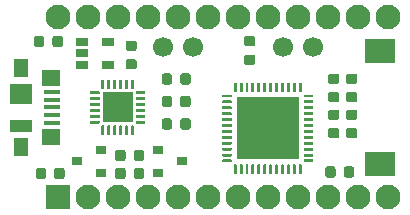
<source format=gbr>
G04 #@! TF.GenerationSoftware,KiCad,Pcbnew,5.1.5+dfsg1-2build2*
G04 #@! TF.CreationDate,2021-03-15T22:22:59+01:00*
G04 #@! TF.ProjectId,ProMicro_ESP,50726f4d-6963-4726-9f5f-4553502e6b69,v1.0*
G04 #@! TF.SameCoordinates,Original*
G04 #@! TF.FileFunction,Soldermask,Top*
G04 #@! TF.FilePolarity,Negative*
%FSLAX46Y46*%
G04 Gerber Fmt 4.6, Leading zero omitted, Abs format (unit mm)*
G04 Created by KiCad*
%MOMM*%
%LPD*%
G04 APERTURE LIST*
%ADD10R,2.500000X2.000000*%
%ADD11C,0.100000*%
%ADD12C,1.700000*%
%ADD13R,1.900000X1.000000*%
%ADD14R,1.900000X1.800000*%
%ADD15R,1.300000X1.650000*%
%ADD16R,1.550000X1.425000*%
%ADD17R,1.380000X0.450000*%
%ADD18R,1.060000X0.650000*%
%ADD19R,0.900000X0.800000*%
%ADD20R,2.600000X2.600000*%
%ADD21C,2.100000*%
%ADD22R,2.100000X2.100000*%
%ADD23R,5.300000X5.300000*%
G04 APERTURE END LIST*
D10*
X151765000Y-92380000D03*
X151765000Y-82880000D03*
D11*
G36*
X135520691Y-84743053D02*
G01*
X135541926Y-84746203D01*
X135562750Y-84751419D01*
X135582962Y-84758651D01*
X135602368Y-84767830D01*
X135620781Y-84778866D01*
X135638024Y-84791654D01*
X135653930Y-84806070D01*
X135668346Y-84821976D01*
X135681134Y-84839219D01*
X135692170Y-84857632D01*
X135701349Y-84877038D01*
X135708581Y-84897250D01*
X135713797Y-84918074D01*
X135716947Y-84939309D01*
X135718000Y-84960750D01*
X135718000Y-85473250D01*
X135716947Y-85494691D01*
X135713797Y-85515926D01*
X135708581Y-85536750D01*
X135701349Y-85556962D01*
X135692170Y-85576368D01*
X135681134Y-85594781D01*
X135668346Y-85612024D01*
X135653930Y-85627930D01*
X135638024Y-85642346D01*
X135620781Y-85655134D01*
X135602368Y-85666170D01*
X135582962Y-85675349D01*
X135562750Y-85682581D01*
X135541926Y-85687797D01*
X135520691Y-85690947D01*
X135499250Y-85692000D01*
X135061750Y-85692000D01*
X135040309Y-85690947D01*
X135019074Y-85687797D01*
X134998250Y-85682581D01*
X134978038Y-85675349D01*
X134958632Y-85666170D01*
X134940219Y-85655134D01*
X134922976Y-85642346D01*
X134907070Y-85627930D01*
X134892654Y-85612024D01*
X134879866Y-85594781D01*
X134868830Y-85576368D01*
X134859651Y-85556962D01*
X134852419Y-85536750D01*
X134847203Y-85515926D01*
X134844053Y-85494691D01*
X134843000Y-85473250D01*
X134843000Y-84960750D01*
X134844053Y-84939309D01*
X134847203Y-84918074D01*
X134852419Y-84897250D01*
X134859651Y-84877038D01*
X134868830Y-84857632D01*
X134879866Y-84839219D01*
X134892654Y-84821976D01*
X134907070Y-84806070D01*
X134922976Y-84791654D01*
X134940219Y-84778866D01*
X134958632Y-84767830D01*
X134978038Y-84758651D01*
X134998250Y-84751419D01*
X135019074Y-84746203D01*
X135040309Y-84743053D01*
X135061750Y-84742000D01*
X135499250Y-84742000D01*
X135520691Y-84743053D01*
G37*
G36*
X133945691Y-84743053D02*
G01*
X133966926Y-84746203D01*
X133987750Y-84751419D01*
X134007962Y-84758651D01*
X134027368Y-84767830D01*
X134045781Y-84778866D01*
X134063024Y-84791654D01*
X134078930Y-84806070D01*
X134093346Y-84821976D01*
X134106134Y-84839219D01*
X134117170Y-84857632D01*
X134126349Y-84877038D01*
X134133581Y-84897250D01*
X134138797Y-84918074D01*
X134141947Y-84939309D01*
X134143000Y-84960750D01*
X134143000Y-85473250D01*
X134141947Y-85494691D01*
X134138797Y-85515926D01*
X134133581Y-85536750D01*
X134126349Y-85556962D01*
X134117170Y-85576368D01*
X134106134Y-85594781D01*
X134093346Y-85612024D01*
X134078930Y-85627930D01*
X134063024Y-85642346D01*
X134045781Y-85655134D01*
X134027368Y-85666170D01*
X134007962Y-85675349D01*
X133987750Y-85682581D01*
X133966926Y-85687797D01*
X133945691Y-85690947D01*
X133924250Y-85692000D01*
X133486750Y-85692000D01*
X133465309Y-85690947D01*
X133444074Y-85687797D01*
X133423250Y-85682581D01*
X133403038Y-85675349D01*
X133383632Y-85666170D01*
X133365219Y-85655134D01*
X133347976Y-85642346D01*
X133332070Y-85627930D01*
X133317654Y-85612024D01*
X133304866Y-85594781D01*
X133293830Y-85576368D01*
X133284651Y-85556962D01*
X133277419Y-85536750D01*
X133272203Y-85515926D01*
X133269053Y-85494691D01*
X133268000Y-85473250D01*
X133268000Y-84960750D01*
X133269053Y-84939309D01*
X133272203Y-84918074D01*
X133277419Y-84897250D01*
X133284651Y-84877038D01*
X133293830Y-84857632D01*
X133304866Y-84839219D01*
X133317654Y-84821976D01*
X133332070Y-84806070D01*
X133347976Y-84791654D01*
X133365219Y-84778866D01*
X133383632Y-84767830D01*
X133403038Y-84758651D01*
X133423250Y-84751419D01*
X133444074Y-84746203D01*
X133465309Y-84743053D01*
X133486750Y-84742000D01*
X133924250Y-84742000D01*
X133945691Y-84743053D01*
G37*
G36*
X130008691Y-91220053D02*
G01*
X130029926Y-91223203D01*
X130050750Y-91228419D01*
X130070962Y-91235651D01*
X130090368Y-91244830D01*
X130108781Y-91255866D01*
X130126024Y-91268654D01*
X130141930Y-91283070D01*
X130156346Y-91298976D01*
X130169134Y-91316219D01*
X130180170Y-91334632D01*
X130189349Y-91354038D01*
X130196581Y-91374250D01*
X130201797Y-91395074D01*
X130204947Y-91416309D01*
X130206000Y-91437750D01*
X130206000Y-91950250D01*
X130204947Y-91971691D01*
X130201797Y-91992926D01*
X130196581Y-92013750D01*
X130189349Y-92033962D01*
X130180170Y-92053368D01*
X130169134Y-92071781D01*
X130156346Y-92089024D01*
X130141930Y-92104930D01*
X130126024Y-92119346D01*
X130108781Y-92132134D01*
X130090368Y-92143170D01*
X130070962Y-92152349D01*
X130050750Y-92159581D01*
X130029926Y-92164797D01*
X130008691Y-92167947D01*
X129987250Y-92169000D01*
X129549750Y-92169000D01*
X129528309Y-92167947D01*
X129507074Y-92164797D01*
X129486250Y-92159581D01*
X129466038Y-92152349D01*
X129446632Y-92143170D01*
X129428219Y-92132134D01*
X129410976Y-92119346D01*
X129395070Y-92104930D01*
X129380654Y-92089024D01*
X129367866Y-92071781D01*
X129356830Y-92053368D01*
X129347651Y-92033962D01*
X129340419Y-92013750D01*
X129335203Y-91992926D01*
X129332053Y-91971691D01*
X129331000Y-91950250D01*
X129331000Y-91437750D01*
X129332053Y-91416309D01*
X129335203Y-91395074D01*
X129340419Y-91374250D01*
X129347651Y-91354038D01*
X129356830Y-91334632D01*
X129367866Y-91316219D01*
X129380654Y-91298976D01*
X129395070Y-91283070D01*
X129410976Y-91268654D01*
X129428219Y-91255866D01*
X129446632Y-91244830D01*
X129466038Y-91235651D01*
X129486250Y-91228419D01*
X129507074Y-91223203D01*
X129528309Y-91220053D01*
X129549750Y-91219000D01*
X129987250Y-91219000D01*
X130008691Y-91220053D01*
G37*
G36*
X131583691Y-91220053D02*
G01*
X131604926Y-91223203D01*
X131625750Y-91228419D01*
X131645962Y-91235651D01*
X131665368Y-91244830D01*
X131683781Y-91255866D01*
X131701024Y-91268654D01*
X131716930Y-91283070D01*
X131731346Y-91298976D01*
X131744134Y-91316219D01*
X131755170Y-91334632D01*
X131764349Y-91354038D01*
X131771581Y-91374250D01*
X131776797Y-91395074D01*
X131779947Y-91416309D01*
X131781000Y-91437750D01*
X131781000Y-91950250D01*
X131779947Y-91971691D01*
X131776797Y-91992926D01*
X131771581Y-92013750D01*
X131764349Y-92033962D01*
X131755170Y-92053368D01*
X131744134Y-92071781D01*
X131731346Y-92089024D01*
X131716930Y-92104930D01*
X131701024Y-92119346D01*
X131683781Y-92132134D01*
X131665368Y-92143170D01*
X131645962Y-92152349D01*
X131625750Y-92159581D01*
X131604926Y-92164797D01*
X131583691Y-92167947D01*
X131562250Y-92169000D01*
X131124750Y-92169000D01*
X131103309Y-92167947D01*
X131082074Y-92164797D01*
X131061250Y-92159581D01*
X131041038Y-92152349D01*
X131021632Y-92143170D01*
X131003219Y-92132134D01*
X130985976Y-92119346D01*
X130970070Y-92104930D01*
X130955654Y-92089024D01*
X130942866Y-92071781D01*
X130931830Y-92053368D01*
X130922651Y-92033962D01*
X130915419Y-92013750D01*
X130910203Y-91992926D01*
X130907053Y-91971691D01*
X130906000Y-91950250D01*
X130906000Y-91437750D01*
X130907053Y-91416309D01*
X130910203Y-91395074D01*
X130915419Y-91374250D01*
X130922651Y-91354038D01*
X130931830Y-91334632D01*
X130942866Y-91316219D01*
X130955654Y-91298976D01*
X130970070Y-91283070D01*
X130985976Y-91268654D01*
X131003219Y-91255866D01*
X131021632Y-91244830D01*
X131041038Y-91235651D01*
X131061250Y-91228419D01*
X131082074Y-91223203D01*
X131103309Y-91220053D01*
X131124750Y-91219000D01*
X131562250Y-91219000D01*
X131583691Y-91220053D01*
G37*
G36*
X148105691Y-86330053D02*
G01*
X148126926Y-86333203D01*
X148147750Y-86338419D01*
X148167962Y-86345651D01*
X148187368Y-86354830D01*
X148205781Y-86365866D01*
X148223024Y-86378654D01*
X148238930Y-86393070D01*
X148253346Y-86408976D01*
X148266134Y-86426219D01*
X148277170Y-86444632D01*
X148286349Y-86464038D01*
X148293581Y-86484250D01*
X148298797Y-86505074D01*
X148301947Y-86526309D01*
X148303000Y-86547750D01*
X148303000Y-86985250D01*
X148301947Y-87006691D01*
X148298797Y-87027926D01*
X148293581Y-87048750D01*
X148286349Y-87068962D01*
X148277170Y-87088368D01*
X148266134Y-87106781D01*
X148253346Y-87124024D01*
X148238930Y-87139930D01*
X148223024Y-87154346D01*
X148205781Y-87167134D01*
X148187368Y-87178170D01*
X148167962Y-87187349D01*
X148147750Y-87194581D01*
X148126926Y-87199797D01*
X148105691Y-87202947D01*
X148084250Y-87204000D01*
X147571750Y-87204000D01*
X147550309Y-87202947D01*
X147529074Y-87199797D01*
X147508250Y-87194581D01*
X147488038Y-87187349D01*
X147468632Y-87178170D01*
X147450219Y-87167134D01*
X147432976Y-87154346D01*
X147417070Y-87139930D01*
X147402654Y-87124024D01*
X147389866Y-87106781D01*
X147378830Y-87088368D01*
X147369651Y-87068962D01*
X147362419Y-87048750D01*
X147357203Y-87027926D01*
X147354053Y-87006691D01*
X147353000Y-86985250D01*
X147353000Y-86547750D01*
X147354053Y-86526309D01*
X147357203Y-86505074D01*
X147362419Y-86484250D01*
X147369651Y-86464038D01*
X147378830Y-86444632D01*
X147389866Y-86426219D01*
X147402654Y-86408976D01*
X147417070Y-86393070D01*
X147432976Y-86378654D01*
X147450219Y-86365866D01*
X147468632Y-86354830D01*
X147488038Y-86345651D01*
X147508250Y-86338419D01*
X147529074Y-86333203D01*
X147550309Y-86330053D01*
X147571750Y-86329000D01*
X148084250Y-86329000D01*
X148105691Y-86330053D01*
G37*
G36*
X148105691Y-84755053D02*
G01*
X148126926Y-84758203D01*
X148147750Y-84763419D01*
X148167962Y-84770651D01*
X148187368Y-84779830D01*
X148205781Y-84790866D01*
X148223024Y-84803654D01*
X148238930Y-84818070D01*
X148253346Y-84833976D01*
X148266134Y-84851219D01*
X148277170Y-84869632D01*
X148286349Y-84889038D01*
X148293581Y-84909250D01*
X148298797Y-84930074D01*
X148301947Y-84951309D01*
X148303000Y-84972750D01*
X148303000Y-85410250D01*
X148301947Y-85431691D01*
X148298797Y-85452926D01*
X148293581Y-85473750D01*
X148286349Y-85493962D01*
X148277170Y-85513368D01*
X148266134Y-85531781D01*
X148253346Y-85549024D01*
X148238930Y-85564930D01*
X148223024Y-85579346D01*
X148205781Y-85592134D01*
X148187368Y-85603170D01*
X148167962Y-85612349D01*
X148147750Y-85619581D01*
X148126926Y-85624797D01*
X148105691Y-85627947D01*
X148084250Y-85629000D01*
X147571750Y-85629000D01*
X147550309Y-85627947D01*
X147529074Y-85624797D01*
X147508250Y-85619581D01*
X147488038Y-85612349D01*
X147468632Y-85603170D01*
X147450219Y-85592134D01*
X147432976Y-85579346D01*
X147417070Y-85564930D01*
X147402654Y-85549024D01*
X147389866Y-85531781D01*
X147378830Y-85513368D01*
X147369651Y-85493962D01*
X147362419Y-85473750D01*
X147357203Y-85452926D01*
X147354053Y-85431691D01*
X147353000Y-85410250D01*
X147353000Y-84972750D01*
X147354053Y-84951309D01*
X147357203Y-84930074D01*
X147362419Y-84909250D01*
X147369651Y-84889038D01*
X147378830Y-84869632D01*
X147389866Y-84851219D01*
X147402654Y-84833976D01*
X147417070Y-84818070D01*
X147432976Y-84803654D01*
X147450219Y-84790866D01*
X147468632Y-84779830D01*
X147488038Y-84770651D01*
X147508250Y-84763419D01*
X147529074Y-84758203D01*
X147550309Y-84755053D01*
X147571750Y-84754000D01*
X148084250Y-84754000D01*
X148105691Y-84755053D01*
G37*
G36*
X131583691Y-92744053D02*
G01*
X131604926Y-92747203D01*
X131625750Y-92752419D01*
X131645962Y-92759651D01*
X131665368Y-92768830D01*
X131683781Y-92779866D01*
X131701024Y-92792654D01*
X131716930Y-92807070D01*
X131731346Y-92822976D01*
X131744134Y-92840219D01*
X131755170Y-92858632D01*
X131764349Y-92878038D01*
X131771581Y-92898250D01*
X131776797Y-92919074D01*
X131779947Y-92940309D01*
X131781000Y-92961750D01*
X131781000Y-93474250D01*
X131779947Y-93495691D01*
X131776797Y-93516926D01*
X131771581Y-93537750D01*
X131764349Y-93557962D01*
X131755170Y-93577368D01*
X131744134Y-93595781D01*
X131731346Y-93613024D01*
X131716930Y-93628930D01*
X131701024Y-93643346D01*
X131683781Y-93656134D01*
X131665368Y-93667170D01*
X131645962Y-93676349D01*
X131625750Y-93683581D01*
X131604926Y-93688797D01*
X131583691Y-93691947D01*
X131562250Y-93693000D01*
X131124750Y-93693000D01*
X131103309Y-93691947D01*
X131082074Y-93688797D01*
X131061250Y-93683581D01*
X131041038Y-93676349D01*
X131021632Y-93667170D01*
X131003219Y-93656134D01*
X130985976Y-93643346D01*
X130970070Y-93628930D01*
X130955654Y-93613024D01*
X130942866Y-93595781D01*
X130931830Y-93577368D01*
X130922651Y-93557962D01*
X130915419Y-93537750D01*
X130910203Y-93516926D01*
X130907053Y-93495691D01*
X130906000Y-93474250D01*
X130906000Y-92961750D01*
X130907053Y-92940309D01*
X130910203Y-92919074D01*
X130915419Y-92898250D01*
X130922651Y-92878038D01*
X130931830Y-92858632D01*
X130942866Y-92840219D01*
X130955654Y-92822976D01*
X130970070Y-92807070D01*
X130985976Y-92792654D01*
X131003219Y-92779866D01*
X131021632Y-92768830D01*
X131041038Y-92759651D01*
X131061250Y-92752419D01*
X131082074Y-92747203D01*
X131103309Y-92744053D01*
X131124750Y-92743000D01*
X131562250Y-92743000D01*
X131583691Y-92744053D01*
G37*
G36*
X130008691Y-92744053D02*
G01*
X130029926Y-92747203D01*
X130050750Y-92752419D01*
X130070962Y-92759651D01*
X130090368Y-92768830D01*
X130108781Y-92779866D01*
X130126024Y-92792654D01*
X130141930Y-92807070D01*
X130156346Y-92822976D01*
X130169134Y-92840219D01*
X130180170Y-92858632D01*
X130189349Y-92878038D01*
X130196581Y-92898250D01*
X130201797Y-92919074D01*
X130204947Y-92940309D01*
X130206000Y-92961750D01*
X130206000Y-93474250D01*
X130204947Y-93495691D01*
X130201797Y-93516926D01*
X130196581Y-93537750D01*
X130189349Y-93557962D01*
X130180170Y-93577368D01*
X130169134Y-93595781D01*
X130156346Y-93613024D01*
X130141930Y-93628930D01*
X130126024Y-93643346D01*
X130108781Y-93656134D01*
X130090368Y-93667170D01*
X130070962Y-93676349D01*
X130050750Y-93683581D01*
X130029926Y-93688797D01*
X130008691Y-93691947D01*
X129987250Y-93693000D01*
X129549750Y-93693000D01*
X129528309Y-93691947D01*
X129507074Y-93688797D01*
X129486250Y-93683581D01*
X129466038Y-93676349D01*
X129446632Y-93667170D01*
X129428219Y-93656134D01*
X129410976Y-93643346D01*
X129395070Y-93628930D01*
X129380654Y-93613024D01*
X129367866Y-93595781D01*
X129356830Y-93577368D01*
X129347651Y-93557962D01*
X129340419Y-93537750D01*
X129335203Y-93516926D01*
X129332053Y-93495691D01*
X129331000Y-93474250D01*
X129331000Y-92961750D01*
X129332053Y-92940309D01*
X129335203Y-92919074D01*
X129340419Y-92898250D01*
X129347651Y-92878038D01*
X129356830Y-92858632D01*
X129367866Y-92840219D01*
X129380654Y-92822976D01*
X129395070Y-92807070D01*
X129410976Y-92792654D01*
X129428219Y-92779866D01*
X129446632Y-92768830D01*
X129466038Y-92759651D01*
X129486250Y-92752419D01*
X129507074Y-92747203D01*
X129528309Y-92744053D01*
X129549750Y-92743000D01*
X129987250Y-92743000D01*
X130008691Y-92744053D01*
G37*
G36*
X149629691Y-86330053D02*
G01*
X149650926Y-86333203D01*
X149671750Y-86338419D01*
X149691962Y-86345651D01*
X149711368Y-86354830D01*
X149729781Y-86365866D01*
X149747024Y-86378654D01*
X149762930Y-86393070D01*
X149777346Y-86408976D01*
X149790134Y-86426219D01*
X149801170Y-86444632D01*
X149810349Y-86464038D01*
X149817581Y-86484250D01*
X149822797Y-86505074D01*
X149825947Y-86526309D01*
X149827000Y-86547750D01*
X149827000Y-86985250D01*
X149825947Y-87006691D01*
X149822797Y-87027926D01*
X149817581Y-87048750D01*
X149810349Y-87068962D01*
X149801170Y-87088368D01*
X149790134Y-87106781D01*
X149777346Y-87124024D01*
X149762930Y-87139930D01*
X149747024Y-87154346D01*
X149729781Y-87167134D01*
X149711368Y-87178170D01*
X149691962Y-87187349D01*
X149671750Y-87194581D01*
X149650926Y-87199797D01*
X149629691Y-87202947D01*
X149608250Y-87204000D01*
X149095750Y-87204000D01*
X149074309Y-87202947D01*
X149053074Y-87199797D01*
X149032250Y-87194581D01*
X149012038Y-87187349D01*
X148992632Y-87178170D01*
X148974219Y-87167134D01*
X148956976Y-87154346D01*
X148941070Y-87139930D01*
X148926654Y-87124024D01*
X148913866Y-87106781D01*
X148902830Y-87088368D01*
X148893651Y-87068962D01*
X148886419Y-87048750D01*
X148881203Y-87027926D01*
X148878053Y-87006691D01*
X148877000Y-86985250D01*
X148877000Y-86547750D01*
X148878053Y-86526309D01*
X148881203Y-86505074D01*
X148886419Y-86484250D01*
X148893651Y-86464038D01*
X148902830Y-86444632D01*
X148913866Y-86426219D01*
X148926654Y-86408976D01*
X148941070Y-86393070D01*
X148956976Y-86378654D01*
X148974219Y-86365866D01*
X148992632Y-86354830D01*
X149012038Y-86345651D01*
X149032250Y-86338419D01*
X149053074Y-86333203D01*
X149074309Y-86330053D01*
X149095750Y-86329000D01*
X149608250Y-86329000D01*
X149629691Y-86330053D01*
G37*
G36*
X149629691Y-84755053D02*
G01*
X149650926Y-84758203D01*
X149671750Y-84763419D01*
X149691962Y-84770651D01*
X149711368Y-84779830D01*
X149729781Y-84790866D01*
X149747024Y-84803654D01*
X149762930Y-84818070D01*
X149777346Y-84833976D01*
X149790134Y-84851219D01*
X149801170Y-84869632D01*
X149810349Y-84889038D01*
X149817581Y-84909250D01*
X149822797Y-84930074D01*
X149825947Y-84951309D01*
X149827000Y-84972750D01*
X149827000Y-85410250D01*
X149825947Y-85431691D01*
X149822797Y-85452926D01*
X149817581Y-85473750D01*
X149810349Y-85493962D01*
X149801170Y-85513368D01*
X149790134Y-85531781D01*
X149777346Y-85549024D01*
X149762930Y-85564930D01*
X149747024Y-85579346D01*
X149729781Y-85592134D01*
X149711368Y-85603170D01*
X149691962Y-85612349D01*
X149671750Y-85619581D01*
X149650926Y-85624797D01*
X149629691Y-85627947D01*
X149608250Y-85629000D01*
X149095750Y-85629000D01*
X149074309Y-85627947D01*
X149053074Y-85624797D01*
X149032250Y-85619581D01*
X149012038Y-85612349D01*
X148992632Y-85603170D01*
X148974219Y-85592134D01*
X148956976Y-85579346D01*
X148941070Y-85564930D01*
X148926654Y-85549024D01*
X148913866Y-85531781D01*
X148902830Y-85513368D01*
X148893651Y-85493962D01*
X148886419Y-85473750D01*
X148881203Y-85452926D01*
X148878053Y-85431691D01*
X148877000Y-85410250D01*
X148877000Y-84972750D01*
X148878053Y-84951309D01*
X148881203Y-84930074D01*
X148886419Y-84909250D01*
X148893651Y-84889038D01*
X148902830Y-84869632D01*
X148913866Y-84851219D01*
X148926654Y-84833976D01*
X148941070Y-84818070D01*
X148956976Y-84803654D01*
X148974219Y-84790866D01*
X148992632Y-84779830D01*
X149012038Y-84770651D01*
X149032250Y-84763419D01*
X149053074Y-84758203D01*
X149074309Y-84755053D01*
X149095750Y-84754000D01*
X149608250Y-84754000D01*
X149629691Y-84755053D01*
G37*
G36*
X130960691Y-83536053D02*
G01*
X130981926Y-83539203D01*
X131002750Y-83544419D01*
X131022962Y-83551651D01*
X131042368Y-83560830D01*
X131060781Y-83571866D01*
X131078024Y-83584654D01*
X131093930Y-83599070D01*
X131108346Y-83614976D01*
X131121134Y-83632219D01*
X131132170Y-83650632D01*
X131141349Y-83670038D01*
X131148581Y-83690250D01*
X131153797Y-83711074D01*
X131156947Y-83732309D01*
X131158000Y-83753750D01*
X131158000Y-84191250D01*
X131156947Y-84212691D01*
X131153797Y-84233926D01*
X131148581Y-84254750D01*
X131141349Y-84274962D01*
X131132170Y-84294368D01*
X131121134Y-84312781D01*
X131108346Y-84330024D01*
X131093930Y-84345930D01*
X131078024Y-84360346D01*
X131060781Y-84373134D01*
X131042368Y-84384170D01*
X131022962Y-84393349D01*
X131002750Y-84400581D01*
X130981926Y-84405797D01*
X130960691Y-84408947D01*
X130939250Y-84410000D01*
X130426750Y-84410000D01*
X130405309Y-84408947D01*
X130384074Y-84405797D01*
X130363250Y-84400581D01*
X130343038Y-84393349D01*
X130323632Y-84384170D01*
X130305219Y-84373134D01*
X130287976Y-84360346D01*
X130272070Y-84345930D01*
X130257654Y-84330024D01*
X130244866Y-84312781D01*
X130233830Y-84294368D01*
X130224651Y-84274962D01*
X130217419Y-84254750D01*
X130212203Y-84233926D01*
X130209053Y-84212691D01*
X130208000Y-84191250D01*
X130208000Y-83753750D01*
X130209053Y-83732309D01*
X130212203Y-83711074D01*
X130217419Y-83690250D01*
X130224651Y-83670038D01*
X130233830Y-83650632D01*
X130244866Y-83632219D01*
X130257654Y-83614976D01*
X130272070Y-83599070D01*
X130287976Y-83584654D01*
X130305219Y-83571866D01*
X130323632Y-83560830D01*
X130343038Y-83551651D01*
X130363250Y-83544419D01*
X130384074Y-83539203D01*
X130405309Y-83536053D01*
X130426750Y-83535000D01*
X130939250Y-83535000D01*
X130960691Y-83536053D01*
G37*
G36*
X130960691Y-81961053D02*
G01*
X130981926Y-81964203D01*
X131002750Y-81969419D01*
X131022962Y-81976651D01*
X131042368Y-81985830D01*
X131060781Y-81996866D01*
X131078024Y-82009654D01*
X131093930Y-82024070D01*
X131108346Y-82039976D01*
X131121134Y-82057219D01*
X131132170Y-82075632D01*
X131141349Y-82095038D01*
X131148581Y-82115250D01*
X131153797Y-82136074D01*
X131156947Y-82157309D01*
X131158000Y-82178750D01*
X131158000Y-82616250D01*
X131156947Y-82637691D01*
X131153797Y-82658926D01*
X131148581Y-82679750D01*
X131141349Y-82699962D01*
X131132170Y-82719368D01*
X131121134Y-82737781D01*
X131108346Y-82755024D01*
X131093930Y-82770930D01*
X131078024Y-82785346D01*
X131060781Y-82798134D01*
X131042368Y-82809170D01*
X131022962Y-82818349D01*
X131002750Y-82825581D01*
X130981926Y-82830797D01*
X130960691Y-82833947D01*
X130939250Y-82835000D01*
X130426750Y-82835000D01*
X130405309Y-82833947D01*
X130384074Y-82830797D01*
X130363250Y-82825581D01*
X130343038Y-82818349D01*
X130323632Y-82809170D01*
X130305219Y-82798134D01*
X130287976Y-82785346D01*
X130272070Y-82770930D01*
X130257654Y-82755024D01*
X130244866Y-82737781D01*
X130233830Y-82719368D01*
X130224651Y-82699962D01*
X130217419Y-82679750D01*
X130212203Y-82658926D01*
X130209053Y-82637691D01*
X130208000Y-82616250D01*
X130208000Y-82178750D01*
X130209053Y-82157309D01*
X130212203Y-82136074D01*
X130217419Y-82115250D01*
X130224651Y-82095038D01*
X130233830Y-82075632D01*
X130244866Y-82057219D01*
X130257654Y-82039976D01*
X130272070Y-82024070D01*
X130287976Y-82009654D01*
X130305219Y-81996866D01*
X130323632Y-81985830D01*
X130343038Y-81976651D01*
X130363250Y-81969419D01*
X130384074Y-81964203D01*
X130405309Y-81961053D01*
X130426750Y-81960000D01*
X130939250Y-81960000D01*
X130960691Y-81961053D01*
G37*
G36*
X149629691Y-87803053D02*
G01*
X149650926Y-87806203D01*
X149671750Y-87811419D01*
X149691962Y-87818651D01*
X149711368Y-87827830D01*
X149729781Y-87838866D01*
X149747024Y-87851654D01*
X149762930Y-87866070D01*
X149777346Y-87881976D01*
X149790134Y-87899219D01*
X149801170Y-87917632D01*
X149810349Y-87937038D01*
X149817581Y-87957250D01*
X149822797Y-87978074D01*
X149825947Y-87999309D01*
X149827000Y-88020750D01*
X149827000Y-88458250D01*
X149825947Y-88479691D01*
X149822797Y-88500926D01*
X149817581Y-88521750D01*
X149810349Y-88541962D01*
X149801170Y-88561368D01*
X149790134Y-88579781D01*
X149777346Y-88597024D01*
X149762930Y-88612930D01*
X149747024Y-88627346D01*
X149729781Y-88640134D01*
X149711368Y-88651170D01*
X149691962Y-88660349D01*
X149671750Y-88667581D01*
X149650926Y-88672797D01*
X149629691Y-88675947D01*
X149608250Y-88677000D01*
X149095750Y-88677000D01*
X149074309Y-88675947D01*
X149053074Y-88672797D01*
X149032250Y-88667581D01*
X149012038Y-88660349D01*
X148992632Y-88651170D01*
X148974219Y-88640134D01*
X148956976Y-88627346D01*
X148941070Y-88612930D01*
X148926654Y-88597024D01*
X148913866Y-88579781D01*
X148902830Y-88561368D01*
X148893651Y-88541962D01*
X148886419Y-88521750D01*
X148881203Y-88500926D01*
X148878053Y-88479691D01*
X148877000Y-88458250D01*
X148877000Y-88020750D01*
X148878053Y-87999309D01*
X148881203Y-87978074D01*
X148886419Y-87957250D01*
X148893651Y-87937038D01*
X148902830Y-87917632D01*
X148913866Y-87899219D01*
X148926654Y-87881976D01*
X148941070Y-87866070D01*
X148956976Y-87851654D01*
X148974219Y-87838866D01*
X148992632Y-87827830D01*
X149012038Y-87818651D01*
X149032250Y-87811419D01*
X149053074Y-87806203D01*
X149074309Y-87803053D01*
X149095750Y-87802000D01*
X149608250Y-87802000D01*
X149629691Y-87803053D01*
G37*
G36*
X149629691Y-89378053D02*
G01*
X149650926Y-89381203D01*
X149671750Y-89386419D01*
X149691962Y-89393651D01*
X149711368Y-89402830D01*
X149729781Y-89413866D01*
X149747024Y-89426654D01*
X149762930Y-89441070D01*
X149777346Y-89456976D01*
X149790134Y-89474219D01*
X149801170Y-89492632D01*
X149810349Y-89512038D01*
X149817581Y-89532250D01*
X149822797Y-89553074D01*
X149825947Y-89574309D01*
X149827000Y-89595750D01*
X149827000Y-90033250D01*
X149825947Y-90054691D01*
X149822797Y-90075926D01*
X149817581Y-90096750D01*
X149810349Y-90116962D01*
X149801170Y-90136368D01*
X149790134Y-90154781D01*
X149777346Y-90172024D01*
X149762930Y-90187930D01*
X149747024Y-90202346D01*
X149729781Y-90215134D01*
X149711368Y-90226170D01*
X149691962Y-90235349D01*
X149671750Y-90242581D01*
X149650926Y-90247797D01*
X149629691Y-90250947D01*
X149608250Y-90252000D01*
X149095750Y-90252000D01*
X149074309Y-90250947D01*
X149053074Y-90247797D01*
X149032250Y-90242581D01*
X149012038Y-90235349D01*
X148992632Y-90226170D01*
X148974219Y-90215134D01*
X148956976Y-90202346D01*
X148941070Y-90187930D01*
X148926654Y-90172024D01*
X148913866Y-90154781D01*
X148902830Y-90136368D01*
X148893651Y-90116962D01*
X148886419Y-90096750D01*
X148881203Y-90075926D01*
X148878053Y-90054691D01*
X148877000Y-90033250D01*
X148877000Y-89595750D01*
X148878053Y-89574309D01*
X148881203Y-89553074D01*
X148886419Y-89532250D01*
X148893651Y-89512038D01*
X148902830Y-89492632D01*
X148913866Y-89474219D01*
X148926654Y-89456976D01*
X148941070Y-89441070D01*
X148956976Y-89426654D01*
X148974219Y-89413866D01*
X148992632Y-89402830D01*
X149012038Y-89393651D01*
X149032250Y-89386419D01*
X149053074Y-89381203D01*
X149074309Y-89378053D01*
X149095750Y-89377000D01*
X149608250Y-89377000D01*
X149629691Y-89378053D01*
G37*
G36*
X123125191Y-81568053D02*
G01*
X123146426Y-81571203D01*
X123167250Y-81576419D01*
X123187462Y-81583651D01*
X123206868Y-81592830D01*
X123225281Y-81603866D01*
X123242524Y-81616654D01*
X123258430Y-81631070D01*
X123272846Y-81646976D01*
X123285634Y-81664219D01*
X123296670Y-81682632D01*
X123305849Y-81702038D01*
X123313081Y-81722250D01*
X123318297Y-81743074D01*
X123321447Y-81764309D01*
X123322500Y-81785750D01*
X123322500Y-82298250D01*
X123321447Y-82319691D01*
X123318297Y-82340926D01*
X123313081Y-82361750D01*
X123305849Y-82381962D01*
X123296670Y-82401368D01*
X123285634Y-82419781D01*
X123272846Y-82437024D01*
X123258430Y-82452930D01*
X123242524Y-82467346D01*
X123225281Y-82480134D01*
X123206868Y-82491170D01*
X123187462Y-82500349D01*
X123167250Y-82507581D01*
X123146426Y-82512797D01*
X123125191Y-82515947D01*
X123103750Y-82517000D01*
X122666250Y-82517000D01*
X122644809Y-82515947D01*
X122623574Y-82512797D01*
X122602750Y-82507581D01*
X122582538Y-82500349D01*
X122563132Y-82491170D01*
X122544719Y-82480134D01*
X122527476Y-82467346D01*
X122511570Y-82452930D01*
X122497154Y-82437024D01*
X122484366Y-82419781D01*
X122473330Y-82401368D01*
X122464151Y-82381962D01*
X122456919Y-82361750D01*
X122451703Y-82340926D01*
X122448553Y-82319691D01*
X122447500Y-82298250D01*
X122447500Y-81785750D01*
X122448553Y-81764309D01*
X122451703Y-81743074D01*
X122456919Y-81722250D01*
X122464151Y-81702038D01*
X122473330Y-81682632D01*
X122484366Y-81664219D01*
X122497154Y-81646976D01*
X122511570Y-81631070D01*
X122527476Y-81616654D01*
X122544719Y-81603866D01*
X122563132Y-81592830D01*
X122582538Y-81583651D01*
X122602750Y-81576419D01*
X122623574Y-81571203D01*
X122644809Y-81568053D01*
X122666250Y-81567000D01*
X123103750Y-81567000D01*
X123125191Y-81568053D01*
G37*
G36*
X124700191Y-81568053D02*
G01*
X124721426Y-81571203D01*
X124742250Y-81576419D01*
X124762462Y-81583651D01*
X124781868Y-81592830D01*
X124800281Y-81603866D01*
X124817524Y-81616654D01*
X124833430Y-81631070D01*
X124847846Y-81646976D01*
X124860634Y-81664219D01*
X124871670Y-81682632D01*
X124880849Y-81702038D01*
X124888081Y-81722250D01*
X124893297Y-81743074D01*
X124896447Y-81764309D01*
X124897500Y-81785750D01*
X124897500Y-82298250D01*
X124896447Y-82319691D01*
X124893297Y-82340926D01*
X124888081Y-82361750D01*
X124880849Y-82381962D01*
X124871670Y-82401368D01*
X124860634Y-82419781D01*
X124847846Y-82437024D01*
X124833430Y-82452930D01*
X124817524Y-82467346D01*
X124800281Y-82480134D01*
X124781868Y-82491170D01*
X124762462Y-82500349D01*
X124742250Y-82507581D01*
X124721426Y-82512797D01*
X124700191Y-82515947D01*
X124678750Y-82517000D01*
X124241250Y-82517000D01*
X124219809Y-82515947D01*
X124198574Y-82512797D01*
X124177750Y-82507581D01*
X124157538Y-82500349D01*
X124138132Y-82491170D01*
X124119719Y-82480134D01*
X124102476Y-82467346D01*
X124086570Y-82452930D01*
X124072154Y-82437024D01*
X124059366Y-82419781D01*
X124048330Y-82401368D01*
X124039151Y-82381962D01*
X124031919Y-82361750D01*
X124026703Y-82340926D01*
X124023553Y-82319691D01*
X124022500Y-82298250D01*
X124022500Y-81785750D01*
X124023553Y-81764309D01*
X124026703Y-81743074D01*
X124031919Y-81722250D01*
X124039151Y-81702038D01*
X124048330Y-81682632D01*
X124059366Y-81664219D01*
X124072154Y-81646976D01*
X124086570Y-81631070D01*
X124102476Y-81616654D01*
X124119719Y-81603866D01*
X124138132Y-81592830D01*
X124157538Y-81583651D01*
X124177750Y-81576419D01*
X124198574Y-81571203D01*
X124219809Y-81568053D01*
X124241250Y-81567000D01*
X124678750Y-81567000D01*
X124700191Y-81568053D01*
G37*
G36*
X148105691Y-87803053D02*
G01*
X148126926Y-87806203D01*
X148147750Y-87811419D01*
X148167962Y-87818651D01*
X148187368Y-87827830D01*
X148205781Y-87838866D01*
X148223024Y-87851654D01*
X148238930Y-87866070D01*
X148253346Y-87881976D01*
X148266134Y-87899219D01*
X148277170Y-87917632D01*
X148286349Y-87937038D01*
X148293581Y-87957250D01*
X148298797Y-87978074D01*
X148301947Y-87999309D01*
X148303000Y-88020750D01*
X148303000Y-88458250D01*
X148301947Y-88479691D01*
X148298797Y-88500926D01*
X148293581Y-88521750D01*
X148286349Y-88541962D01*
X148277170Y-88561368D01*
X148266134Y-88579781D01*
X148253346Y-88597024D01*
X148238930Y-88612930D01*
X148223024Y-88627346D01*
X148205781Y-88640134D01*
X148187368Y-88651170D01*
X148167962Y-88660349D01*
X148147750Y-88667581D01*
X148126926Y-88672797D01*
X148105691Y-88675947D01*
X148084250Y-88677000D01*
X147571750Y-88677000D01*
X147550309Y-88675947D01*
X147529074Y-88672797D01*
X147508250Y-88667581D01*
X147488038Y-88660349D01*
X147468632Y-88651170D01*
X147450219Y-88640134D01*
X147432976Y-88627346D01*
X147417070Y-88612930D01*
X147402654Y-88597024D01*
X147389866Y-88579781D01*
X147378830Y-88561368D01*
X147369651Y-88541962D01*
X147362419Y-88521750D01*
X147357203Y-88500926D01*
X147354053Y-88479691D01*
X147353000Y-88458250D01*
X147353000Y-88020750D01*
X147354053Y-87999309D01*
X147357203Y-87978074D01*
X147362419Y-87957250D01*
X147369651Y-87937038D01*
X147378830Y-87917632D01*
X147389866Y-87899219D01*
X147402654Y-87881976D01*
X147417070Y-87866070D01*
X147432976Y-87851654D01*
X147450219Y-87838866D01*
X147468632Y-87827830D01*
X147488038Y-87818651D01*
X147508250Y-87811419D01*
X147529074Y-87806203D01*
X147550309Y-87803053D01*
X147571750Y-87802000D01*
X148084250Y-87802000D01*
X148105691Y-87803053D01*
G37*
G36*
X148105691Y-89378053D02*
G01*
X148126926Y-89381203D01*
X148147750Y-89386419D01*
X148167962Y-89393651D01*
X148187368Y-89402830D01*
X148205781Y-89413866D01*
X148223024Y-89426654D01*
X148238930Y-89441070D01*
X148253346Y-89456976D01*
X148266134Y-89474219D01*
X148277170Y-89492632D01*
X148286349Y-89512038D01*
X148293581Y-89532250D01*
X148298797Y-89553074D01*
X148301947Y-89574309D01*
X148303000Y-89595750D01*
X148303000Y-90033250D01*
X148301947Y-90054691D01*
X148298797Y-90075926D01*
X148293581Y-90096750D01*
X148286349Y-90116962D01*
X148277170Y-90136368D01*
X148266134Y-90154781D01*
X148253346Y-90172024D01*
X148238930Y-90187930D01*
X148223024Y-90202346D01*
X148205781Y-90215134D01*
X148187368Y-90226170D01*
X148167962Y-90235349D01*
X148147750Y-90242581D01*
X148126926Y-90247797D01*
X148105691Y-90250947D01*
X148084250Y-90252000D01*
X147571750Y-90252000D01*
X147550309Y-90250947D01*
X147529074Y-90247797D01*
X147508250Y-90242581D01*
X147488038Y-90235349D01*
X147468632Y-90226170D01*
X147450219Y-90215134D01*
X147432976Y-90202346D01*
X147417070Y-90187930D01*
X147402654Y-90172024D01*
X147389866Y-90154781D01*
X147378830Y-90136368D01*
X147369651Y-90116962D01*
X147362419Y-90096750D01*
X147357203Y-90075926D01*
X147354053Y-90054691D01*
X147353000Y-90033250D01*
X147353000Y-89595750D01*
X147354053Y-89574309D01*
X147357203Y-89553074D01*
X147362419Y-89532250D01*
X147369651Y-89512038D01*
X147378830Y-89492632D01*
X147389866Y-89474219D01*
X147402654Y-89456976D01*
X147417070Y-89441070D01*
X147432976Y-89426654D01*
X147450219Y-89413866D01*
X147468632Y-89402830D01*
X147488038Y-89393651D01*
X147508250Y-89386419D01*
X147529074Y-89381203D01*
X147550309Y-89378053D01*
X147571750Y-89377000D01*
X148084250Y-89377000D01*
X148105691Y-89378053D01*
G37*
G36*
X123277691Y-92744053D02*
G01*
X123298926Y-92747203D01*
X123319750Y-92752419D01*
X123339962Y-92759651D01*
X123359368Y-92768830D01*
X123377781Y-92779866D01*
X123395024Y-92792654D01*
X123410930Y-92807070D01*
X123425346Y-92822976D01*
X123438134Y-92840219D01*
X123449170Y-92858632D01*
X123458349Y-92878038D01*
X123465581Y-92898250D01*
X123470797Y-92919074D01*
X123473947Y-92940309D01*
X123475000Y-92961750D01*
X123475000Y-93474250D01*
X123473947Y-93495691D01*
X123470797Y-93516926D01*
X123465581Y-93537750D01*
X123458349Y-93557962D01*
X123449170Y-93577368D01*
X123438134Y-93595781D01*
X123425346Y-93613024D01*
X123410930Y-93628930D01*
X123395024Y-93643346D01*
X123377781Y-93656134D01*
X123359368Y-93667170D01*
X123339962Y-93676349D01*
X123319750Y-93683581D01*
X123298926Y-93688797D01*
X123277691Y-93691947D01*
X123256250Y-93693000D01*
X122818750Y-93693000D01*
X122797309Y-93691947D01*
X122776074Y-93688797D01*
X122755250Y-93683581D01*
X122735038Y-93676349D01*
X122715632Y-93667170D01*
X122697219Y-93656134D01*
X122679976Y-93643346D01*
X122664070Y-93628930D01*
X122649654Y-93613024D01*
X122636866Y-93595781D01*
X122625830Y-93577368D01*
X122616651Y-93557962D01*
X122609419Y-93537750D01*
X122604203Y-93516926D01*
X122601053Y-93495691D01*
X122600000Y-93474250D01*
X122600000Y-92961750D01*
X122601053Y-92940309D01*
X122604203Y-92919074D01*
X122609419Y-92898250D01*
X122616651Y-92878038D01*
X122625830Y-92858632D01*
X122636866Y-92840219D01*
X122649654Y-92822976D01*
X122664070Y-92807070D01*
X122679976Y-92792654D01*
X122697219Y-92779866D01*
X122715632Y-92768830D01*
X122735038Y-92759651D01*
X122755250Y-92752419D01*
X122776074Y-92747203D01*
X122797309Y-92744053D01*
X122818750Y-92743000D01*
X123256250Y-92743000D01*
X123277691Y-92744053D01*
G37*
G36*
X124852691Y-92744053D02*
G01*
X124873926Y-92747203D01*
X124894750Y-92752419D01*
X124914962Y-92759651D01*
X124934368Y-92768830D01*
X124952781Y-92779866D01*
X124970024Y-92792654D01*
X124985930Y-92807070D01*
X125000346Y-92822976D01*
X125013134Y-92840219D01*
X125024170Y-92858632D01*
X125033349Y-92878038D01*
X125040581Y-92898250D01*
X125045797Y-92919074D01*
X125048947Y-92940309D01*
X125050000Y-92961750D01*
X125050000Y-93474250D01*
X125048947Y-93495691D01*
X125045797Y-93516926D01*
X125040581Y-93537750D01*
X125033349Y-93557962D01*
X125024170Y-93577368D01*
X125013134Y-93595781D01*
X125000346Y-93613024D01*
X124985930Y-93628930D01*
X124970024Y-93643346D01*
X124952781Y-93656134D01*
X124934368Y-93667170D01*
X124914962Y-93676349D01*
X124894750Y-93683581D01*
X124873926Y-93688797D01*
X124852691Y-93691947D01*
X124831250Y-93693000D01*
X124393750Y-93693000D01*
X124372309Y-93691947D01*
X124351074Y-93688797D01*
X124330250Y-93683581D01*
X124310038Y-93676349D01*
X124290632Y-93667170D01*
X124272219Y-93656134D01*
X124254976Y-93643346D01*
X124239070Y-93628930D01*
X124224654Y-93613024D01*
X124211866Y-93595781D01*
X124200830Y-93577368D01*
X124191651Y-93557962D01*
X124184419Y-93537750D01*
X124179203Y-93516926D01*
X124176053Y-93495691D01*
X124175000Y-93474250D01*
X124175000Y-92961750D01*
X124176053Y-92940309D01*
X124179203Y-92919074D01*
X124184419Y-92898250D01*
X124191651Y-92878038D01*
X124200830Y-92858632D01*
X124211866Y-92840219D01*
X124224654Y-92822976D01*
X124239070Y-92807070D01*
X124254976Y-92792654D01*
X124272219Y-92779866D01*
X124290632Y-92768830D01*
X124310038Y-92759651D01*
X124330250Y-92752419D01*
X124351074Y-92747203D01*
X124372309Y-92744053D01*
X124393750Y-92743000D01*
X124831250Y-92743000D01*
X124852691Y-92744053D01*
G37*
G36*
X140993691Y-81580053D02*
G01*
X141014926Y-81583203D01*
X141035750Y-81588419D01*
X141055962Y-81595651D01*
X141075368Y-81604830D01*
X141093781Y-81615866D01*
X141111024Y-81628654D01*
X141126930Y-81643070D01*
X141141346Y-81658976D01*
X141154134Y-81676219D01*
X141165170Y-81694632D01*
X141174349Y-81714038D01*
X141181581Y-81734250D01*
X141186797Y-81755074D01*
X141189947Y-81776309D01*
X141191000Y-81797750D01*
X141191000Y-82235250D01*
X141189947Y-82256691D01*
X141186797Y-82277926D01*
X141181581Y-82298750D01*
X141174349Y-82318962D01*
X141165170Y-82338368D01*
X141154134Y-82356781D01*
X141141346Y-82374024D01*
X141126930Y-82389930D01*
X141111024Y-82404346D01*
X141093781Y-82417134D01*
X141075368Y-82428170D01*
X141055962Y-82437349D01*
X141035750Y-82444581D01*
X141014926Y-82449797D01*
X140993691Y-82452947D01*
X140972250Y-82454000D01*
X140459750Y-82454000D01*
X140438309Y-82452947D01*
X140417074Y-82449797D01*
X140396250Y-82444581D01*
X140376038Y-82437349D01*
X140356632Y-82428170D01*
X140338219Y-82417134D01*
X140320976Y-82404346D01*
X140305070Y-82389930D01*
X140290654Y-82374024D01*
X140277866Y-82356781D01*
X140266830Y-82338368D01*
X140257651Y-82318962D01*
X140250419Y-82298750D01*
X140245203Y-82277926D01*
X140242053Y-82256691D01*
X140241000Y-82235250D01*
X140241000Y-81797750D01*
X140242053Y-81776309D01*
X140245203Y-81755074D01*
X140250419Y-81734250D01*
X140257651Y-81714038D01*
X140266830Y-81694632D01*
X140277866Y-81676219D01*
X140290654Y-81658976D01*
X140305070Y-81643070D01*
X140320976Y-81628654D01*
X140338219Y-81615866D01*
X140356632Y-81604830D01*
X140376038Y-81595651D01*
X140396250Y-81588419D01*
X140417074Y-81583203D01*
X140438309Y-81580053D01*
X140459750Y-81579000D01*
X140972250Y-81579000D01*
X140993691Y-81580053D01*
G37*
G36*
X140993691Y-83155053D02*
G01*
X141014926Y-83158203D01*
X141035750Y-83163419D01*
X141055962Y-83170651D01*
X141075368Y-83179830D01*
X141093781Y-83190866D01*
X141111024Y-83203654D01*
X141126930Y-83218070D01*
X141141346Y-83233976D01*
X141154134Y-83251219D01*
X141165170Y-83269632D01*
X141174349Y-83289038D01*
X141181581Y-83309250D01*
X141186797Y-83330074D01*
X141189947Y-83351309D01*
X141191000Y-83372750D01*
X141191000Y-83810250D01*
X141189947Y-83831691D01*
X141186797Y-83852926D01*
X141181581Y-83873750D01*
X141174349Y-83893962D01*
X141165170Y-83913368D01*
X141154134Y-83931781D01*
X141141346Y-83949024D01*
X141126930Y-83964930D01*
X141111024Y-83979346D01*
X141093781Y-83992134D01*
X141075368Y-84003170D01*
X141055962Y-84012349D01*
X141035750Y-84019581D01*
X141014926Y-84024797D01*
X140993691Y-84027947D01*
X140972250Y-84029000D01*
X140459750Y-84029000D01*
X140438309Y-84027947D01*
X140417074Y-84024797D01*
X140396250Y-84019581D01*
X140376038Y-84012349D01*
X140356632Y-84003170D01*
X140338219Y-83992134D01*
X140320976Y-83979346D01*
X140305070Y-83964930D01*
X140290654Y-83949024D01*
X140277866Y-83931781D01*
X140266830Y-83913368D01*
X140257651Y-83893962D01*
X140250419Y-83873750D01*
X140245203Y-83852926D01*
X140242053Y-83831691D01*
X140241000Y-83810250D01*
X140241000Y-83372750D01*
X140242053Y-83351309D01*
X140245203Y-83330074D01*
X140250419Y-83309250D01*
X140257651Y-83289038D01*
X140266830Y-83269632D01*
X140277866Y-83251219D01*
X140290654Y-83233976D01*
X140305070Y-83218070D01*
X140320976Y-83203654D01*
X140338219Y-83190866D01*
X140356632Y-83179830D01*
X140376038Y-83170651D01*
X140396250Y-83163419D01*
X140417074Y-83158203D01*
X140438309Y-83155053D01*
X140459750Y-83154000D01*
X140972250Y-83154000D01*
X140993691Y-83155053D01*
G37*
G36*
X135520691Y-86648053D02*
G01*
X135541926Y-86651203D01*
X135562750Y-86656419D01*
X135582962Y-86663651D01*
X135602368Y-86672830D01*
X135620781Y-86683866D01*
X135638024Y-86696654D01*
X135653930Y-86711070D01*
X135668346Y-86726976D01*
X135681134Y-86744219D01*
X135692170Y-86762632D01*
X135701349Y-86782038D01*
X135708581Y-86802250D01*
X135713797Y-86823074D01*
X135716947Y-86844309D01*
X135718000Y-86865750D01*
X135718000Y-87378250D01*
X135716947Y-87399691D01*
X135713797Y-87420926D01*
X135708581Y-87441750D01*
X135701349Y-87461962D01*
X135692170Y-87481368D01*
X135681134Y-87499781D01*
X135668346Y-87517024D01*
X135653930Y-87532930D01*
X135638024Y-87547346D01*
X135620781Y-87560134D01*
X135602368Y-87571170D01*
X135582962Y-87580349D01*
X135562750Y-87587581D01*
X135541926Y-87592797D01*
X135520691Y-87595947D01*
X135499250Y-87597000D01*
X135061750Y-87597000D01*
X135040309Y-87595947D01*
X135019074Y-87592797D01*
X134998250Y-87587581D01*
X134978038Y-87580349D01*
X134958632Y-87571170D01*
X134940219Y-87560134D01*
X134922976Y-87547346D01*
X134907070Y-87532930D01*
X134892654Y-87517024D01*
X134879866Y-87499781D01*
X134868830Y-87481368D01*
X134859651Y-87461962D01*
X134852419Y-87441750D01*
X134847203Y-87420926D01*
X134844053Y-87399691D01*
X134843000Y-87378250D01*
X134843000Y-86865750D01*
X134844053Y-86844309D01*
X134847203Y-86823074D01*
X134852419Y-86802250D01*
X134859651Y-86782038D01*
X134868830Y-86762632D01*
X134879866Y-86744219D01*
X134892654Y-86726976D01*
X134907070Y-86711070D01*
X134922976Y-86696654D01*
X134940219Y-86683866D01*
X134958632Y-86672830D01*
X134978038Y-86663651D01*
X134998250Y-86656419D01*
X135019074Y-86651203D01*
X135040309Y-86648053D01*
X135061750Y-86647000D01*
X135499250Y-86647000D01*
X135520691Y-86648053D01*
G37*
G36*
X133945691Y-86648053D02*
G01*
X133966926Y-86651203D01*
X133987750Y-86656419D01*
X134007962Y-86663651D01*
X134027368Y-86672830D01*
X134045781Y-86683866D01*
X134063024Y-86696654D01*
X134078930Y-86711070D01*
X134093346Y-86726976D01*
X134106134Y-86744219D01*
X134117170Y-86762632D01*
X134126349Y-86782038D01*
X134133581Y-86802250D01*
X134138797Y-86823074D01*
X134141947Y-86844309D01*
X134143000Y-86865750D01*
X134143000Y-87378250D01*
X134141947Y-87399691D01*
X134138797Y-87420926D01*
X134133581Y-87441750D01*
X134126349Y-87461962D01*
X134117170Y-87481368D01*
X134106134Y-87499781D01*
X134093346Y-87517024D01*
X134078930Y-87532930D01*
X134063024Y-87547346D01*
X134045781Y-87560134D01*
X134027368Y-87571170D01*
X134007962Y-87580349D01*
X133987750Y-87587581D01*
X133966926Y-87592797D01*
X133945691Y-87595947D01*
X133924250Y-87597000D01*
X133486750Y-87597000D01*
X133465309Y-87595947D01*
X133444074Y-87592797D01*
X133423250Y-87587581D01*
X133403038Y-87580349D01*
X133383632Y-87571170D01*
X133365219Y-87560134D01*
X133347976Y-87547346D01*
X133332070Y-87532930D01*
X133317654Y-87517024D01*
X133304866Y-87499781D01*
X133293830Y-87481368D01*
X133284651Y-87461962D01*
X133277419Y-87441750D01*
X133272203Y-87420926D01*
X133269053Y-87399691D01*
X133268000Y-87378250D01*
X133268000Y-86865750D01*
X133269053Y-86844309D01*
X133272203Y-86823074D01*
X133277419Y-86802250D01*
X133284651Y-86782038D01*
X133293830Y-86762632D01*
X133304866Y-86744219D01*
X133317654Y-86726976D01*
X133332070Y-86711070D01*
X133347976Y-86696654D01*
X133365219Y-86683866D01*
X133383632Y-86672830D01*
X133403038Y-86663651D01*
X133423250Y-86656419D01*
X133444074Y-86651203D01*
X133465309Y-86648053D01*
X133486750Y-86647000D01*
X133924250Y-86647000D01*
X133945691Y-86648053D01*
G37*
G36*
X149363691Y-92617053D02*
G01*
X149384926Y-92620203D01*
X149405750Y-92625419D01*
X149425962Y-92632651D01*
X149445368Y-92641830D01*
X149463781Y-92652866D01*
X149481024Y-92665654D01*
X149496930Y-92680070D01*
X149511346Y-92695976D01*
X149524134Y-92713219D01*
X149535170Y-92731632D01*
X149544349Y-92751038D01*
X149551581Y-92771250D01*
X149556797Y-92792074D01*
X149559947Y-92813309D01*
X149561000Y-92834750D01*
X149561000Y-93347250D01*
X149559947Y-93368691D01*
X149556797Y-93389926D01*
X149551581Y-93410750D01*
X149544349Y-93430962D01*
X149535170Y-93450368D01*
X149524134Y-93468781D01*
X149511346Y-93486024D01*
X149496930Y-93501930D01*
X149481024Y-93516346D01*
X149463781Y-93529134D01*
X149445368Y-93540170D01*
X149425962Y-93549349D01*
X149405750Y-93556581D01*
X149384926Y-93561797D01*
X149363691Y-93564947D01*
X149342250Y-93566000D01*
X148904750Y-93566000D01*
X148883309Y-93564947D01*
X148862074Y-93561797D01*
X148841250Y-93556581D01*
X148821038Y-93549349D01*
X148801632Y-93540170D01*
X148783219Y-93529134D01*
X148765976Y-93516346D01*
X148750070Y-93501930D01*
X148735654Y-93486024D01*
X148722866Y-93468781D01*
X148711830Y-93450368D01*
X148702651Y-93430962D01*
X148695419Y-93410750D01*
X148690203Y-93389926D01*
X148687053Y-93368691D01*
X148686000Y-93347250D01*
X148686000Y-92834750D01*
X148687053Y-92813309D01*
X148690203Y-92792074D01*
X148695419Y-92771250D01*
X148702651Y-92751038D01*
X148711830Y-92731632D01*
X148722866Y-92713219D01*
X148735654Y-92695976D01*
X148750070Y-92680070D01*
X148765976Y-92665654D01*
X148783219Y-92652866D01*
X148801632Y-92641830D01*
X148821038Y-92632651D01*
X148841250Y-92625419D01*
X148862074Y-92620203D01*
X148883309Y-92617053D01*
X148904750Y-92616000D01*
X149342250Y-92616000D01*
X149363691Y-92617053D01*
G37*
G36*
X147788691Y-92617053D02*
G01*
X147809926Y-92620203D01*
X147830750Y-92625419D01*
X147850962Y-92632651D01*
X147870368Y-92641830D01*
X147888781Y-92652866D01*
X147906024Y-92665654D01*
X147921930Y-92680070D01*
X147936346Y-92695976D01*
X147949134Y-92713219D01*
X147960170Y-92731632D01*
X147969349Y-92751038D01*
X147976581Y-92771250D01*
X147981797Y-92792074D01*
X147984947Y-92813309D01*
X147986000Y-92834750D01*
X147986000Y-93347250D01*
X147984947Y-93368691D01*
X147981797Y-93389926D01*
X147976581Y-93410750D01*
X147969349Y-93430962D01*
X147960170Y-93450368D01*
X147949134Y-93468781D01*
X147936346Y-93486024D01*
X147921930Y-93501930D01*
X147906024Y-93516346D01*
X147888781Y-93529134D01*
X147870368Y-93540170D01*
X147850962Y-93549349D01*
X147830750Y-93556581D01*
X147809926Y-93561797D01*
X147788691Y-93564947D01*
X147767250Y-93566000D01*
X147329750Y-93566000D01*
X147308309Y-93564947D01*
X147287074Y-93561797D01*
X147266250Y-93556581D01*
X147246038Y-93549349D01*
X147226632Y-93540170D01*
X147208219Y-93529134D01*
X147190976Y-93516346D01*
X147175070Y-93501930D01*
X147160654Y-93486024D01*
X147147866Y-93468781D01*
X147136830Y-93450368D01*
X147127651Y-93430962D01*
X147120419Y-93410750D01*
X147115203Y-93389926D01*
X147112053Y-93368691D01*
X147111000Y-93347250D01*
X147111000Y-92834750D01*
X147112053Y-92813309D01*
X147115203Y-92792074D01*
X147120419Y-92771250D01*
X147127651Y-92751038D01*
X147136830Y-92731632D01*
X147147866Y-92713219D01*
X147160654Y-92695976D01*
X147175070Y-92680070D01*
X147190976Y-92665654D01*
X147208219Y-92652866D01*
X147226632Y-92641830D01*
X147246038Y-92632651D01*
X147266250Y-92625419D01*
X147287074Y-92620203D01*
X147308309Y-92617053D01*
X147329750Y-92616000D01*
X147767250Y-92616000D01*
X147788691Y-92617053D01*
G37*
G36*
X135520691Y-88553053D02*
G01*
X135541926Y-88556203D01*
X135562750Y-88561419D01*
X135582962Y-88568651D01*
X135602368Y-88577830D01*
X135620781Y-88588866D01*
X135638024Y-88601654D01*
X135653930Y-88616070D01*
X135668346Y-88631976D01*
X135681134Y-88649219D01*
X135692170Y-88667632D01*
X135701349Y-88687038D01*
X135708581Y-88707250D01*
X135713797Y-88728074D01*
X135716947Y-88749309D01*
X135718000Y-88770750D01*
X135718000Y-89283250D01*
X135716947Y-89304691D01*
X135713797Y-89325926D01*
X135708581Y-89346750D01*
X135701349Y-89366962D01*
X135692170Y-89386368D01*
X135681134Y-89404781D01*
X135668346Y-89422024D01*
X135653930Y-89437930D01*
X135638024Y-89452346D01*
X135620781Y-89465134D01*
X135602368Y-89476170D01*
X135582962Y-89485349D01*
X135562750Y-89492581D01*
X135541926Y-89497797D01*
X135520691Y-89500947D01*
X135499250Y-89502000D01*
X135061750Y-89502000D01*
X135040309Y-89500947D01*
X135019074Y-89497797D01*
X134998250Y-89492581D01*
X134978038Y-89485349D01*
X134958632Y-89476170D01*
X134940219Y-89465134D01*
X134922976Y-89452346D01*
X134907070Y-89437930D01*
X134892654Y-89422024D01*
X134879866Y-89404781D01*
X134868830Y-89386368D01*
X134859651Y-89366962D01*
X134852419Y-89346750D01*
X134847203Y-89325926D01*
X134844053Y-89304691D01*
X134843000Y-89283250D01*
X134843000Y-88770750D01*
X134844053Y-88749309D01*
X134847203Y-88728074D01*
X134852419Y-88707250D01*
X134859651Y-88687038D01*
X134868830Y-88667632D01*
X134879866Y-88649219D01*
X134892654Y-88631976D01*
X134907070Y-88616070D01*
X134922976Y-88601654D01*
X134940219Y-88588866D01*
X134958632Y-88577830D01*
X134978038Y-88568651D01*
X134998250Y-88561419D01*
X135019074Y-88556203D01*
X135040309Y-88553053D01*
X135061750Y-88552000D01*
X135499250Y-88552000D01*
X135520691Y-88553053D01*
G37*
G36*
X133945691Y-88553053D02*
G01*
X133966926Y-88556203D01*
X133987750Y-88561419D01*
X134007962Y-88568651D01*
X134027368Y-88577830D01*
X134045781Y-88588866D01*
X134063024Y-88601654D01*
X134078930Y-88616070D01*
X134093346Y-88631976D01*
X134106134Y-88649219D01*
X134117170Y-88667632D01*
X134126349Y-88687038D01*
X134133581Y-88707250D01*
X134138797Y-88728074D01*
X134141947Y-88749309D01*
X134143000Y-88770750D01*
X134143000Y-89283250D01*
X134141947Y-89304691D01*
X134138797Y-89325926D01*
X134133581Y-89346750D01*
X134126349Y-89366962D01*
X134117170Y-89386368D01*
X134106134Y-89404781D01*
X134093346Y-89422024D01*
X134078930Y-89437930D01*
X134063024Y-89452346D01*
X134045781Y-89465134D01*
X134027368Y-89476170D01*
X134007962Y-89485349D01*
X133987750Y-89492581D01*
X133966926Y-89497797D01*
X133945691Y-89500947D01*
X133924250Y-89502000D01*
X133486750Y-89502000D01*
X133465309Y-89500947D01*
X133444074Y-89497797D01*
X133423250Y-89492581D01*
X133403038Y-89485349D01*
X133383632Y-89476170D01*
X133365219Y-89465134D01*
X133347976Y-89452346D01*
X133332070Y-89437930D01*
X133317654Y-89422024D01*
X133304866Y-89404781D01*
X133293830Y-89386368D01*
X133284651Y-89366962D01*
X133277419Y-89346750D01*
X133272203Y-89325926D01*
X133269053Y-89304691D01*
X133268000Y-89283250D01*
X133268000Y-88770750D01*
X133269053Y-88749309D01*
X133272203Y-88728074D01*
X133277419Y-88707250D01*
X133284651Y-88687038D01*
X133293830Y-88667632D01*
X133304866Y-88649219D01*
X133317654Y-88631976D01*
X133332070Y-88616070D01*
X133347976Y-88601654D01*
X133365219Y-88588866D01*
X133383632Y-88577830D01*
X133403038Y-88568651D01*
X133423250Y-88561419D01*
X133444074Y-88556203D01*
X133465309Y-88553053D01*
X133486750Y-88552000D01*
X133924250Y-88552000D01*
X133945691Y-88553053D01*
G37*
D12*
X135890000Y-82550000D03*
X133350000Y-82550000D03*
X143510000Y-82550000D03*
X146050000Y-82550000D03*
D13*
X121355000Y-89180000D03*
D14*
X121355000Y-86480000D03*
D15*
X121355000Y-91005000D03*
X121355000Y-84255000D03*
D16*
X123930000Y-90117500D03*
X123930000Y-85142500D03*
D17*
X124015000Y-88930000D03*
X124015000Y-88280000D03*
X124015000Y-87630000D03*
X124015000Y-86980000D03*
X124015000Y-86330000D03*
D18*
X128735000Y-82108000D03*
X128735000Y-84008000D03*
X126535000Y-84008000D03*
X126535000Y-83058000D03*
X126535000Y-82108000D03*
D19*
X134985000Y-92202000D03*
X132985000Y-93152000D03*
X132985000Y-91252000D03*
X126127000Y-92202000D03*
X128127000Y-91252000D03*
X128127000Y-93152000D03*
D20*
X129540000Y-87630000D03*
D11*
G36*
X130858626Y-89155301D02*
G01*
X130864693Y-89156201D01*
X130870643Y-89157691D01*
X130876418Y-89159758D01*
X130881962Y-89162380D01*
X130887223Y-89165533D01*
X130892150Y-89169187D01*
X130896694Y-89173306D01*
X130900813Y-89177850D01*
X130904467Y-89182777D01*
X130907620Y-89188038D01*
X130910242Y-89193582D01*
X130912309Y-89199357D01*
X130913799Y-89205307D01*
X130914699Y-89211374D01*
X130915000Y-89217500D01*
X130915000Y-89917500D01*
X130914699Y-89923626D01*
X130913799Y-89929693D01*
X130912309Y-89935643D01*
X130910242Y-89941418D01*
X130907620Y-89946962D01*
X130904467Y-89952223D01*
X130900813Y-89957150D01*
X130896694Y-89961694D01*
X130892150Y-89965813D01*
X130887223Y-89969467D01*
X130881962Y-89972620D01*
X130876418Y-89975242D01*
X130870643Y-89977309D01*
X130864693Y-89978799D01*
X130858626Y-89979699D01*
X130852500Y-89980000D01*
X130727500Y-89980000D01*
X130721374Y-89979699D01*
X130715307Y-89978799D01*
X130709357Y-89977309D01*
X130703582Y-89975242D01*
X130698038Y-89972620D01*
X130692777Y-89969467D01*
X130687850Y-89965813D01*
X130683306Y-89961694D01*
X130679187Y-89957150D01*
X130675533Y-89952223D01*
X130672380Y-89946962D01*
X130669758Y-89941418D01*
X130667691Y-89935643D01*
X130666201Y-89929693D01*
X130665301Y-89923626D01*
X130665000Y-89917500D01*
X130665000Y-89217500D01*
X130665301Y-89211374D01*
X130666201Y-89205307D01*
X130667691Y-89199357D01*
X130669758Y-89193582D01*
X130672380Y-89188038D01*
X130675533Y-89182777D01*
X130679187Y-89177850D01*
X130683306Y-89173306D01*
X130687850Y-89169187D01*
X130692777Y-89165533D01*
X130698038Y-89162380D01*
X130703582Y-89159758D01*
X130709357Y-89157691D01*
X130715307Y-89156201D01*
X130721374Y-89155301D01*
X130727500Y-89155000D01*
X130852500Y-89155000D01*
X130858626Y-89155301D01*
G37*
G36*
X130358626Y-89155301D02*
G01*
X130364693Y-89156201D01*
X130370643Y-89157691D01*
X130376418Y-89159758D01*
X130381962Y-89162380D01*
X130387223Y-89165533D01*
X130392150Y-89169187D01*
X130396694Y-89173306D01*
X130400813Y-89177850D01*
X130404467Y-89182777D01*
X130407620Y-89188038D01*
X130410242Y-89193582D01*
X130412309Y-89199357D01*
X130413799Y-89205307D01*
X130414699Y-89211374D01*
X130415000Y-89217500D01*
X130415000Y-89917500D01*
X130414699Y-89923626D01*
X130413799Y-89929693D01*
X130412309Y-89935643D01*
X130410242Y-89941418D01*
X130407620Y-89946962D01*
X130404467Y-89952223D01*
X130400813Y-89957150D01*
X130396694Y-89961694D01*
X130392150Y-89965813D01*
X130387223Y-89969467D01*
X130381962Y-89972620D01*
X130376418Y-89975242D01*
X130370643Y-89977309D01*
X130364693Y-89978799D01*
X130358626Y-89979699D01*
X130352500Y-89980000D01*
X130227500Y-89980000D01*
X130221374Y-89979699D01*
X130215307Y-89978799D01*
X130209357Y-89977309D01*
X130203582Y-89975242D01*
X130198038Y-89972620D01*
X130192777Y-89969467D01*
X130187850Y-89965813D01*
X130183306Y-89961694D01*
X130179187Y-89957150D01*
X130175533Y-89952223D01*
X130172380Y-89946962D01*
X130169758Y-89941418D01*
X130167691Y-89935643D01*
X130166201Y-89929693D01*
X130165301Y-89923626D01*
X130165000Y-89917500D01*
X130165000Y-89217500D01*
X130165301Y-89211374D01*
X130166201Y-89205307D01*
X130167691Y-89199357D01*
X130169758Y-89193582D01*
X130172380Y-89188038D01*
X130175533Y-89182777D01*
X130179187Y-89177850D01*
X130183306Y-89173306D01*
X130187850Y-89169187D01*
X130192777Y-89165533D01*
X130198038Y-89162380D01*
X130203582Y-89159758D01*
X130209357Y-89157691D01*
X130215307Y-89156201D01*
X130221374Y-89155301D01*
X130227500Y-89155000D01*
X130352500Y-89155000D01*
X130358626Y-89155301D01*
G37*
G36*
X129858626Y-89155301D02*
G01*
X129864693Y-89156201D01*
X129870643Y-89157691D01*
X129876418Y-89159758D01*
X129881962Y-89162380D01*
X129887223Y-89165533D01*
X129892150Y-89169187D01*
X129896694Y-89173306D01*
X129900813Y-89177850D01*
X129904467Y-89182777D01*
X129907620Y-89188038D01*
X129910242Y-89193582D01*
X129912309Y-89199357D01*
X129913799Y-89205307D01*
X129914699Y-89211374D01*
X129915000Y-89217500D01*
X129915000Y-89917500D01*
X129914699Y-89923626D01*
X129913799Y-89929693D01*
X129912309Y-89935643D01*
X129910242Y-89941418D01*
X129907620Y-89946962D01*
X129904467Y-89952223D01*
X129900813Y-89957150D01*
X129896694Y-89961694D01*
X129892150Y-89965813D01*
X129887223Y-89969467D01*
X129881962Y-89972620D01*
X129876418Y-89975242D01*
X129870643Y-89977309D01*
X129864693Y-89978799D01*
X129858626Y-89979699D01*
X129852500Y-89980000D01*
X129727500Y-89980000D01*
X129721374Y-89979699D01*
X129715307Y-89978799D01*
X129709357Y-89977309D01*
X129703582Y-89975242D01*
X129698038Y-89972620D01*
X129692777Y-89969467D01*
X129687850Y-89965813D01*
X129683306Y-89961694D01*
X129679187Y-89957150D01*
X129675533Y-89952223D01*
X129672380Y-89946962D01*
X129669758Y-89941418D01*
X129667691Y-89935643D01*
X129666201Y-89929693D01*
X129665301Y-89923626D01*
X129665000Y-89917500D01*
X129665000Y-89217500D01*
X129665301Y-89211374D01*
X129666201Y-89205307D01*
X129667691Y-89199357D01*
X129669758Y-89193582D01*
X129672380Y-89188038D01*
X129675533Y-89182777D01*
X129679187Y-89177850D01*
X129683306Y-89173306D01*
X129687850Y-89169187D01*
X129692777Y-89165533D01*
X129698038Y-89162380D01*
X129703582Y-89159758D01*
X129709357Y-89157691D01*
X129715307Y-89156201D01*
X129721374Y-89155301D01*
X129727500Y-89155000D01*
X129852500Y-89155000D01*
X129858626Y-89155301D01*
G37*
G36*
X129358626Y-89155301D02*
G01*
X129364693Y-89156201D01*
X129370643Y-89157691D01*
X129376418Y-89159758D01*
X129381962Y-89162380D01*
X129387223Y-89165533D01*
X129392150Y-89169187D01*
X129396694Y-89173306D01*
X129400813Y-89177850D01*
X129404467Y-89182777D01*
X129407620Y-89188038D01*
X129410242Y-89193582D01*
X129412309Y-89199357D01*
X129413799Y-89205307D01*
X129414699Y-89211374D01*
X129415000Y-89217500D01*
X129415000Y-89917500D01*
X129414699Y-89923626D01*
X129413799Y-89929693D01*
X129412309Y-89935643D01*
X129410242Y-89941418D01*
X129407620Y-89946962D01*
X129404467Y-89952223D01*
X129400813Y-89957150D01*
X129396694Y-89961694D01*
X129392150Y-89965813D01*
X129387223Y-89969467D01*
X129381962Y-89972620D01*
X129376418Y-89975242D01*
X129370643Y-89977309D01*
X129364693Y-89978799D01*
X129358626Y-89979699D01*
X129352500Y-89980000D01*
X129227500Y-89980000D01*
X129221374Y-89979699D01*
X129215307Y-89978799D01*
X129209357Y-89977309D01*
X129203582Y-89975242D01*
X129198038Y-89972620D01*
X129192777Y-89969467D01*
X129187850Y-89965813D01*
X129183306Y-89961694D01*
X129179187Y-89957150D01*
X129175533Y-89952223D01*
X129172380Y-89946962D01*
X129169758Y-89941418D01*
X129167691Y-89935643D01*
X129166201Y-89929693D01*
X129165301Y-89923626D01*
X129165000Y-89917500D01*
X129165000Y-89217500D01*
X129165301Y-89211374D01*
X129166201Y-89205307D01*
X129167691Y-89199357D01*
X129169758Y-89193582D01*
X129172380Y-89188038D01*
X129175533Y-89182777D01*
X129179187Y-89177850D01*
X129183306Y-89173306D01*
X129187850Y-89169187D01*
X129192777Y-89165533D01*
X129198038Y-89162380D01*
X129203582Y-89159758D01*
X129209357Y-89157691D01*
X129215307Y-89156201D01*
X129221374Y-89155301D01*
X129227500Y-89155000D01*
X129352500Y-89155000D01*
X129358626Y-89155301D01*
G37*
G36*
X128858626Y-89155301D02*
G01*
X128864693Y-89156201D01*
X128870643Y-89157691D01*
X128876418Y-89159758D01*
X128881962Y-89162380D01*
X128887223Y-89165533D01*
X128892150Y-89169187D01*
X128896694Y-89173306D01*
X128900813Y-89177850D01*
X128904467Y-89182777D01*
X128907620Y-89188038D01*
X128910242Y-89193582D01*
X128912309Y-89199357D01*
X128913799Y-89205307D01*
X128914699Y-89211374D01*
X128915000Y-89217500D01*
X128915000Y-89917500D01*
X128914699Y-89923626D01*
X128913799Y-89929693D01*
X128912309Y-89935643D01*
X128910242Y-89941418D01*
X128907620Y-89946962D01*
X128904467Y-89952223D01*
X128900813Y-89957150D01*
X128896694Y-89961694D01*
X128892150Y-89965813D01*
X128887223Y-89969467D01*
X128881962Y-89972620D01*
X128876418Y-89975242D01*
X128870643Y-89977309D01*
X128864693Y-89978799D01*
X128858626Y-89979699D01*
X128852500Y-89980000D01*
X128727500Y-89980000D01*
X128721374Y-89979699D01*
X128715307Y-89978799D01*
X128709357Y-89977309D01*
X128703582Y-89975242D01*
X128698038Y-89972620D01*
X128692777Y-89969467D01*
X128687850Y-89965813D01*
X128683306Y-89961694D01*
X128679187Y-89957150D01*
X128675533Y-89952223D01*
X128672380Y-89946962D01*
X128669758Y-89941418D01*
X128667691Y-89935643D01*
X128666201Y-89929693D01*
X128665301Y-89923626D01*
X128665000Y-89917500D01*
X128665000Y-89217500D01*
X128665301Y-89211374D01*
X128666201Y-89205307D01*
X128667691Y-89199357D01*
X128669758Y-89193582D01*
X128672380Y-89188038D01*
X128675533Y-89182777D01*
X128679187Y-89177850D01*
X128683306Y-89173306D01*
X128687850Y-89169187D01*
X128692777Y-89165533D01*
X128698038Y-89162380D01*
X128703582Y-89159758D01*
X128709357Y-89157691D01*
X128715307Y-89156201D01*
X128721374Y-89155301D01*
X128727500Y-89155000D01*
X128852500Y-89155000D01*
X128858626Y-89155301D01*
G37*
G36*
X128358626Y-89155301D02*
G01*
X128364693Y-89156201D01*
X128370643Y-89157691D01*
X128376418Y-89159758D01*
X128381962Y-89162380D01*
X128387223Y-89165533D01*
X128392150Y-89169187D01*
X128396694Y-89173306D01*
X128400813Y-89177850D01*
X128404467Y-89182777D01*
X128407620Y-89188038D01*
X128410242Y-89193582D01*
X128412309Y-89199357D01*
X128413799Y-89205307D01*
X128414699Y-89211374D01*
X128415000Y-89217500D01*
X128415000Y-89917500D01*
X128414699Y-89923626D01*
X128413799Y-89929693D01*
X128412309Y-89935643D01*
X128410242Y-89941418D01*
X128407620Y-89946962D01*
X128404467Y-89952223D01*
X128400813Y-89957150D01*
X128396694Y-89961694D01*
X128392150Y-89965813D01*
X128387223Y-89969467D01*
X128381962Y-89972620D01*
X128376418Y-89975242D01*
X128370643Y-89977309D01*
X128364693Y-89978799D01*
X128358626Y-89979699D01*
X128352500Y-89980000D01*
X128227500Y-89980000D01*
X128221374Y-89979699D01*
X128215307Y-89978799D01*
X128209357Y-89977309D01*
X128203582Y-89975242D01*
X128198038Y-89972620D01*
X128192777Y-89969467D01*
X128187850Y-89965813D01*
X128183306Y-89961694D01*
X128179187Y-89957150D01*
X128175533Y-89952223D01*
X128172380Y-89946962D01*
X128169758Y-89941418D01*
X128167691Y-89935643D01*
X128166201Y-89929693D01*
X128165301Y-89923626D01*
X128165000Y-89917500D01*
X128165000Y-89217500D01*
X128165301Y-89211374D01*
X128166201Y-89205307D01*
X128167691Y-89199357D01*
X128169758Y-89193582D01*
X128172380Y-89188038D01*
X128175533Y-89182777D01*
X128179187Y-89177850D01*
X128183306Y-89173306D01*
X128187850Y-89169187D01*
X128192777Y-89165533D01*
X128198038Y-89162380D01*
X128203582Y-89159758D01*
X128209357Y-89157691D01*
X128215307Y-89156201D01*
X128221374Y-89155301D01*
X128227500Y-89155000D01*
X128352500Y-89155000D01*
X128358626Y-89155301D01*
G37*
G36*
X127958626Y-88755301D02*
G01*
X127964693Y-88756201D01*
X127970643Y-88757691D01*
X127976418Y-88759758D01*
X127981962Y-88762380D01*
X127987223Y-88765533D01*
X127992150Y-88769187D01*
X127996694Y-88773306D01*
X128000813Y-88777850D01*
X128004467Y-88782777D01*
X128007620Y-88788038D01*
X128010242Y-88793582D01*
X128012309Y-88799357D01*
X128013799Y-88805307D01*
X128014699Y-88811374D01*
X128015000Y-88817500D01*
X128015000Y-88942500D01*
X128014699Y-88948626D01*
X128013799Y-88954693D01*
X128012309Y-88960643D01*
X128010242Y-88966418D01*
X128007620Y-88971962D01*
X128004467Y-88977223D01*
X128000813Y-88982150D01*
X127996694Y-88986694D01*
X127992150Y-88990813D01*
X127987223Y-88994467D01*
X127981962Y-88997620D01*
X127976418Y-89000242D01*
X127970643Y-89002309D01*
X127964693Y-89003799D01*
X127958626Y-89004699D01*
X127952500Y-89005000D01*
X127252500Y-89005000D01*
X127246374Y-89004699D01*
X127240307Y-89003799D01*
X127234357Y-89002309D01*
X127228582Y-89000242D01*
X127223038Y-88997620D01*
X127217777Y-88994467D01*
X127212850Y-88990813D01*
X127208306Y-88986694D01*
X127204187Y-88982150D01*
X127200533Y-88977223D01*
X127197380Y-88971962D01*
X127194758Y-88966418D01*
X127192691Y-88960643D01*
X127191201Y-88954693D01*
X127190301Y-88948626D01*
X127190000Y-88942500D01*
X127190000Y-88817500D01*
X127190301Y-88811374D01*
X127191201Y-88805307D01*
X127192691Y-88799357D01*
X127194758Y-88793582D01*
X127197380Y-88788038D01*
X127200533Y-88782777D01*
X127204187Y-88777850D01*
X127208306Y-88773306D01*
X127212850Y-88769187D01*
X127217777Y-88765533D01*
X127223038Y-88762380D01*
X127228582Y-88759758D01*
X127234357Y-88757691D01*
X127240307Y-88756201D01*
X127246374Y-88755301D01*
X127252500Y-88755000D01*
X127952500Y-88755000D01*
X127958626Y-88755301D01*
G37*
G36*
X127958626Y-88255301D02*
G01*
X127964693Y-88256201D01*
X127970643Y-88257691D01*
X127976418Y-88259758D01*
X127981962Y-88262380D01*
X127987223Y-88265533D01*
X127992150Y-88269187D01*
X127996694Y-88273306D01*
X128000813Y-88277850D01*
X128004467Y-88282777D01*
X128007620Y-88288038D01*
X128010242Y-88293582D01*
X128012309Y-88299357D01*
X128013799Y-88305307D01*
X128014699Y-88311374D01*
X128015000Y-88317500D01*
X128015000Y-88442500D01*
X128014699Y-88448626D01*
X128013799Y-88454693D01*
X128012309Y-88460643D01*
X128010242Y-88466418D01*
X128007620Y-88471962D01*
X128004467Y-88477223D01*
X128000813Y-88482150D01*
X127996694Y-88486694D01*
X127992150Y-88490813D01*
X127987223Y-88494467D01*
X127981962Y-88497620D01*
X127976418Y-88500242D01*
X127970643Y-88502309D01*
X127964693Y-88503799D01*
X127958626Y-88504699D01*
X127952500Y-88505000D01*
X127252500Y-88505000D01*
X127246374Y-88504699D01*
X127240307Y-88503799D01*
X127234357Y-88502309D01*
X127228582Y-88500242D01*
X127223038Y-88497620D01*
X127217777Y-88494467D01*
X127212850Y-88490813D01*
X127208306Y-88486694D01*
X127204187Y-88482150D01*
X127200533Y-88477223D01*
X127197380Y-88471962D01*
X127194758Y-88466418D01*
X127192691Y-88460643D01*
X127191201Y-88454693D01*
X127190301Y-88448626D01*
X127190000Y-88442500D01*
X127190000Y-88317500D01*
X127190301Y-88311374D01*
X127191201Y-88305307D01*
X127192691Y-88299357D01*
X127194758Y-88293582D01*
X127197380Y-88288038D01*
X127200533Y-88282777D01*
X127204187Y-88277850D01*
X127208306Y-88273306D01*
X127212850Y-88269187D01*
X127217777Y-88265533D01*
X127223038Y-88262380D01*
X127228582Y-88259758D01*
X127234357Y-88257691D01*
X127240307Y-88256201D01*
X127246374Y-88255301D01*
X127252500Y-88255000D01*
X127952500Y-88255000D01*
X127958626Y-88255301D01*
G37*
G36*
X127958626Y-87755301D02*
G01*
X127964693Y-87756201D01*
X127970643Y-87757691D01*
X127976418Y-87759758D01*
X127981962Y-87762380D01*
X127987223Y-87765533D01*
X127992150Y-87769187D01*
X127996694Y-87773306D01*
X128000813Y-87777850D01*
X128004467Y-87782777D01*
X128007620Y-87788038D01*
X128010242Y-87793582D01*
X128012309Y-87799357D01*
X128013799Y-87805307D01*
X128014699Y-87811374D01*
X128015000Y-87817500D01*
X128015000Y-87942500D01*
X128014699Y-87948626D01*
X128013799Y-87954693D01*
X128012309Y-87960643D01*
X128010242Y-87966418D01*
X128007620Y-87971962D01*
X128004467Y-87977223D01*
X128000813Y-87982150D01*
X127996694Y-87986694D01*
X127992150Y-87990813D01*
X127987223Y-87994467D01*
X127981962Y-87997620D01*
X127976418Y-88000242D01*
X127970643Y-88002309D01*
X127964693Y-88003799D01*
X127958626Y-88004699D01*
X127952500Y-88005000D01*
X127252500Y-88005000D01*
X127246374Y-88004699D01*
X127240307Y-88003799D01*
X127234357Y-88002309D01*
X127228582Y-88000242D01*
X127223038Y-87997620D01*
X127217777Y-87994467D01*
X127212850Y-87990813D01*
X127208306Y-87986694D01*
X127204187Y-87982150D01*
X127200533Y-87977223D01*
X127197380Y-87971962D01*
X127194758Y-87966418D01*
X127192691Y-87960643D01*
X127191201Y-87954693D01*
X127190301Y-87948626D01*
X127190000Y-87942500D01*
X127190000Y-87817500D01*
X127190301Y-87811374D01*
X127191201Y-87805307D01*
X127192691Y-87799357D01*
X127194758Y-87793582D01*
X127197380Y-87788038D01*
X127200533Y-87782777D01*
X127204187Y-87777850D01*
X127208306Y-87773306D01*
X127212850Y-87769187D01*
X127217777Y-87765533D01*
X127223038Y-87762380D01*
X127228582Y-87759758D01*
X127234357Y-87757691D01*
X127240307Y-87756201D01*
X127246374Y-87755301D01*
X127252500Y-87755000D01*
X127952500Y-87755000D01*
X127958626Y-87755301D01*
G37*
G36*
X127958626Y-87255301D02*
G01*
X127964693Y-87256201D01*
X127970643Y-87257691D01*
X127976418Y-87259758D01*
X127981962Y-87262380D01*
X127987223Y-87265533D01*
X127992150Y-87269187D01*
X127996694Y-87273306D01*
X128000813Y-87277850D01*
X128004467Y-87282777D01*
X128007620Y-87288038D01*
X128010242Y-87293582D01*
X128012309Y-87299357D01*
X128013799Y-87305307D01*
X128014699Y-87311374D01*
X128015000Y-87317500D01*
X128015000Y-87442500D01*
X128014699Y-87448626D01*
X128013799Y-87454693D01*
X128012309Y-87460643D01*
X128010242Y-87466418D01*
X128007620Y-87471962D01*
X128004467Y-87477223D01*
X128000813Y-87482150D01*
X127996694Y-87486694D01*
X127992150Y-87490813D01*
X127987223Y-87494467D01*
X127981962Y-87497620D01*
X127976418Y-87500242D01*
X127970643Y-87502309D01*
X127964693Y-87503799D01*
X127958626Y-87504699D01*
X127952500Y-87505000D01*
X127252500Y-87505000D01*
X127246374Y-87504699D01*
X127240307Y-87503799D01*
X127234357Y-87502309D01*
X127228582Y-87500242D01*
X127223038Y-87497620D01*
X127217777Y-87494467D01*
X127212850Y-87490813D01*
X127208306Y-87486694D01*
X127204187Y-87482150D01*
X127200533Y-87477223D01*
X127197380Y-87471962D01*
X127194758Y-87466418D01*
X127192691Y-87460643D01*
X127191201Y-87454693D01*
X127190301Y-87448626D01*
X127190000Y-87442500D01*
X127190000Y-87317500D01*
X127190301Y-87311374D01*
X127191201Y-87305307D01*
X127192691Y-87299357D01*
X127194758Y-87293582D01*
X127197380Y-87288038D01*
X127200533Y-87282777D01*
X127204187Y-87277850D01*
X127208306Y-87273306D01*
X127212850Y-87269187D01*
X127217777Y-87265533D01*
X127223038Y-87262380D01*
X127228582Y-87259758D01*
X127234357Y-87257691D01*
X127240307Y-87256201D01*
X127246374Y-87255301D01*
X127252500Y-87255000D01*
X127952500Y-87255000D01*
X127958626Y-87255301D01*
G37*
G36*
X127958626Y-86755301D02*
G01*
X127964693Y-86756201D01*
X127970643Y-86757691D01*
X127976418Y-86759758D01*
X127981962Y-86762380D01*
X127987223Y-86765533D01*
X127992150Y-86769187D01*
X127996694Y-86773306D01*
X128000813Y-86777850D01*
X128004467Y-86782777D01*
X128007620Y-86788038D01*
X128010242Y-86793582D01*
X128012309Y-86799357D01*
X128013799Y-86805307D01*
X128014699Y-86811374D01*
X128015000Y-86817500D01*
X128015000Y-86942500D01*
X128014699Y-86948626D01*
X128013799Y-86954693D01*
X128012309Y-86960643D01*
X128010242Y-86966418D01*
X128007620Y-86971962D01*
X128004467Y-86977223D01*
X128000813Y-86982150D01*
X127996694Y-86986694D01*
X127992150Y-86990813D01*
X127987223Y-86994467D01*
X127981962Y-86997620D01*
X127976418Y-87000242D01*
X127970643Y-87002309D01*
X127964693Y-87003799D01*
X127958626Y-87004699D01*
X127952500Y-87005000D01*
X127252500Y-87005000D01*
X127246374Y-87004699D01*
X127240307Y-87003799D01*
X127234357Y-87002309D01*
X127228582Y-87000242D01*
X127223038Y-86997620D01*
X127217777Y-86994467D01*
X127212850Y-86990813D01*
X127208306Y-86986694D01*
X127204187Y-86982150D01*
X127200533Y-86977223D01*
X127197380Y-86971962D01*
X127194758Y-86966418D01*
X127192691Y-86960643D01*
X127191201Y-86954693D01*
X127190301Y-86948626D01*
X127190000Y-86942500D01*
X127190000Y-86817500D01*
X127190301Y-86811374D01*
X127191201Y-86805307D01*
X127192691Y-86799357D01*
X127194758Y-86793582D01*
X127197380Y-86788038D01*
X127200533Y-86782777D01*
X127204187Y-86777850D01*
X127208306Y-86773306D01*
X127212850Y-86769187D01*
X127217777Y-86765533D01*
X127223038Y-86762380D01*
X127228582Y-86759758D01*
X127234357Y-86757691D01*
X127240307Y-86756201D01*
X127246374Y-86755301D01*
X127252500Y-86755000D01*
X127952500Y-86755000D01*
X127958626Y-86755301D01*
G37*
G36*
X127958626Y-86255301D02*
G01*
X127964693Y-86256201D01*
X127970643Y-86257691D01*
X127976418Y-86259758D01*
X127981962Y-86262380D01*
X127987223Y-86265533D01*
X127992150Y-86269187D01*
X127996694Y-86273306D01*
X128000813Y-86277850D01*
X128004467Y-86282777D01*
X128007620Y-86288038D01*
X128010242Y-86293582D01*
X128012309Y-86299357D01*
X128013799Y-86305307D01*
X128014699Y-86311374D01*
X128015000Y-86317500D01*
X128015000Y-86442500D01*
X128014699Y-86448626D01*
X128013799Y-86454693D01*
X128012309Y-86460643D01*
X128010242Y-86466418D01*
X128007620Y-86471962D01*
X128004467Y-86477223D01*
X128000813Y-86482150D01*
X127996694Y-86486694D01*
X127992150Y-86490813D01*
X127987223Y-86494467D01*
X127981962Y-86497620D01*
X127976418Y-86500242D01*
X127970643Y-86502309D01*
X127964693Y-86503799D01*
X127958626Y-86504699D01*
X127952500Y-86505000D01*
X127252500Y-86505000D01*
X127246374Y-86504699D01*
X127240307Y-86503799D01*
X127234357Y-86502309D01*
X127228582Y-86500242D01*
X127223038Y-86497620D01*
X127217777Y-86494467D01*
X127212850Y-86490813D01*
X127208306Y-86486694D01*
X127204187Y-86482150D01*
X127200533Y-86477223D01*
X127197380Y-86471962D01*
X127194758Y-86466418D01*
X127192691Y-86460643D01*
X127191201Y-86454693D01*
X127190301Y-86448626D01*
X127190000Y-86442500D01*
X127190000Y-86317500D01*
X127190301Y-86311374D01*
X127191201Y-86305307D01*
X127192691Y-86299357D01*
X127194758Y-86293582D01*
X127197380Y-86288038D01*
X127200533Y-86282777D01*
X127204187Y-86277850D01*
X127208306Y-86273306D01*
X127212850Y-86269187D01*
X127217777Y-86265533D01*
X127223038Y-86262380D01*
X127228582Y-86259758D01*
X127234357Y-86257691D01*
X127240307Y-86256201D01*
X127246374Y-86255301D01*
X127252500Y-86255000D01*
X127952500Y-86255000D01*
X127958626Y-86255301D01*
G37*
G36*
X128358626Y-85280301D02*
G01*
X128364693Y-85281201D01*
X128370643Y-85282691D01*
X128376418Y-85284758D01*
X128381962Y-85287380D01*
X128387223Y-85290533D01*
X128392150Y-85294187D01*
X128396694Y-85298306D01*
X128400813Y-85302850D01*
X128404467Y-85307777D01*
X128407620Y-85313038D01*
X128410242Y-85318582D01*
X128412309Y-85324357D01*
X128413799Y-85330307D01*
X128414699Y-85336374D01*
X128415000Y-85342500D01*
X128415000Y-86042500D01*
X128414699Y-86048626D01*
X128413799Y-86054693D01*
X128412309Y-86060643D01*
X128410242Y-86066418D01*
X128407620Y-86071962D01*
X128404467Y-86077223D01*
X128400813Y-86082150D01*
X128396694Y-86086694D01*
X128392150Y-86090813D01*
X128387223Y-86094467D01*
X128381962Y-86097620D01*
X128376418Y-86100242D01*
X128370643Y-86102309D01*
X128364693Y-86103799D01*
X128358626Y-86104699D01*
X128352500Y-86105000D01*
X128227500Y-86105000D01*
X128221374Y-86104699D01*
X128215307Y-86103799D01*
X128209357Y-86102309D01*
X128203582Y-86100242D01*
X128198038Y-86097620D01*
X128192777Y-86094467D01*
X128187850Y-86090813D01*
X128183306Y-86086694D01*
X128179187Y-86082150D01*
X128175533Y-86077223D01*
X128172380Y-86071962D01*
X128169758Y-86066418D01*
X128167691Y-86060643D01*
X128166201Y-86054693D01*
X128165301Y-86048626D01*
X128165000Y-86042500D01*
X128165000Y-85342500D01*
X128165301Y-85336374D01*
X128166201Y-85330307D01*
X128167691Y-85324357D01*
X128169758Y-85318582D01*
X128172380Y-85313038D01*
X128175533Y-85307777D01*
X128179187Y-85302850D01*
X128183306Y-85298306D01*
X128187850Y-85294187D01*
X128192777Y-85290533D01*
X128198038Y-85287380D01*
X128203582Y-85284758D01*
X128209357Y-85282691D01*
X128215307Y-85281201D01*
X128221374Y-85280301D01*
X128227500Y-85280000D01*
X128352500Y-85280000D01*
X128358626Y-85280301D01*
G37*
G36*
X128858626Y-85280301D02*
G01*
X128864693Y-85281201D01*
X128870643Y-85282691D01*
X128876418Y-85284758D01*
X128881962Y-85287380D01*
X128887223Y-85290533D01*
X128892150Y-85294187D01*
X128896694Y-85298306D01*
X128900813Y-85302850D01*
X128904467Y-85307777D01*
X128907620Y-85313038D01*
X128910242Y-85318582D01*
X128912309Y-85324357D01*
X128913799Y-85330307D01*
X128914699Y-85336374D01*
X128915000Y-85342500D01*
X128915000Y-86042500D01*
X128914699Y-86048626D01*
X128913799Y-86054693D01*
X128912309Y-86060643D01*
X128910242Y-86066418D01*
X128907620Y-86071962D01*
X128904467Y-86077223D01*
X128900813Y-86082150D01*
X128896694Y-86086694D01*
X128892150Y-86090813D01*
X128887223Y-86094467D01*
X128881962Y-86097620D01*
X128876418Y-86100242D01*
X128870643Y-86102309D01*
X128864693Y-86103799D01*
X128858626Y-86104699D01*
X128852500Y-86105000D01*
X128727500Y-86105000D01*
X128721374Y-86104699D01*
X128715307Y-86103799D01*
X128709357Y-86102309D01*
X128703582Y-86100242D01*
X128698038Y-86097620D01*
X128692777Y-86094467D01*
X128687850Y-86090813D01*
X128683306Y-86086694D01*
X128679187Y-86082150D01*
X128675533Y-86077223D01*
X128672380Y-86071962D01*
X128669758Y-86066418D01*
X128667691Y-86060643D01*
X128666201Y-86054693D01*
X128665301Y-86048626D01*
X128665000Y-86042500D01*
X128665000Y-85342500D01*
X128665301Y-85336374D01*
X128666201Y-85330307D01*
X128667691Y-85324357D01*
X128669758Y-85318582D01*
X128672380Y-85313038D01*
X128675533Y-85307777D01*
X128679187Y-85302850D01*
X128683306Y-85298306D01*
X128687850Y-85294187D01*
X128692777Y-85290533D01*
X128698038Y-85287380D01*
X128703582Y-85284758D01*
X128709357Y-85282691D01*
X128715307Y-85281201D01*
X128721374Y-85280301D01*
X128727500Y-85280000D01*
X128852500Y-85280000D01*
X128858626Y-85280301D01*
G37*
G36*
X129358626Y-85280301D02*
G01*
X129364693Y-85281201D01*
X129370643Y-85282691D01*
X129376418Y-85284758D01*
X129381962Y-85287380D01*
X129387223Y-85290533D01*
X129392150Y-85294187D01*
X129396694Y-85298306D01*
X129400813Y-85302850D01*
X129404467Y-85307777D01*
X129407620Y-85313038D01*
X129410242Y-85318582D01*
X129412309Y-85324357D01*
X129413799Y-85330307D01*
X129414699Y-85336374D01*
X129415000Y-85342500D01*
X129415000Y-86042500D01*
X129414699Y-86048626D01*
X129413799Y-86054693D01*
X129412309Y-86060643D01*
X129410242Y-86066418D01*
X129407620Y-86071962D01*
X129404467Y-86077223D01*
X129400813Y-86082150D01*
X129396694Y-86086694D01*
X129392150Y-86090813D01*
X129387223Y-86094467D01*
X129381962Y-86097620D01*
X129376418Y-86100242D01*
X129370643Y-86102309D01*
X129364693Y-86103799D01*
X129358626Y-86104699D01*
X129352500Y-86105000D01*
X129227500Y-86105000D01*
X129221374Y-86104699D01*
X129215307Y-86103799D01*
X129209357Y-86102309D01*
X129203582Y-86100242D01*
X129198038Y-86097620D01*
X129192777Y-86094467D01*
X129187850Y-86090813D01*
X129183306Y-86086694D01*
X129179187Y-86082150D01*
X129175533Y-86077223D01*
X129172380Y-86071962D01*
X129169758Y-86066418D01*
X129167691Y-86060643D01*
X129166201Y-86054693D01*
X129165301Y-86048626D01*
X129165000Y-86042500D01*
X129165000Y-85342500D01*
X129165301Y-85336374D01*
X129166201Y-85330307D01*
X129167691Y-85324357D01*
X129169758Y-85318582D01*
X129172380Y-85313038D01*
X129175533Y-85307777D01*
X129179187Y-85302850D01*
X129183306Y-85298306D01*
X129187850Y-85294187D01*
X129192777Y-85290533D01*
X129198038Y-85287380D01*
X129203582Y-85284758D01*
X129209357Y-85282691D01*
X129215307Y-85281201D01*
X129221374Y-85280301D01*
X129227500Y-85280000D01*
X129352500Y-85280000D01*
X129358626Y-85280301D01*
G37*
G36*
X129858626Y-85280301D02*
G01*
X129864693Y-85281201D01*
X129870643Y-85282691D01*
X129876418Y-85284758D01*
X129881962Y-85287380D01*
X129887223Y-85290533D01*
X129892150Y-85294187D01*
X129896694Y-85298306D01*
X129900813Y-85302850D01*
X129904467Y-85307777D01*
X129907620Y-85313038D01*
X129910242Y-85318582D01*
X129912309Y-85324357D01*
X129913799Y-85330307D01*
X129914699Y-85336374D01*
X129915000Y-85342500D01*
X129915000Y-86042500D01*
X129914699Y-86048626D01*
X129913799Y-86054693D01*
X129912309Y-86060643D01*
X129910242Y-86066418D01*
X129907620Y-86071962D01*
X129904467Y-86077223D01*
X129900813Y-86082150D01*
X129896694Y-86086694D01*
X129892150Y-86090813D01*
X129887223Y-86094467D01*
X129881962Y-86097620D01*
X129876418Y-86100242D01*
X129870643Y-86102309D01*
X129864693Y-86103799D01*
X129858626Y-86104699D01*
X129852500Y-86105000D01*
X129727500Y-86105000D01*
X129721374Y-86104699D01*
X129715307Y-86103799D01*
X129709357Y-86102309D01*
X129703582Y-86100242D01*
X129698038Y-86097620D01*
X129692777Y-86094467D01*
X129687850Y-86090813D01*
X129683306Y-86086694D01*
X129679187Y-86082150D01*
X129675533Y-86077223D01*
X129672380Y-86071962D01*
X129669758Y-86066418D01*
X129667691Y-86060643D01*
X129666201Y-86054693D01*
X129665301Y-86048626D01*
X129665000Y-86042500D01*
X129665000Y-85342500D01*
X129665301Y-85336374D01*
X129666201Y-85330307D01*
X129667691Y-85324357D01*
X129669758Y-85318582D01*
X129672380Y-85313038D01*
X129675533Y-85307777D01*
X129679187Y-85302850D01*
X129683306Y-85298306D01*
X129687850Y-85294187D01*
X129692777Y-85290533D01*
X129698038Y-85287380D01*
X129703582Y-85284758D01*
X129709357Y-85282691D01*
X129715307Y-85281201D01*
X129721374Y-85280301D01*
X129727500Y-85280000D01*
X129852500Y-85280000D01*
X129858626Y-85280301D01*
G37*
G36*
X130358626Y-85280301D02*
G01*
X130364693Y-85281201D01*
X130370643Y-85282691D01*
X130376418Y-85284758D01*
X130381962Y-85287380D01*
X130387223Y-85290533D01*
X130392150Y-85294187D01*
X130396694Y-85298306D01*
X130400813Y-85302850D01*
X130404467Y-85307777D01*
X130407620Y-85313038D01*
X130410242Y-85318582D01*
X130412309Y-85324357D01*
X130413799Y-85330307D01*
X130414699Y-85336374D01*
X130415000Y-85342500D01*
X130415000Y-86042500D01*
X130414699Y-86048626D01*
X130413799Y-86054693D01*
X130412309Y-86060643D01*
X130410242Y-86066418D01*
X130407620Y-86071962D01*
X130404467Y-86077223D01*
X130400813Y-86082150D01*
X130396694Y-86086694D01*
X130392150Y-86090813D01*
X130387223Y-86094467D01*
X130381962Y-86097620D01*
X130376418Y-86100242D01*
X130370643Y-86102309D01*
X130364693Y-86103799D01*
X130358626Y-86104699D01*
X130352500Y-86105000D01*
X130227500Y-86105000D01*
X130221374Y-86104699D01*
X130215307Y-86103799D01*
X130209357Y-86102309D01*
X130203582Y-86100242D01*
X130198038Y-86097620D01*
X130192777Y-86094467D01*
X130187850Y-86090813D01*
X130183306Y-86086694D01*
X130179187Y-86082150D01*
X130175533Y-86077223D01*
X130172380Y-86071962D01*
X130169758Y-86066418D01*
X130167691Y-86060643D01*
X130166201Y-86054693D01*
X130165301Y-86048626D01*
X130165000Y-86042500D01*
X130165000Y-85342500D01*
X130165301Y-85336374D01*
X130166201Y-85330307D01*
X130167691Y-85324357D01*
X130169758Y-85318582D01*
X130172380Y-85313038D01*
X130175533Y-85307777D01*
X130179187Y-85302850D01*
X130183306Y-85298306D01*
X130187850Y-85294187D01*
X130192777Y-85290533D01*
X130198038Y-85287380D01*
X130203582Y-85284758D01*
X130209357Y-85282691D01*
X130215307Y-85281201D01*
X130221374Y-85280301D01*
X130227500Y-85280000D01*
X130352500Y-85280000D01*
X130358626Y-85280301D01*
G37*
G36*
X130858626Y-85280301D02*
G01*
X130864693Y-85281201D01*
X130870643Y-85282691D01*
X130876418Y-85284758D01*
X130881962Y-85287380D01*
X130887223Y-85290533D01*
X130892150Y-85294187D01*
X130896694Y-85298306D01*
X130900813Y-85302850D01*
X130904467Y-85307777D01*
X130907620Y-85313038D01*
X130910242Y-85318582D01*
X130912309Y-85324357D01*
X130913799Y-85330307D01*
X130914699Y-85336374D01*
X130915000Y-85342500D01*
X130915000Y-86042500D01*
X130914699Y-86048626D01*
X130913799Y-86054693D01*
X130912309Y-86060643D01*
X130910242Y-86066418D01*
X130907620Y-86071962D01*
X130904467Y-86077223D01*
X130900813Y-86082150D01*
X130896694Y-86086694D01*
X130892150Y-86090813D01*
X130887223Y-86094467D01*
X130881962Y-86097620D01*
X130876418Y-86100242D01*
X130870643Y-86102309D01*
X130864693Y-86103799D01*
X130858626Y-86104699D01*
X130852500Y-86105000D01*
X130727500Y-86105000D01*
X130721374Y-86104699D01*
X130715307Y-86103799D01*
X130709357Y-86102309D01*
X130703582Y-86100242D01*
X130698038Y-86097620D01*
X130692777Y-86094467D01*
X130687850Y-86090813D01*
X130683306Y-86086694D01*
X130679187Y-86082150D01*
X130675533Y-86077223D01*
X130672380Y-86071962D01*
X130669758Y-86066418D01*
X130667691Y-86060643D01*
X130666201Y-86054693D01*
X130665301Y-86048626D01*
X130665000Y-86042500D01*
X130665000Y-85342500D01*
X130665301Y-85336374D01*
X130666201Y-85330307D01*
X130667691Y-85324357D01*
X130669758Y-85318582D01*
X130672380Y-85313038D01*
X130675533Y-85307777D01*
X130679187Y-85302850D01*
X130683306Y-85298306D01*
X130687850Y-85294187D01*
X130692777Y-85290533D01*
X130698038Y-85287380D01*
X130703582Y-85284758D01*
X130709357Y-85282691D01*
X130715307Y-85281201D01*
X130721374Y-85280301D01*
X130727500Y-85280000D01*
X130852500Y-85280000D01*
X130858626Y-85280301D01*
G37*
G36*
X131833626Y-86255301D02*
G01*
X131839693Y-86256201D01*
X131845643Y-86257691D01*
X131851418Y-86259758D01*
X131856962Y-86262380D01*
X131862223Y-86265533D01*
X131867150Y-86269187D01*
X131871694Y-86273306D01*
X131875813Y-86277850D01*
X131879467Y-86282777D01*
X131882620Y-86288038D01*
X131885242Y-86293582D01*
X131887309Y-86299357D01*
X131888799Y-86305307D01*
X131889699Y-86311374D01*
X131890000Y-86317500D01*
X131890000Y-86442500D01*
X131889699Y-86448626D01*
X131888799Y-86454693D01*
X131887309Y-86460643D01*
X131885242Y-86466418D01*
X131882620Y-86471962D01*
X131879467Y-86477223D01*
X131875813Y-86482150D01*
X131871694Y-86486694D01*
X131867150Y-86490813D01*
X131862223Y-86494467D01*
X131856962Y-86497620D01*
X131851418Y-86500242D01*
X131845643Y-86502309D01*
X131839693Y-86503799D01*
X131833626Y-86504699D01*
X131827500Y-86505000D01*
X131127500Y-86505000D01*
X131121374Y-86504699D01*
X131115307Y-86503799D01*
X131109357Y-86502309D01*
X131103582Y-86500242D01*
X131098038Y-86497620D01*
X131092777Y-86494467D01*
X131087850Y-86490813D01*
X131083306Y-86486694D01*
X131079187Y-86482150D01*
X131075533Y-86477223D01*
X131072380Y-86471962D01*
X131069758Y-86466418D01*
X131067691Y-86460643D01*
X131066201Y-86454693D01*
X131065301Y-86448626D01*
X131065000Y-86442500D01*
X131065000Y-86317500D01*
X131065301Y-86311374D01*
X131066201Y-86305307D01*
X131067691Y-86299357D01*
X131069758Y-86293582D01*
X131072380Y-86288038D01*
X131075533Y-86282777D01*
X131079187Y-86277850D01*
X131083306Y-86273306D01*
X131087850Y-86269187D01*
X131092777Y-86265533D01*
X131098038Y-86262380D01*
X131103582Y-86259758D01*
X131109357Y-86257691D01*
X131115307Y-86256201D01*
X131121374Y-86255301D01*
X131127500Y-86255000D01*
X131827500Y-86255000D01*
X131833626Y-86255301D01*
G37*
G36*
X131833626Y-86755301D02*
G01*
X131839693Y-86756201D01*
X131845643Y-86757691D01*
X131851418Y-86759758D01*
X131856962Y-86762380D01*
X131862223Y-86765533D01*
X131867150Y-86769187D01*
X131871694Y-86773306D01*
X131875813Y-86777850D01*
X131879467Y-86782777D01*
X131882620Y-86788038D01*
X131885242Y-86793582D01*
X131887309Y-86799357D01*
X131888799Y-86805307D01*
X131889699Y-86811374D01*
X131890000Y-86817500D01*
X131890000Y-86942500D01*
X131889699Y-86948626D01*
X131888799Y-86954693D01*
X131887309Y-86960643D01*
X131885242Y-86966418D01*
X131882620Y-86971962D01*
X131879467Y-86977223D01*
X131875813Y-86982150D01*
X131871694Y-86986694D01*
X131867150Y-86990813D01*
X131862223Y-86994467D01*
X131856962Y-86997620D01*
X131851418Y-87000242D01*
X131845643Y-87002309D01*
X131839693Y-87003799D01*
X131833626Y-87004699D01*
X131827500Y-87005000D01*
X131127500Y-87005000D01*
X131121374Y-87004699D01*
X131115307Y-87003799D01*
X131109357Y-87002309D01*
X131103582Y-87000242D01*
X131098038Y-86997620D01*
X131092777Y-86994467D01*
X131087850Y-86990813D01*
X131083306Y-86986694D01*
X131079187Y-86982150D01*
X131075533Y-86977223D01*
X131072380Y-86971962D01*
X131069758Y-86966418D01*
X131067691Y-86960643D01*
X131066201Y-86954693D01*
X131065301Y-86948626D01*
X131065000Y-86942500D01*
X131065000Y-86817500D01*
X131065301Y-86811374D01*
X131066201Y-86805307D01*
X131067691Y-86799357D01*
X131069758Y-86793582D01*
X131072380Y-86788038D01*
X131075533Y-86782777D01*
X131079187Y-86777850D01*
X131083306Y-86773306D01*
X131087850Y-86769187D01*
X131092777Y-86765533D01*
X131098038Y-86762380D01*
X131103582Y-86759758D01*
X131109357Y-86757691D01*
X131115307Y-86756201D01*
X131121374Y-86755301D01*
X131127500Y-86755000D01*
X131827500Y-86755000D01*
X131833626Y-86755301D01*
G37*
G36*
X131833626Y-87255301D02*
G01*
X131839693Y-87256201D01*
X131845643Y-87257691D01*
X131851418Y-87259758D01*
X131856962Y-87262380D01*
X131862223Y-87265533D01*
X131867150Y-87269187D01*
X131871694Y-87273306D01*
X131875813Y-87277850D01*
X131879467Y-87282777D01*
X131882620Y-87288038D01*
X131885242Y-87293582D01*
X131887309Y-87299357D01*
X131888799Y-87305307D01*
X131889699Y-87311374D01*
X131890000Y-87317500D01*
X131890000Y-87442500D01*
X131889699Y-87448626D01*
X131888799Y-87454693D01*
X131887309Y-87460643D01*
X131885242Y-87466418D01*
X131882620Y-87471962D01*
X131879467Y-87477223D01*
X131875813Y-87482150D01*
X131871694Y-87486694D01*
X131867150Y-87490813D01*
X131862223Y-87494467D01*
X131856962Y-87497620D01*
X131851418Y-87500242D01*
X131845643Y-87502309D01*
X131839693Y-87503799D01*
X131833626Y-87504699D01*
X131827500Y-87505000D01*
X131127500Y-87505000D01*
X131121374Y-87504699D01*
X131115307Y-87503799D01*
X131109357Y-87502309D01*
X131103582Y-87500242D01*
X131098038Y-87497620D01*
X131092777Y-87494467D01*
X131087850Y-87490813D01*
X131083306Y-87486694D01*
X131079187Y-87482150D01*
X131075533Y-87477223D01*
X131072380Y-87471962D01*
X131069758Y-87466418D01*
X131067691Y-87460643D01*
X131066201Y-87454693D01*
X131065301Y-87448626D01*
X131065000Y-87442500D01*
X131065000Y-87317500D01*
X131065301Y-87311374D01*
X131066201Y-87305307D01*
X131067691Y-87299357D01*
X131069758Y-87293582D01*
X131072380Y-87288038D01*
X131075533Y-87282777D01*
X131079187Y-87277850D01*
X131083306Y-87273306D01*
X131087850Y-87269187D01*
X131092777Y-87265533D01*
X131098038Y-87262380D01*
X131103582Y-87259758D01*
X131109357Y-87257691D01*
X131115307Y-87256201D01*
X131121374Y-87255301D01*
X131127500Y-87255000D01*
X131827500Y-87255000D01*
X131833626Y-87255301D01*
G37*
G36*
X131833626Y-87755301D02*
G01*
X131839693Y-87756201D01*
X131845643Y-87757691D01*
X131851418Y-87759758D01*
X131856962Y-87762380D01*
X131862223Y-87765533D01*
X131867150Y-87769187D01*
X131871694Y-87773306D01*
X131875813Y-87777850D01*
X131879467Y-87782777D01*
X131882620Y-87788038D01*
X131885242Y-87793582D01*
X131887309Y-87799357D01*
X131888799Y-87805307D01*
X131889699Y-87811374D01*
X131890000Y-87817500D01*
X131890000Y-87942500D01*
X131889699Y-87948626D01*
X131888799Y-87954693D01*
X131887309Y-87960643D01*
X131885242Y-87966418D01*
X131882620Y-87971962D01*
X131879467Y-87977223D01*
X131875813Y-87982150D01*
X131871694Y-87986694D01*
X131867150Y-87990813D01*
X131862223Y-87994467D01*
X131856962Y-87997620D01*
X131851418Y-88000242D01*
X131845643Y-88002309D01*
X131839693Y-88003799D01*
X131833626Y-88004699D01*
X131827500Y-88005000D01*
X131127500Y-88005000D01*
X131121374Y-88004699D01*
X131115307Y-88003799D01*
X131109357Y-88002309D01*
X131103582Y-88000242D01*
X131098038Y-87997620D01*
X131092777Y-87994467D01*
X131087850Y-87990813D01*
X131083306Y-87986694D01*
X131079187Y-87982150D01*
X131075533Y-87977223D01*
X131072380Y-87971962D01*
X131069758Y-87966418D01*
X131067691Y-87960643D01*
X131066201Y-87954693D01*
X131065301Y-87948626D01*
X131065000Y-87942500D01*
X131065000Y-87817500D01*
X131065301Y-87811374D01*
X131066201Y-87805307D01*
X131067691Y-87799357D01*
X131069758Y-87793582D01*
X131072380Y-87788038D01*
X131075533Y-87782777D01*
X131079187Y-87777850D01*
X131083306Y-87773306D01*
X131087850Y-87769187D01*
X131092777Y-87765533D01*
X131098038Y-87762380D01*
X131103582Y-87759758D01*
X131109357Y-87757691D01*
X131115307Y-87756201D01*
X131121374Y-87755301D01*
X131127500Y-87755000D01*
X131827500Y-87755000D01*
X131833626Y-87755301D01*
G37*
G36*
X131833626Y-88255301D02*
G01*
X131839693Y-88256201D01*
X131845643Y-88257691D01*
X131851418Y-88259758D01*
X131856962Y-88262380D01*
X131862223Y-88265533D01*
X131867150Y-88269187D01*
X131871694Y-88273306D01*
X131875813Y-88277850D01*
X131879467Y-88282777D01*
X131882620Y-88288038D01*
X131885242Y-88293582D01*
X131887309Y-88299357D01*
X131888799Y-88305307D01*
X131889699Y-88311374D01*
X131890000Y-88317500D01*
X131890000Y-88442500D01*
X131889699Y-88448626D01*
X131888799Y-88454693D01*
X131887309Y-88460643D01*
X131885242Y-88466418D01*
X131882620Y-88471962D01*
X131879467Y-88477223D01*
X131875813Y-88482150D01*
X131871694Y-88486694D01*
X131867150Y-88490813D01*
X131862223Y-88494467D01*
X131856962Y-88497620D01*
X131851418Y-88500242D01*
X131845643Y-88502309D01*
X131839693Y-88503799D01*
X131833626Y-88504699D01*
X131827500Y-88505000D01*
X131127500Y-88505000D01*
X131121374Y-88504699D01*
X131115307Y-88503799D01*
X131109357Y-88502309D01*
X131103582Y-88500242D01*
X131098038Y-88497620D01*
X131092777Y-88494467D01*
X131087850Y-88490813D01*
X131083306Y-88486694D01*
X131079187Y-88482150D01*
X131075533Y-88477223D01*
X131072380Y-88471962D01*
X131069758Y-88466418D01*
X131067691Y-88460643D01*
X131066201Y-88454693D01*
X131065301Y-88448626D01*
X131065000Y-88442500D01*
X131065000Y-88317500D01*
X131065301Y-88311374D01*
X131066201Y-88305307D01*
X131067691Y-88299357D01*
X131069758Y-88293582D01*
X131072380Y-88288038D01*
X131075533Y-88282777D01*
X131079187Y-88277850D01*
X131083306Y-88273306D01*
X131087850Y-88269187D01*
X131092777Y-88265533D01*
X131098038Y-88262380D01*
X131103582Y-88259758D01*
X131109357Y-88257691D01*
X131115307Y-88256201D01*
X131121374Y-88255301D01*
X131127500Y-88255000D01*
X131827500Y-88255000D01*
X131833626Y-88255301D01*
G37*
G36*
X131833626Y-88755301D02*
G01*
X131839693Y-88756201D01*
X131845643Y-88757691D01*
X131851418Y-88759758D01*
X131856962Y-88762380D01*
X131862223Y-88765533D01*
X131867150Y-88769187D01*
X131871694Y-88773306D01*
X131875813Y-88777850D01*
X131879467Y-88782777D01*
X131882620Y-88788038D01*
X131885242Y-88793582D01*
X131887309Y-88799357D01*
X131888799Y-88805307D01*
X131889699Y-88811374D01*
X131890000Y-88817500D01*
X131890000Y-88942500D01*
X131889699Y-88948626D01*
X131888799Y-88954693D01*
X131887309Y-88960643D01*
X131885242Y-88966418D01*
X131882620Y-88971962D01*
X131879467Y-88977223D01*
X131875813Y-88982150D01*
X131871694Y-88986694D01*
X131867150Y-88990813D01*
X131862223Y-88994467D01*
X131856962Y-88997620D01*
X131851418Y-89000242D01*
X131845643Y-89002309D01*
X131839693Y-89003799D01*
X131833626Y-89004699D01*
X131827500Y-89005000D01*
X131127500Y-89005000D01*
X131121374Y-89004699D01*
X131115307Y-89003799D01*
X131109357Y-89002309D01*
X131103582Y-89000242D01*
X131098038Y-88997620D01*
X131092777Y-88994467D01*
X131087850Y-88990813D01*
X131083306Y-88986694D01*
X131079187Y-88982150D01*
X131075533Y-88977223D01*
X131072380Y-88971962D01*
X131069758Y-88966418D01*
X131067691Y-88960643D01*
X131066201Y-88954693D01*
X131065301Y-88948626D01*
X131065000Y-88942500D01*
X131065000Y-88817500D01*
X131065301Y-88811374D01*
X131066201Y-88805307D01*
X131067691Y-88799357D01*
X131069758Y-88793582D01*
X131072380Y-88788038D01*
X131075533Y-88782777D01*
X131079187Y-88777850D01*
X131083306Y-88773306D01*
X131087850Y-88769187D01*
X131092777Y-88765533D01*
X131098038Y-88762380D01*
X131103582Y-88759758D01*
X131109357Y-88757691D01*
X131115307Y-88756201D01*
X131121374Y-88755301D01*
X131127500Y-88755000D01*
X131827500Y-88755000D01*
X131833626Y-88755301D01*
G37*
D21*
X124460000Y-80010000D03*
X127000000Y-80010000D03*
X129540000Y-80010000D03*
X152400000Y-95250000D03*
X132080000Y-80010000D03*
X149860000Y-95250000D03*
X134620000Y-80010000D03*
X147320000Y-95250000D03*
X137160000Y-80010000D03*
X144780000Y-95250000D03*
X139700000Y-80010000D03*
X142240000Y-95250000D03*
X142240000Y-80010000D03*
X139700000Y-95250000D03*
X144780000Y-80010000D03*
X137160000Y-95250000D03*
X147320000Y-80010000D03*
X134620000Y-95250000D03*
X149860000Y-80010000D03*
X132080000Y-95250000D03*
X152400000Y-80010000D03*
X129540000Y-95250000D03*
X127000000Y-95250000D03*
D22*
X124460000Y-95250000D03*
D23*
X142240000Y-89408000D03*
D11*
G36*
X145058626Y-92458301D02*
G01*
X145064693Y-92459201D01*
X145070643Y-92460691D01*
X145076418Y-92462758D01*
X145081962Y-92465380D01*
X145087223Y-92468533D01*
X145092150Y-92472187D01*
X145096694Y-92476306D01*
X145100813Y-92480850D01*
X145104467Y-92485777D01*
X145107620Y-92491038D01*
X145110242Y-92496582D01*
X145112309Y-92502357D01*
X145113799Y-92508307D01*
X145114699Y-92514374D01*
X145115000Y-92520500D01*
X145115000Y-93195500D01*
X145114699Y-93201626D01*
X145113799Y-93207693D01*
X145112309Y-93213643D01*
X145110242Y-93219418D01*
X145107620Y-93224962D01*
X145104467Y-93230223D01*
X145100813Y-93235150D01*
X145096694Y-93239694D01*
X145092150Y-93243813D01*
X145087223Y-93247467D01*
X145081962Y-93250620D01*
X145076418Y-93253242D01*
X145070643Y-93255309D01*
X145064693Y-93256799D01*
X145058626Y-93257699D01*
X145052500Y-93258000D01*
X144927500Y-93258000D01*
X144921374Y-93257699D01*
X144915307Y-93256799D01*
X144909357Y-93255309D01*
X144903582Y-93253242D01*
X144898038Y-93250620D01*
X144892777Y-93247467D01*
X144887850Y-93243813D01*
X144883306Y-93239694D01*
X144879187Y-93235150D01*
X144875533Y-93230223D01*
X144872380Y-93224962D01*
X144869758Y-93219418D01*
X144867691Y-93213643D01*
X144866201Y-93207693D01*
X144865301Y-93201626D01*
X144865000Y-93195500D01*
X144865000Y-92520500D01*
X144865301Y-92514374D01*
X144866201Y-92508307D01*
X144867691Y-92502357D01*
X144869758Y-92496582D01*
X144872380Y-92491038D01*
X144875533Y-92485777D01*
X144879187Y-92480850D01*
X144883306Y-92476306D01*
X144887850Y-92472187D01*
X144892777Y-92468533D01*
X144898038Y-92465380D01*
X144903582Y-92462758D01*
X144909357Y-92460691D01*
X144915307Y-92459201D01*
X144921374Y-92458301D01*
X144927500Y-92458000D01*
X145052500Y-92458000D01*
X145058626Y-92458301D01*
G37*
G36*
X144558626Y-92458301D02*
G01*
X144564693Y-92459201D01*
X144570643Y-92460691D01*
X144576418Y-92462758D01*
X144581962Y-92465380D01*
X144587223Y-92468533D01*
X144592150Y-92472187D01*
X144596694Y-92476306D01*
X144600813Y-92480850D01*
X144604467Y-92485777D01*
X144607620Y-92491038D01*
X144610242Y-92496582D01*
X144612309Y-92502357D01*
X144613799Y-92508307D01*
X144614699Y-92514374D01*
X144615000Y-92520500D01*
X144615000Y-93195500D01*
X144614699Y-93201626D01*
X144613799Y-93207693D01*
X144612309Y-93213643D01*
X144610242Y-93219418D01*
X144607620Y-93224962D01*
X144604467Y-93230223D01*
X144600813Y-93235150D01*
X144596694Y-93239694D01*
X144592150Y-93243813D01*
X144587223Y-93247467D01*
X144581962Y-93250620D01*
X144576418Y-93253242D01*
X144570643Y-93255309D01*
X144564693Y-93256799D01*
X144558626Y-93257699D01*
X144552500Y-93258000D01*
X144427500Y-93258000D01*
X144421374Y-93257699D01*
X144415307Y-93256799D01*
X144409357Y-93255309D01*
X144403582Y-93253242D01*
X144398038Y-93250620D01*
X144392777Y-93247467D01*
X144387850Y-93243813D01*
X144383306Y-93239694D01*
X144379187Y-93235150D01*
X144375533Y-93230223D01*
X144372380Y-93224962D01*
X144369758Y-93219418D01*
X144367691Y-93213643D01*
X144366201Y-93207693D01*
X144365301Y-93201626D01*
X144365000Y-93195500D01*
X144365000Y-92520500D01*
X144365301Y-92514374D01*
X144366201Y-92508307D01*
X144367691Y-92502357D01*
X144369758Y-92496582D01*
X144372380Y-92491038D01*
X144375533Y-92485777D01*
X144379187Y-92480850D01*
X144383306Y-92476306D01*
X144387850Y-92472187D01*
X144392777Y-92468533D01*
X144398038Y-92465380D01*
X144403582Y-92462758D01*
X144409357Y-92460691D01*
X144415307Y-92459201D01*
X144421374Y-92458301D01*
X144427500Y-92458000D01*
X144552500Y-92458000D01*
X144558626Y-92458301D01*
G37*
G36*
X144058626Y-92458301D02*
G01*
X144064693Y-92459201D01*
X144070643Y-92460691D01*
X144076418Y-92462758D01*
X144081962Y-92465380D01*
X144087223Y-92468533D01*
X144092150Y-92472187D01*
X144096694Y-92476306D01*
X144100813Y-92480850D01*
X144104467Y-92485777D01*
X144107620Y-92491038D01*
X144110242Y-92496582D01*
X144112309Y-92502357D01*
X144113799Y-92508307D01*
X144114699Y-92514374D01*
X144115000Y-92520500D01*
X144115000Y-93195500D01*
X144114699Y-93201626D01*
X144113799Y-93207693D01*
X144112309Y-93213643D01*
X144110242Y-93219418D01*
X144107620Y-93224962D01*
X144104467Y-93230223D01*
X144100813Y-93235150D01*
X144096694Y-93239694D01*
X144092150Y-93243813D01*
X144087223Y-93247467D01*
X144081962Y-93250620D01*
X144076418Y-93253242D01*
X144070643Y-93255309D01*
X144064693Y-93256799D01*
X144058626Y-93257699D01*
X144052500Y-93258000D01*
X143927500Y-93258000D01*
X143921374Y-93257699D01*
X143915307Y-93256799D01*
X143909357Y-93255309D01*
X143903582Y-93253242D01*
X143898038Y-93250620D01*
X143892777Y-93247467D01*
X143887850Y-93243813D01*
X143883306Y-93239694D01*
X143879187Y-93235150D01*
X143875533Y-93230223D01*
X143872380Y-93224962D01*
X143869758Y-93219418D01*
X143867691Y-93213643D01*
X143866201Y-93207693D01*
X143865301Y-93201626D01*
X143865000Y-93195500D01*
X143865000Y-92520500D01*
X143865301Y-92514374D01*
X143866201Y-92508307D01*
X143867691Y-92502357D01*
X143869758Y-92496582D01*
X143872380Y-92491038D01*
X143875533Y-92485777D01*
X143879187Y-92480850D01*
X143883306Y-92476306D01*
X143887850Y-92472187D01*
X143892777Y-92468533D01*
X143898038Y-92465380D01*
X143903582Y-92462758D01*
X143909357Y-92460691D01*
X143915307Y-92459201D01*
X143921374Y-92458301D01*
X143927500Y-92458000D01*
X144052500Y-92458000D01*
X144058626Y-92458301D01*
G37*
G36*
X143558626Y-92458301D02*
G01*
X143564693Y-92459201D01*
X143570643Y-92460691D01*
X143576418Y-92462758D01*
X143581962Y-92465380D01*
X143587223Y-92468533D01*
X143592150Y-92472187D01*
X143596694Y-92476306D01*
X143600813Y-92480850D01*
X143604467Y-92485777D01*
X143607620Y-92491038D01*
X143610242Y-92496582D01*
X143612309Y-92502357D01*
X143613799Y-92508307D01*
X143614699Y-92514374D01*
X143615000Y-92520500D01*
X143615000Y-93195500D01*
X143614699Y-93201626D01*
X143613799Y-93207693D01*
X143612309Y-93213643D01*
X143610242Y-93219418D01*
X143607620Y-93224962D01*
X143604467Y-93230223D01*
X143600813Y-93235150D01*
X143596694Y-93239694D01*
X143592150Y-93243813D01*
X143587223Y-93247467D01*
X143581962Y-93250620D01*
X143576418Y-93253242D01*
X143570643Y-93255309D01*
X143564693Y-93256799D01*
X143558626Y-93257699D01*
X143552500Y-93258000D01*
X143427500Y-93258000D01*
X143421374Y-93257699D01*
X143415307Y-93256799D01*
X143409357Y-93255309D01*
X143403582Y-93253242D01*
X143398038Y-93250620D01*
X143392777Y-93247467D01*
X143387850Y-93243813D01*
X143383306Y-93239694D01*
X143379187Y-93235150D01*
X143375533Y-93230223D01*
X143372380Y-93224962D01*
X143369758Y-93219418D01*
X143367691Y-93213643D01*
X143366201Y-93207693D01*
X143365301Y-93201626D01*
X143365000Y-93195500D01*
X143365000Y-92520500D01*
X143365301Y-92514374D01*
X143366201Y-92508307D01*
X143367691Y-92502357D01*
X143369758Y-92496582D01*
X143372380Y-92491038D01*
X143375533Y-92485777D01*
X143379187Y-92480850D01*
X143383306Y-92476306D01*
X143387850Y-92472187D01*
X143392777Y-92468533D01*
X143398038Y-92465380D01*
X143403582Y-92462758D01*
X143409357Y-92460691D01*
X143415307Y-92459201D01*
X143421374Y-92458301D01*
X143427500Y-92458000D01*
X143552500Y-92458000D01*
X143558626Y-92458301D01*
G37*
G36*
X143058626Y-92458301D02*
G01*
X143064693Y-92459201D01*
X143070643Y-92460691D01*
X143076418Y-92462758D01*
X143081962Y-92465380D01*
X143087223Y-92468533D01*
X143092150Y-92472187D01*
X143096694Y-92476306D01*
X143100813Y-92480850D01*
X143104467Y-92485777D01*
X143107620Y-92491038D01*
X143110242Y-92496582D01*
X143112309Y-92502357D01*
X143113799Y-92508307D01*
X143114699Y-92514374D01*
X143115000Y-92520500D01*
X143115000Y-93195500D01*
X143114699Y-93201626D01*
X143113799Y-93207693D01*
X143112309Y-93213643D01*
X143110242Y-93219418D01*
X143107620Y-93224962D01*
X143104467Y-93230223D01*
X143100813Y-93235150D01*
X143096694Y-93239694D01*
X143092150Y-93243813D01*
X143087223Y-93247467D01*
X143081962Y-93250620D01*
X143076418Y-93253242D01*
X143070643Y-93255309D01*
X143064693Y-93256799D01*
X143058626Y-93257699D01*
X143052500Y-93258000D01*
X142927500Y-93258000D01*
X142921374Y-93257699D01*
X142915307Y-93256799D01*
X142909357Y-93255309D01*
X142903582Y-93253242D01*
X142898038Y-93250620D01*
X142892777Y-93247467D01*
X142887850Y-93243813D01*
X142883306Y-93239694D01*
X142879187Y-93235150D01*
X142875533Y-93230223D01*
X142872380Y-93224962D01*
X142869758Y-93219418D01*
X142867691Y-93213643D01*
X142866201Y-93207693D01*
X142865301Y-93201626D01*
X142865000Y-93195500D01*
X142865000Y-92520500D01*
X142865301Y-92514374D01*
X142866201Y-92508307D01*
X142867691Y-92502357D01*
X142869758Y-92496582D01*
X142872380Y-92491038D01*
X142875533Y-92485777D01*
X142879187Y-92480850D01*
X142883306Y-92476306D01*
X142887850Y-92472187D01*
X142892777Y-92468533D01*
X142898038Y-92465380D01*
X142903582Y-92462758D01*
X142909357Y-92460691D01*
X142915307Y-92459201D01*
X142921374Y-92458301D01*
X142927500Y-92458000D01*
X143052500Y-92458000D01*
X143058626Y-92458301D01*
G37*
G36*
X142558626Y-92458301D02*
G01*
X142564693Y-92459201D01*
X142570643Y-92460691D01*
X142576418Y-92462758D01*
X142581962Y-92465380D01*
X142587223Y-92468533D01*
X142592150Y-92472187D01*
X142596694Y-92476306D01*
X142600813Y-92480850D01*
X142604467Y-92485777D01*
X142607620Y-92491038D01*
X142610242Y-92496582D01*
X142612309Y-92502357D01*
X142613799Y-92508307D01*
X142614699Y-92514374D01*
X142615000Y-92520500D01*
X142615000Y-93195500D01*
X142614699Y-93201626D01*
X142613799Y-93207693D01*
X142612309Y-93213643D01*
X142610242Y-93219418D01*
X142607620Y-93224962D01*
X142604467Y-93230223D01*
X142600813Y-93235150D01*
X142596694Y-93239694D01*
X142592150Y-93243813D01*
X142587223Y-93247467D01*
X142581962Y-93250620D01*
X142576418Y-93253242D01*
X142570643Y-93255309D01*
X142564693Y-93256799D01*
X142558626Y-93257699D01*
X142552500Y-93258000D01*
X142427500Y-93258000D01*
X142421374Y-93257699D01*
X142415307Y-93256799D01*
X142409357Y-93255309D01*
X142403582Y-93253242D01*
X142398038Y-93250620D01*
X142392777Y-93247467D01*
X142387850Y-93243813D01*
X142383306Y-93239694D01*
X142379187Y-93235150D01*
X142375533Y-93230223D01*
X142372380Y-93224962D01*
X142369758Y-93219418D01*
X142367691Y-93213643D01*
X142366201Y-93207693D01*
X142365301Y-93201626D01*
X142365000Y-93195500D01*
X142365000Y-92520500D01*
X142365301Y-92514374D01*
X142366201Y-92508307D01*
X142367691Y-92502357D01*
X142369758Y-92496582D01*
X142372380Y-92491038D01*
X142375533Y-92485777D01*
X142379187Y-92480850D01*
X142383306Y-92476306D01*
X142387850Y-92472187D01*
X142392777Y-92468533D01*
X142398038Y-92465380D01*
X142403582Y-92462758D01*
X142409357Y-92460691D01*
X142415307Y-92459201D01*
X142421374Y-92458301D01*
X142427500Y-92458000D01*
X142552500Y-92458000D01*
X142558626Y-92458301D01*
G37*
G36*
X142058626Y-92458301D02*
G01*
X142064693Y-92459201D01*
X142070643Y-92460691D01*
X142076418Y-92462758D01*
X142081962Y-92465380D01*
X142087223Y-92468533D01*
X142092150Y-92472187D01*
X142096694Y-92476306D01*
X142100813Y-92480850D01*
X142104467Y-92485777D01*
X142107620Y-92491038D01*
X142110242Y-92496582D01*
X142112309Y-92502357D01*
X142113799Y-92508307D01*
X142114699Y-92514374D01*
X142115000Y-92520500D01*
X142115000Y-93195500D01*
X142114699Y-93201626D01*
X142113799Y-93207693D01*
X142112309Y-93213643D01*
X142110242Y-93219418D01*
X142107620Y-93224962D01*
X142104467Y-93230223D01*
X142100813Y-93235150D01*
X142096694Y-93239694D01*
X142092150Y-93243813D01*
X142087223Y-93247467D01*
X142081962Y-93250620D01*
X142076418Y-93253242D01*
X142070643Y-93255309D01*
X142064693Y-93256799D01*
X142058626Y-93257699D01*
X142052500Y-93258000D01*
X141927500Y-93258000D01*
X141921374Y-93257699D01*
X141915307Y-93256799D01*
X141909357Y-93255309D01*
X141903582Y-93253242D01*
X141898038Y-93250620D01*
X141892777Y-93247467D01*
X141887850Y-93243813D01*
X141883306Y-93239694D01*
X141879187Y-93235150D01*
X141875533Y-93230223D01*
X141872380Y-93224962D01*
X141869758Y-93219418D01*
X141867691Y-93213643D01*
X141866201Y-93207693D01*
X141865301Y-93201626D01*
X141865000Y-93195500D01*
X141865000Y-92520500D01*
X141865301Y-92514374D01*
X141866201Y-92508307D01*
X141867691Y-92502357D01*
X141869758Y-92496582D01*
X141872380Y-92491038D01*
X141875533Y-92485777D01*
X141879187Y-92480850D01*
X141883306Y-92476306D01*
X141887850Y-92472187D01*
X141892777Y-92468533D01*
X141898038Y-92465380D01*
X141903582Y-92462758D01*
X141909357Y-92460691D01*
X141915307Y-92459201D01*
X141921374Y-92458301D01*
X141927500Y-92458000D01*
X142052500Y-92458000D01*
X142058626Y-92458301D01*
G37*
G36*
X141558626Y-92458301D02*
G01*
X141564693Y-92459201D01*
X141570643Y-92460691D01*
X141576418Y-92462758D01*
X141581962Y-92465380D01*
X141587223Y-92468533D01*
X141592150Y-92472187D01*
X141596694Y-92476306D01*
X141600813Y-92480850D01*
X141604467Y-92485777D01*
X141607620Y-92491038D01*
X141610242Y-92496582D01*
X141612309Y-92502357D01*
X141613799Y-92508307D01*
X141614699Y-92514374D01*
X141615000Y-92520500D01*
X141615000Y-93195500D01*
X141614699Y-93201626D01*
X141613799Y-93207693D01*
X141612309Y-93213643D01*
X141610242Y-93219418D01*
X141607620Y-93224962D01*
X141604467Y-93230223D01*
X141600813Y-93235150D01*
X141596694Y-93239694D01*
X141592150Y-93243813D01*
X141587223Y-93247467D01*
X141581962Y-93250620D01*
X141576418Y-93253242D01*
X141570643Y-93255309D01*
X141564693Y-93256799D01*
X141558626Y-93257699D01*
X141552500Y-93258000D01*
X141427500Y-93258000D01*
X141421374Y-93257699D01*
X141415307Y-93256799D01*
X141409357Y-93255309D01*
X141403582Y-93253242D01*
X141398038Y-93250620D01*
X141392777Y-93247467D01*
X141387850Y-93243813D01*
X141383306Y-93239694D01*
X141379187Y-93235150D01*
X141375533Y-93230223D01*
X141372380Y-93224962D01*
X141369758Y-93219418D01*
X141367691Y-93213643D01*
X141366201Y-93207693D01*
X141365301Y-93201626D01*
X141365000Y-93195500D01*
X141365000Y-92520500D01*
X141365301Y-92514374D01*
X141366201Y-92508307D01*
X141367691Y-92502357D01*
X141369758Y-92496582D01*
X141372380Y-92491038D01*
X141375533Y-92485777D01*
X141379187Y-92480850D01*
X141383306Y-92476306D01*
X141387850Y-92472187D01*
X141392777Y-92468533D01*
X141398038Y-92465380D01*
X141403582Y-92462758D01*
X141409357Y-92460691D01*
X141415307Y-92459201D01*
X141421374Y-92458301D01*
X141427500Y-92458000D01*
X141552500Y-92458000D01*
X141558626Y-92458301D01*
G37*
G36*
X141058626Y-92458301D02*
G01*
X141064693Y-92459201D01*
X141070643Y-92460691D01*
X141076418Y-92462758D01*
X141081962Y-92465380D01*
X141087223Y-92468533D01*
X141092150Y-92472187D01*
X141096694Y-92476306D01*
X141100813Y-92480850D01*
X141104467Y-92485777D01*
X141107620Y-92491038D01*
X141110242Y-92496582D01*
X141112309Y-92502357D01*
X141113799Y-92508307D01*
X141114699Y-92514374D01*
X141115000Y-92520500D01*
X141115000Y-93195500D01*
X141114699Y-93201626D01*
X141113799Y-93207693D01*
X141112309Y-93213643D01*
X141110242Y-93219418D01*
X141107620Y-93224962D01*
X141104467Y-93230223D01*
X141100813Y-93235150D01*
X141096694Y-93239694D01*
X141092150Y-93243813D01*
X141087223Y-93247467D01*
X141081962Y-93250620D01*
X141076418Y-93253242D01*
X141070643Y-93255309D01*
X141064693Y-93256799D01*
X141058626Y-93257699D01*
X141052500Y-93258000D01*
X140927500Y-93258000D01*
X140921374Y-93257699D01*
X140915307Y-93256799D01*
X140909357Y-93255309D01*
X140903582Y-93253242D01*
X140898038Y-93250620D01*
X140892777Y-93247467D01*
X140887850Y-93243813D01*
X140883306Y-93239694D01*
X140879187Y-93235150D01*
X140875533Y-93230223D01*
X140872380Y-93224962D01*
X140869758Y-93219418D01*
X140867691Y-93213643D01*
X140866201Y-93207693D01*
X140865301Y-93201626D01*
X140865000Y-93195500D01*
X140865000Y-92520500D01*
X140865301Y-92514374D01*
X140866201Y-92508307D01*
X140867691Y-92502357D01*
X140869758Y-92496582D01*
X140872380Y-92491038D01*
X140875533Y-92485777D01*
X140879187Y-92480850D01*
X140883306Y-92476306D01*
X140887850Y-92472187D01*
X140892777Y-92468533D01*
X140898038Y-92465380D01*
X140903582Y-92462758D01*
X140909357Y-92460691D01*
X140915307Y-92459201D01*
X140921374Y-92458301D01*
X140927500Y-92458000D01*
X141052500Y-92458000D01*
X141058626Y-92458301D01*
G37*
G36*
X140558626Y-92458301D02*
G01*
X140564693Y-92459201D01*
X140570643Y-92460691D01*
X140576418Y-92462758D01*
X140581962Y-92465380D01*
X140587223Y-92468533D01*
X140592150Y-92472187D01*
X140596694Y-92476306D01*
X140600813Y-92480850D01*
X140604467Y-92485777D01*
X140607620Y-92491038D01*
X140610242Y-92496582D01*
X140612309Y-92502357D01*
X140613799Y-92508307D01*
X140614699Y-92514374D01*
X140615000Y-92520500D01*
X140615000Y-93195500D01*
X140614699Y-93201626D01*
X140613799Y-93207693D01*
X140612309Y-93213643D01*
X140610242Y-93219418D01*
X140607620Y-93224962D01*
X140604467Y-93230223D01*
X140600813Y-93235150D01*
X140596694Y-93239694D01*
X140592150Y-93243813D01*
X140587223Y-93247467D01*
X140581962Y-93250620D01*
X140576418Y-93253242D01*
X140570643Y-93255309D01*
X140564693Y-93256799D01*
X140558626Y-93257699D01*
X140552500Y-93258000D01*
X140427500Y-93258000D01*
X140421374Y-93257699D01*
X140415307Y-93256799D01*
X140409357Y-93255309D01*
X140403582Y-93253242D01*
X140398038Y-93250620D01*
X140392777Y-93247467D01*
X140387850Y-93243813D01*
X140383306Y-93239694D01*
X140379187Y-93235150D01*
X140375533Y-93230223D01*
X140372380Y-93224962D01*
X140369758Y-93219418D01*
X140367691Y-93213643D01*
X140366201Y-93207693D01*
X140365301Y-93201626D01*
X140365000Y-93195500D01*
X140365000Y-92520500D01*
X140365301Y-92514374D01*
X140366201Y-92508307D01*
X140367691Y-92502357D01*
X140369758Y-92496582D01*
X140372380Y-92491038D01*
X140375533Y-92485777D01*
X140379187Y-92480850D01*
X140383306Y-92476306D01*
X140387850Y-92472187D01*
X140392777Y-92468533D01*
X140398038Y-92465380D01*
X140403582Y-92462758D01*
X140409357Y-92460691D01*
X140415307Y-92459201D01*
X140421374Y-92458301D01*
X140427500Y-92458000D01*
X140552500Y-92458000D01*
X140558626Y-92458301D01*
G37*
G36*
X140058626Y-92458301D02*
G01*
X140064693Y-92459201D01*
X140070643Y-92460691D01*
X140076418Y-92462758D01*
X140081962Y-92465380D01*
X140087223Y-92468533D01*
X140092150Y-92472187D01*
X140096694Y-92476306D01*
X140100813Y-92480850D01*
X140104467Y-92485777D01*
X140107620Y-92491038D01*
X140110242Y-92496582D01*
X140112309Y-92502357D01*
X140113799Y-92508307D01*
X140114699Y-92514374D01*
X140115000Y-92520500D01*
X140115000Y-93195500D01*
X140114699Y-93201626D01*
X140113799Y-93207693D01*
X140112309Y-93213643D01*
X140110242Y-93219418D01*
X140107620Y-93224962D01*
X140104467Y-93230223D01*
X140100813Y-93235150D01*
X140096694Y-93239694D01*
X140092150Y-93243813D01*
X140087223Y-93247467D01*
X140081962Y-93250620D01*
X140076418Y-93253242D01*
X140070643Y-93255309D01*
X140064693Y-93256799D01*
X140058626Y-93257699D01*
X140052500Y-93258000D01*
X139927500Y-93258000D01*
X139921374Y-93257699D01*
X139915307Y-93256799D01*
X139909357Y-93255309D01*
X139903582Y-93253242D01*
X139898038Y-93250620D01*
X139892777Y-93247467D01*
X139887850Y-93243813D01*
X139883306Y-93239694D01*
X139879187Y-93235150D01*
X139875533Y-93230223D01*
X139872380Y-93224962D01*
X139869758Y-93219418D01*
X139867691Y-93213643D01*
X139866201Y-93207693D01*
X139865301Y-93201626D01*
X139865000Y-93195500D01*
X139865000Y-92520500D01*
X139865301Y-92514374D01*
X139866201Y-92508307D01*
X139867691Y-92502357D01*
X139869758Y-92496582D01*
X139872380Y-92491038D01*
X139875533Y-92485777D01*
X139879187Y-92480850D01*
X139883306Y-92476306D01*
X139887850Y-92472187D01*
X139892777Y-92468533D01*
X139898038Y-92465380D01*
X139903582Y-92462758D01*
X139909357Y-92460691D01*
X139915307Y-92459201D01*
X139921374Y-92458301D01*
X139927500Y-92458000D01*
X140052500Y-92458000D01*
X140058626Y-92458301D01*
G37*
G36*
X139558626Y-92458301D02*
G01*
X139564693Y-92459201D01*
X139570643Y-92460691D01*
X139576418Y-92462758D01*
X139581962Y-92465380D01*
X139587223Y-92468533D01*
X139592150Y-92472187D01*
X139596694Y-92476306D01*
X139600813Y-92480850D01*
X139604467Y-92485777D01*
X139607620Y-92491038D01*
X139610242Y-92496582D01*
X139612309Y-92502357D01*
X139613799Y-92508307D01*
X139614699Y-92514374D01*
X139615000Y-92520500D01*
X139615000Y-93195500D01*
X139614699Y-93201626D01*
X139613799Y-93207693D01*
X139612309Y-93213643D01*
X139610242Y-93219418D01*
X139607620Y-93224962D01*
X139604467Y-93230223D01*
X139600813Y-93235150D01*
X139596694Y-93239694D01*
X139592150Y-93243813D01*
X139587223Y-93247467D01*
X139581962Y-93250620D01*
X139576418Y-93253242D01*
X139570643Y-93255309D01*
X139564693Y-93256799D01*
X139558626Y-93257699D01*
X139552500Y-93258000D01*
X139427500Y-93258000D01*
X139421374Y-93257699D01*
X139415307Y-93256799D01*
X139409357Y-93255309D01*
X139403582Y-93253242D01*
X139398038Y-93250620D01*
X139392777Y-93247467D01*
X139387850Y-93243813D01*
X139383306Y-93239694D01*
X139379187Y-93235150D01*
X139375533Y-93230223D01*
X139372380Y-93224962D01*
X139369758Y-93219418D01*
X139367691Y-93213643D01*
X139366201Y-93207693D01*
X139365301Y-93201626D01*
X139365000Y-93195500D01*
X139365000Y-92520500D01*
X139365301Y-92514374D01*
X139366201Y-92508307D01*
X139367691Y-92502357D01*
X139369758Y-92496582D01*
X139372380Y-92491038D01*
X139375533Y-92485777D01*
X139379187Y-92480850D01*
X139383306Y-92476306D01*
X139387850Y-92472187D01*
X139392777Y-92468533D01*
X139398038Y-92465380D01*
X139403582Y-92462758D01*
X139409357Y-92460691D01*
X139415307Y-92459201D01*
X139421374Y-92458301D01*
X139427500Y-92458000D01*
X139552500Y-92458000D01*
X139558626Y-92458301D01*
G37*
G36*
X139133626Y-92033301D02*
G01*
X139139693Y-92034201D01*
X139145643Y-92035691D01*
X139151418Y-92037758D01*
X139156962Y-92040380D01*
X139162223Y-92043533D01*
X139167150Y-92047187D01*
X139171694Y-92051306D01*
X139175813Y-92055850D01*
X139179467Y-92060777D01*
X139182620Y-92066038D01*
X139185242Y-92071582D01*
X139187309Y-92077357D01*
X139188799Y-92083307D01*
X139189699Y-92089374D01*
X139190000Y-92095500D01*
X139190000Y-92220500D01*
X139189699Y-92226626D01*
X139188799Y-92232693D01*
X139187309Y-92238643D01*
X139185242Y-92244418D01*
X139182620Y-92249962D01*
X139179467Y-92255223D01*
X139175813Y-92260150D01*
X139171694Y-92264694D01*
X139167150Y-92268813D01*
X139162223Y-92272467D01*
X139156962Y-92275620D01*
X139151418Y-92278242D01*
X139145643Y-92280309D01*
X139139693Y-92281799D01*
X139133626Y-92282699D01*
X139127500Y-92283000D01*
X138452500Y-92283000D01*
X138446374Y-92282699D01*
X138440307Y-92281799D01*
X138434357Y-92280309D01*
X138428582Y-92278242D01*
X138423038Y-92275620D01*
X138417777Y-92272467D01*
X138412850Y-92268813D01*
X138408306Y-92264694D01*
X138404187Y-92260150D01*
X138400533Y-92255223D01*
X138397380Y-92249962D01*
X138394758Y-92244418D01*
X138392691Y-92238643D01*
X138391201Y-92232693D01*
X138390301Y-92226626D01*
X138390000Y-92220500D01*
X138390000Y-92095500D01*
X138390301Y-92089374D01*
X138391201Y-92083307D01*
X138392691Y-92077357D01*
X138394758Y-92071582D01*
X138397380Y-92066038D01*
X138400533Y-92060777D01*
X138404187Y-92055850D01*
X138408306Y-92051306D01*
X138412850Y-92047187D01*
X138417777Y-92043533D01*
X138423038Y-92040380D01*
X138428582Y-92037758D01*
X138434357Y-92035691D01*
X138440307Y-92034201D01*
X138446374Y-92033301D01*
X138452500Y-92033000D01*
X139127500Y-92033000D01*
X139133626Y-92033301D01*
G37*
G36*
X139133626Y-91533301D02*
G01*
X139139693Y-91534201D01*
X139145643Y-91535691D01*
X139151418Y-91537758D01*
X139156962Y-91540380D01*
X139162223Y-91543533D01*
X139167150Y-91547187D01*
X139171694Y-91551306D01*
X139175813Y-91555850D01*
X139179467Y-91560777D01*
X139182620Y-91566038D01*
X139185242Y-91571582D01*
X139187309Y-91577357D01*
X139188799Y-91583307D01*
X139189699Y-91589374D01*
X139190000Y-91595500D01*
X139190000Y-91720500D01*
X139189699Y-91726626D01*
X139188799Y-91732693D01*
X139187309Y-91738643D01*
X139185242Y-91744418D01*
X139182620Y-91749962D01*
X139179467Y-91755223D01*
X139175813Y-91760150D01*
X139171694Y-91764694D01*
X139167150Y-91768813D01*
X139162223Y-91772467D01*
X139156962Y-91775620D01*
X139151418Y-91778242D01*
X139145643Y-91780309D01*
X139139693Y-91781799D01*
X139133626Y-91782699D01*
X139127500Y-91783000D01*
X138452500Y-91783000D01*
X138446374Y-91782699D01*
X138440307Y-91781799D01*
X138434357Y-91780309D01*
X138428582Y-91778242D01*
X138423038Y-91775620D01*
X138417777Y-91772467D01*
X138412850Y-91768813D01*
X138408306Y-91764694D01*
X138404187Y-91760150D01*
X138400533Y-91755223D01*
X138397380Y-91749962D01*
X138394758Y-91744418D01*
X138392691Y-91738643D01*
X138391201Y-91732693D01*
X138390301Y-91726626D01*
X138390000Y-91720500D01*
X138390000Y-91595500D01*
X138390301Y-91589374D01*
X138391201Y-91583307D01*
X138392691Y-91577357D01*
X138394758Y-91571582D01*
X138397380Y-91566038D01*
X138400533Y-91560777D01*
X138404187Y-91555850D01*
X138408306Y-91551306D01*
X138412850Y-91547187D01*
X138417777Y-91543533D01*
X138423038Y-91540380D01*
X138428582Y-91537758D01*
X138434357Y-91535691D01*
X138440307Y-91534201D01*
X138446374Y-91533301D01*
X138452500Y-91533000D01*
X139127500Y-91533000D01*
X139133626Y-91533301D01*
G37*
G36*
X139133626Y-91033301D02*
G01*
X139139693Y-91034201D01*
X139145643Y-91035691D01*
X139151418Y-91037758D01*
X139156962Y-91040380D01*
X139162223Y-91043533D01*
X139167150Y-91047187D01*
X139171694Y-91051306D01*
X139175813Y-91055850D01*
X139179467Y-91060777D01*
X139182620Y-91066038D01*
X139185242Y-91071582D01*
X139187309Y-91077357D01*
X139188799Y-91083307D01*
X139189699Y-91089374D01*
X139190000Y-91095500D01*
X139190000Y-91220500D01*
X139189699Y-91226626D01*
X139188799Y-91232693D01*
X139187309Y-91238643D01*
X139185242Y-91244418D01*
X139182620Y-91249962D01*
X139179467Y-91255223D01*
X139175813Y-91260150D01*
X139171694Y-91264694D01*
X139167150Y-91268813D01*
X139162223Y-91272467D01*
X139156962Y-91275620D01*
X139151418Y-91278242D01*
X139145643Y-91280309D01*
X139139693Y-91281799D01*
X139133626Y-91282699D01*
X139127500Y-91283000D01*
X138452500Y-91283000D01*
X138446374Y-91282699D01*
X138440307Y-91281799D01*
X138434357Y-91280309D01*
X138428582Y-91278242D01*
X138423038Y-91275620D01*
X138417777Y-91272467D01*
X138412850Y-91268813D01*
X138408306Y-91264694D01*
X138404187Y-91260150D01*
X138400533Y-91255223D01*
X138397380Y-91249962D01*
X138394758Y-91244418D01*
X138392691Y-91238643D01*
X138391201Y-91232693D01*
X138390301Y-91226626D01*
X138390000Y-91220500D01*
X138390000Y-91095500D01*
X138390301Y-91089374D01*
X138391201Y-91083307D01*
X138392691Y-91077357D01*
X138394758Y-91071582D01*
X138397380Y-91066038D01*
X138400533Y-91060777D01*
X138404187Y-91055850D01*
X138408306Y-91051306D01*
X138412850Y-91047187D01*
X138417777Y-91043533D01*
X138423038Y-91040380D01*
X138428582Y-91037758D01*
X138434357Y-91035691D01*
X138440307Y-91034201D01*
X138446374Y-91033301D01*
X138452500Y-91033000D01*
X139127500Y-91033000D01*
X139133626Y-91033301D01*
G37*
G36*
X139133626Y-90533301D02*
G01*
X139139693Y-90534201D01*
X139145643Y-90535691D01*
X139151418Y-90537758D01*
X139156962Y-90540380D01*
X139162223Y-90543533D01*
X139167150Y-90547187D01*
X139171694Y-90551306D01*
X139175813Y-90555850D01*
X139179467Y-90560777D01*
X139182620Y-90566038D01*
X139185242Y-90571582D01*
X139187309Y-90577357D01*
X139188799Y-90583307D01*
X139189699Y-90589374D01*
X139190000Y-90595500D01*
X139190000Y-90720500D01*
X139189699Y-90726626D01*
X139188799Y-90732693D01*
X139187309Y-90738643D01*
X139185242Y-90744418D01*
X139182620Y-90749962D01*
X139179467Y-90755223D01*
X139175813Y-90760150D01*
X139171694Y-90764694D01*
X139167150Y-90768813D01*
X139162223Y-90772467D01*
X139156962Y-90775620D01*
X139151418Y-90778242D01*
X139145643Y-90780309D01*
X139139693Y-90781799D01*
X139133626Y-90782699D01*
X139127500Y-90783000D01*
X138452500Y-90783000D01*
X138446374Y-90782699D01*
X138440307Y-90781799D01*
X138434357Y-90780309D01*
X138428582Y-90778242D01*
X138423038Y-90775620D01*
X138417777Y-90772467D01*
X138412850Y-90768813D01*
X138408306Y-90764694D01*
X138404187Y-90760150D01*
X138400533Y-90755223D01*
X138397380Y-90749962D01*
X138394758Y-90744418D01*
X138392691Y-90738643D01*
X138391201Y-90732693D01*
X138390301Y-90726626D01*
X138390000Y-90720500D01*
X138390000Y-90595500D01*
X138390301Y-90589374D01*
X138391201Y-90583307D01*
X138392691Y-90577357D01*
X138394758Y-90571582D01*
X138397380Y-90566038D01*
X138400533Y-90560777D01*
X138404187Y-90555850D01*
X138408306Y-90551306D01*
X138412850Y-90547187D01*
X138417777Y-90543533D01*
X138423038Y-90540380D01*
X138428582Y-90537758D01*
X138434357Y-90535691D01*
X138440307Y-90534201D01*
X138446374Y-90533301D01*
X138452500Y-90533000D01*
X139127500Y-90533000D01*
X139133626Y-90533301D01*
G37*
G36*
X139133626Y-90033301D02*
G01*
X139139693Y-90034201D01*
X139145643Y-90035691D01*
X139151418Y-90037758D01*
X139156962Y-90040380D01*
X139162223Y-90043533D01*
X139167150Y-90047187D01*
X139171694Y-90051306D01*
X139175813Y-90055850D01*
X139179467Y-90060777D01*
X139182620Y-90066038D01*
X139185242Y-90071582D01*
X139187309Y-90077357D01*
X139188799Y-90083307D01*
X139189699Y-90089374D01*
X139190000Y-90095500D01*
X139190000Y-90220500D01*
X139189699Y-90226626D01*
X139188799Y-90232693D01*
X139187309Y-90238643D01*
X139185242Y-90244418D01*
X139182620Y-90249962D01*
X139179467Y-90255223D01*
X139175813Y-90260150D01*
X139171694Y-90264694D01*
X139167150Y-90268813D01*
X139162223Y-90272467D01*
X139156962Y-90275620D01*
X139151418Y-90278242D01*
X139145643Y-90280309D01*
X139139693Y-90281799D01*
X139133626Y-90282699D01*
X139127500Y-90283000D01*
X138452500Y-90283000D01*
X138446374Y-90282699D01*
X138440307Y-90281799D01*
X138434357Y-90280309D01*
X138428582Y-90278242D01*
X138423038Y-90275620D01*
X138417777Y-90272467D01*
X138412850Y-90268813D01*
X138408306Y-90264694D01*
X138404187Y-90260150D01*
X138400533Y-90255223D01*
X138397380Y-90249962D01*
X138394758Y-90244418D01*
X138392691Y-90238643D01*
X138391201Y-90232693D01*
X138390301Y-90226626D01*
X138390000Y-90220500D01*
X138390000Y-90095500D01*
X138390301Y-90089374D01*
X138391201Y-90083307D01*
X138392691Y-90077357D01*
X138394758Y-90071582D01*
X138397380Y-90066038D01*
X138400533Y-90060777D01*
X138404187Y-90055850D01*
X138408306Y-90051306D01*
X138412850Y-90047187D01*
X138417777Y-90043533D01*
X138423038Y-90040380D01*
X138428582Y-90037758D01*
X138434357Y-90035691D01*
X138440307Y-90034201D01*
X138446374Y-90033301D01*
X138452500Y-90033000D01*
X139127500Y-90033000D01*
X139133626Y-90033301D01*
G37*
G36*
X139133626Y-89533301D02*
G01*
X139139693Y-89534201D01*
X139145643Y-89535691D01*
X139151418Y-89537758D01*
X139156962Y-89540380D01*
X139162223Y-89543533D01*
X139167150Y-89547187D01*
X139171694Y-89551306D01*
X139175813Y-89555850D01*
X139179467Y-89560777D01*
X139182620Y-89566038D01*
X139185242Y-89571582D01*
X139187309Y-89577357D01*
X139188799Y-89583307D01*
X139189699Y-89589374D01*
X139190000Y-89595500D01*
X139190000Y-89720500D01*
X139189699Y-89726626D01*
X139188799Y-89732693D01*
X139187309Y-89738643D01*
X139185242Y-89744418D01*
X139182620Y-89749962D01*
X139179467Y-89755223D01*
X139175813Y-89760150D01*
X139171694Y-89764694D01*
X139167150Y-89768813D01*
X139162223Y-89772467D01*
X139156962Y-89775620D01*
X139151418Y-89778242D01*
X139145643Y-89780309D01*
X139139693Y-89781799D01*
X139133626Y-89782699D01*
X139127500Y-89783000D01*
X138452500Y-89783000D01*
X138446374Y-89782699D01*
X138440307Y-89781799D01*
X138434357Y-89780309D01*
X138428582Y-89778242D01*
X138423038Y-89775620D01*
X138417777Y-89772467D01*
X138412850Y-89768813D01*
X138408306Y-89764694D01*
X138404187Y-89760150D01*
X138400533Y-89755223D01*
X138397380Y-89749962D01*
X138394758Y-89744418D01*
X138392691Y-89738643D01*
X138391201Y-89732693D01*
X138390301Y-89726626D01*
X138390000Y-89720500D01*
X138390000Y-89595500D01*
X138390301Y-89589374D01*
X138391201Y-89583307D01*
X138392691Y-89577357D01*
X138394758Y-89571582D01*
X138397380Y-89566038D01*
X138400533Y-89560777D01*
X138404187Y-89555850D01*
X138408306Y-89551306D01*
X138412850Y-89547187D01*
X138417777Y-89543533D01*
X138423038Y-89540380D01*
X138428582Y-89537758D01*
X138434357Y-89535691D01*
X138440307Y-89534201D01*
X138446374Y-89533301D01*
X138452500Y-89533000D01*
X139127500Y-89533000D01*
X139133626Y-89533301D01*
G37*
G36*
X139133626Y-89033301D02*
G01*
X139139693Y-89034201D01*
X139145643Y-89035691D01*
X139151418Y-89037758D01*
X139156962Y-89040380D01*
X139162223Y-89043533D01*
X139167150Y-89047187D01*
X139171694Y-89051306D01*
X139175813Y-89055850D01*
X139179467Y-89060777D01*
X139182620Y-89066038D01*
X139185242Y-89071582D01*
X139187309Y-89077357D01*
X139188799Y-89083307D01*
X139189699Y-89089374D01*
X139190000Y-89095500D01*
X139190000Y-89220500D01*
X139189699Y-89226626D01*
X139188799Y-89232693D01*
X139187309Y-89238643D01*
X139185242Y-89244418D01*
X139182620Y-89249962D01*
X139179467Y-89255223D01*
X139175813Y-89260150D01*
X139171694Y-89264694D01*
X139167150Y-89268813D01*
X139162223Y-89272467D01*
X139156962Y-89275620D01*
X139151418Y-89278242D01*
X139145643Y-89280309D01*
X139139693Y-89281799D01*
X139133626Y-89282699D01*
X139127500Y-89283000D01*
X138452500Y-89283000D01*
X138446374Y-89282699D01*
X138440307Y-89281799D01*
X138434357Y-89280309D01*
X138428582Y-89278242D01*
X138423038Y-89275620D01*
X138417777Y-89272467D01*
X138412850Y-89268813D01*
X138408306Y-89264694D01*
X138404187Y-89260150D01*
X138400533Y-89255223D01*
X138397380Y-89249962D01*
X138394758Y-89244418D01*
X138392691Y-89238643D01*
X138391201Y-89232693D01*
X138390301Y-89226626D01*
X138390000Y-89220500D01*
X138390000Y-89095500D01*
X138390301Y-89089374D01*
X138391201Y-89083307D01*
X138392691Y-89077357D01*
X138394758Y-89071582D01*
X138397380Y-89066038D01*
X138400533Y-89060777D01*
X138404187Y-89055850D01*
X138408306Y-89051306D01*
X138412850Y-89047187D01*
X138417777Y-89043533D01*
X138423038Y-89040380D01*
X138428582Y-89037758D01*
X138434357Y-89035691D01*
X138440307Y-89034201D01*
X138446374Y-89033301D01*
X138452500Y-89033000D01*
X139127500Y-89033000D01*
X139133626Y-89033301D01*
G37*
G36*
X139133626Y-88533301D02*
G01*
X139139693Y-88534201D01*
X139145643Y-88535691D01*
X139151418Y-88537758D01*
X139156962Y-88540380D01*
X139162223Y-88543533D01*
X139167150Y-88547187D01*
X139171694Y-88551306D01*
X139175813Y-88555850D01*
X139179467Y-88560777D01*
X139182620Y-88566038D01*
X139185242Y-88571582D01*
X139187309Y-88577357D01*
X139188799Y-88583307D01*
X139189699Y-88589374D01*
X139190000Y-88595500D01*
X139190000Y-88720500D01*
X139189699Y-88726626D01*
X139188799Y-88732693D01*
X139187309Y-88738643D01*
X139185242Y-88744418D01*
X139182620Y-88749962D01*
X139179467Y-88755223D01*
X139175813Y-88760150D01*
X139171694Y-88764694D01*
X139167150Y-88768813D01*
X139162223Y-88772467D01*
X139156962Y-88775620D01*
X139151418Y-88778242D01*
X139145643Y-88780309D01*
X139139693Y-88781799D01*
X139133626Y-88782699D01*
X139127500Y-88783000D01*
X138452500Y-88783000D01*
X138446374Y-88782699D01*
X138440307Y-88781799D01*
X138434357Y-88780309D01*
X138428582Y-88778242D01*
X138423038Y-88775620D01*
X138417777Y-88772467D01*
X138412850Y-88768813D01*
X138408306Y-88764694D01*
X138404187Y-88760150D01*
X138400533Y-88755223D01*
X138397380Y-88749962D01*
X138394758Y-88744418D01*
X138392691Y-88738643D01*
X138391201Y-88732693D01*
X138390301Y-88726626D01*
X138390000Y-88720500D01*
X138390000Y-88595500D01*
X138390301Y-88589374D01*
X138391201Y-88583307D01*
X138392691Y-88577357D01*
X138394758Y-88571582D01*
X138397380Y-88566038D01*
X138400533Y-88560777D01*
X138404187Y-88555850D01*
X138408306Y-88551306D01*
X138412850Y-88547187D01*
X138417777Y-88543533D01*
X138423038Y-88540380D01*
X138428582Y-88537758D01*
X138434357Y-88535691D01*
X138440307Y-88534201D01*
X138446374Y-88533301D01*
X138452500Y-88533000D01*
X139127500Y-88533000D01*
X139133626Y-88533301D01*
G37*
G36*
X139133626Y-88033301D02*
G01*
X139139693Y-88034201D01*
X139145643Y-88035691D01*
X139151418Y-88037758D01*
X139156962Y-88040380D01*
X139162223Y-88043533D01*
X139167150Y-88047187D01*
X139171694Y-88051306D01*
X139175813Y-88055850D01*
X139179467Y-88060777D01*
X139182620Y-88066038D01*
X139185242Y-88071582D01*
X139187309Y-88077357D01*
X139188799Y-88083307D01*
X139189699Y-88089374D01*
X139190000Y-88095500D01*
X139190000Y-88220500D01*
X139189699Y-88226626D01*
X139188799Y-88232693D01*
X139187309Y-88238643D01*
X139185242Y-88244418D01*
X139182620Y-88249962D01*
X139179467Y-88255223D01*
X139175813Y-88260150D01*
X139171694Y-88264694D01*
X139167150Y-88268813D01*
X139162223Y-88272467D01*
X139156962Y-88275620D01*
X139151418Y-88278242D01*
X139145643Y-88280309D01*
X139139693Y-88281799D01*
X139133626Y-88282699D01*
X139127500Y-88283000D01*
X138452500Y-88283000D01*
X138446374Y-88282699D01*
X138440307Y-88281799D01*
X138434357Y-88280309D01*
X138428582Y-88278242D01*
X138423038Y-88275620D01*
X138417777Y-88272467D01*
X138412850Y-88268813D01*
X138408306Y-88264694D01*
X138404187Y-88260150D01*
X138400533Y-88255223D01*
X138397380Y-88249962D01*
X138394758Y-88244418D01*
X138392691Y-88238643D01*
X138391201Y-88232693D01*
X138390301Y-88226626D01*
X138390000Y-88220500D01*
X138390000Y-88095500D01*
X138390301Y-88089374D01*
X138391201Y-88083307D01*
X138392691Y-88077357D01*
X138394758Y-88071582D01*
X138397380Y-88066038D01*
X138400533Y-88060777D01*
X138404187Y-88055850D01*
X138408306Y-88051306D01*
X138412850Y-88047187D01*
X138417777Y-88043533D01*
X138423038Y-88040380D01*
X138428582Y-88037758D01*
X138434357Y-88035691D01*
X138440307Y-88034201D01*
X138446374Y-88033301D01*
X138452500Y-88033000D01*
X139127500Y-88033000D01*
X139133626Y-88033301D01*
G37*
G36*
X139133626Y-87533301D02*
G01*
X139139693Y-87534201D01*
X139145643Y-87535691D01*
X139151418Y-87537758D01*
X139156962Y-87540380D01*
X139162223Y-87543533D01*
X139167150Y-87547187D01*
X139171694Y-87551306D01*
X139175813Y-87555850D01*
X139179467Y-87560777D01*
X139182620Y-87566038D01*
X139185242Y-87571582D01*
X139187309Y-87577357D01*
X139188799Y-87583307D01*
X139189699Y-87589374D01*
X139190000Y-87595500D01*
X139190000Y-87720500D01*
X139189699Y-87726626D01*
X139188799Y-87732693D01*
X139187309Y-87738643D01*
X139185242Y-87744418D01*
X139182620Y-87749962D01*
X139179467Y-87755223D01*
X139175813Y-87760150D01*
X139171694Y-87764694D01*
X139167150Y-87768813D01*
X139162223Y-87772467D01*
X139156962Y-87775620D01*
X139151418Y-87778242D01*
X139145643Y-87780309D01*
X139139693Y-87781799D01*
X139133626Y-87782699D01*
X139127500Y-87783000D01*
X138452500Y-87783000D01*
X138446374Y-87782699D01*
X138440307Y-87781799D01*
X138434357Y-87780309D01*
X138428582Y-87778242D01*
X138423038Y-87775620D01*
X138417777Y-87772467D01*
X138412850Y-87768813D01*
X138408306Y-87764694D01*
X138404187Y-87760150D01*
X138400533Y-87755223D01*
X138397380Y-87749962D01*
X138394758Y-87744418D01*
X138392691Y-87738643D01*
X138391201Y-87732693D01*
X138390301Y-87726626D01*
X138390000Y-87720500D01*
X138390000Y-87595500D01*
X138390301Y-87589374D01*
X138391201Y-87583307D01*
X138392691Y-87577357D01*
X138394758Y-87571582D01*
X138397380Y-87566038D01*
X138400533Y-87560777D01*
X138404187Y-87555850D01*
X138408306Y-87551306D01*
X138412850Y-87547187D01*
X138417777Y-87543533D01*
X138423038Y-87540380D01*
X138428582Y-87537758D01*
X138434357Y-87535691D01*
X138440307Y-87534201D01*
X138446374Y-87533301D01*
X138452500Y-87533000D01*
X139127500Y-87533000D01*
X139133626Y-87533301D01*
G37*
G36*
X139133626Y-87033301D02*
G01*
X139139693Y-87034201D01*
X139145643Y-87035691D01*
X139151418Y-87037758D01*
X139156962Y-87040380D01*
X139162223Y-87043533D01*
X139167150Y-87047187D01*
X139171694Y-87051306D01*
X139175813Y-87055850D01*
X139179467Y-87060777D01*
X139182620Y-87066038D01*
X139185242Y-87071582D01*
X139187309Y-87077357D01*
X139188799Y-87083307D01*
X139189699Y-87089374D01*
X139190000Y-87095500D01*
X139190000Y-87220500D01*
X139189699Y-87226626D01*
X139188799Y-87232693D01*
X139187309Y-87238643D01*
X139185242Y-87244418D01*
X139182620Y-87249962D01*
X139179467Y-87255223D01*
X139175813Y-87260150D01*
X139171694Y-87264694D01*
X139167150Y-87268813D01*
X139162223Y-87272467D01*
X139156962Y-87275620D01*
X139151418Y-87278242D01*
X139145643Y-87280309D01*
X139139693Y-87281799D01*
X139133626Y-87282699D01*
X139127500Y-87283000D01*
X138452500Y-87283000D01*
X138446374Y-87282699D01*
X138440307Y-87281799D01*
X138434357Y-87280309D01*
X138428582Y-87278242D01*
X138423038Y-87275620D01*
X138417777Y-87272467D01*
X138412850Y-87268813D01*
X138408306Y-87264694D01*
X138404187Y-87260150D01*
X138400533Y-87255223D01*
X138397380Y-87249962D01*
X138394758Y-87244418D01*
X138392691Y-87238643D01*
X138391201Y-87232693D01*
X138390301Y-87226626D01*
X138390000Y-87220500D01*
X138390000Y-87095500D01*
X138390301Y-87089374D01*
X138391201Y-87083307D01*
X138392691Y-87077357D01*
X138394758Y-87071582D01*
X138397380Y-87066038D01*
X138400533Y-87060777D01*
X138404187Y-87055850D01*
X138408306Y-87051306D01*
X138412850Y-87047187D01*
X138417777Y-87043533D01*
X138423038Y-87040380D01*
X138428582Y-87037758D01*
X138434357Y-87035691D01*
X138440307Y-87034201D01*
X138446374Y-87033301D01*
X138452500Y-87033000D01*
X139127500Y-87033000D01*
X139133626Y-87033301D01*
G37*
G36*
X139133626Y-86533301D02*
G01*
X139139693Y-86534201D01*
X139145643Y-86535691D01*
X139151418Y-86537758D01*
X139156962Y-86540380D01*
X139162223Y-86543533D01*
X139167150Y-86547187D01*
X139171694Y-86551306D01*
X139175813Y-86555850D01*
X139179467Y-86560777D01*
X139182620Y-86566038D01*
X139185242Y-86571582D01*
X139187309Y-86577357D01*
X139188799Y-86583307D01*
X139189699Y-86589374D01*
X139190000Y-86595500D01*
X139190000Y-86720500D01*
X139189699Y-86726626D01*
X139188799Y-86732693D01*
X139187309Y-86738643D01*
X139185242Y-86744418D01*
X139182620Y-86749962D01*
X139179467Y-86755223D01*
X139175813Y-86760150D01*
X139171694Y-86764694D01*
X139167150Y-86768813D01*
X139162223Y-86772467D01*
X139156962Y-86775620D01*
X139151418Y-86778242D01*
X139145643Y-86780309D01*
X139139693Y-86781799D01*
X139133626Y-86782699D01*
X139127500Y-86783000D01*
X138452500Y-86783000D01*
X138446374Y-86782699D01*
X138440307Y-86781799D01*
X138434357Y-86780309D01*
X138428582Y-86778242D01*
X138423038Y-86775620D01*
X138417777Y-86772467D01*
X138412850Y-86768813D01*
X138408306Y-86764694D01*
X138404187Y-86760150D01*
X138400533Y-86755223D01*
X138397380Y-86749962D01*
X138394758Y-86744418D01*
X138392691Y-86738643D01*
X138391201Y-86732693D01*
X138390301Y-86726626D01*
X138390000Y-86720500D01*
X138390000Y-86595500D01*
X138390301Y-86589374D01*
X138391201Y-86583307D01*
X138392691Y-86577357D01*
X138394758Y-86571582D01*
X138397380Y-86566038D01*
X138400533Y-86560777D01*
X138404187Y-86555850D01*
X138408306Y-86551306D01*
X138412850Y-86547187D01*
X138417777Y-86543533D01*
X138423038Y-86540380D01*
X138428582Y-86537758D01*
X138434357Y-86535691D01*
X138440307Y-86534201D01*
X138446374Y-86533301D01*
X138452500Y-86533000D01*
X139127500Y-86533000D01*
X139133626Y-86533301D01*
G37*
G36*
X139558626Y-85558301D02*
G01*
X139564693Y-85559201D01*
X139570643Y-85560691D01*
X139576418Y-85562758D01*
X139581962Y-85565380D01*
X139587223Y-85568533D01*
X139592150Y-85572187D01*
X139596694Y-85576306D01*
X139600813Y-85580850D01*
X139604467Y-85585777D01*
X139607620Y-85591038D01*
X139610242Y-85596582D01*
X139612309Y-85602357D01*
X139613799Y-85608307D01*
X139614699Y-85614374D01*
X139615000Y-85620500D01*
X139615000Y-86295500D01*
X139614699Y-86301626D01*
X139613799Y-86307693D01*
X139612309Y-86313643D01*
X139610242Y-86319418D01*
X139607620Y-86324962D01*
X139604467Y-86330223D01*
X139600813Y-86335150D01*
X139596694Y-86339694D01*
X139592150Y-86343813D01*
X139587223Y-86347467D01*
X139581962Y-86350620D01*
X139576418Y-86353242D01*
X139570643Y-86355309D01*
X139564693Y-86356799D01*
X139558626Y-86357699D01*
X139552500Y-86358000D01*
X139427500Y-86358000D01*
X139421374Y-86357699D01*
X139415307Y-86356799D01*
X139409357Y-86355309D01*
X139403582Y-86353242D01*
X139398038Y-86350620D01*
X139392777Y-86347467D01*
X139387850Y-86343813D01*
X139383306Y-86339694D01*
X139379187Y-86335150D01*
X139375533Y-86330223D01*
X139372380Y-86324962D01*
X139369758Y-86319418D01*
X139367691Y-86313643D01*
X139366201Y-86307693D01*
X139365301Y-86301626D01*
X139365000Y-86295500D01*
X139365000Y-85620500D01*
X139365301Y-85614374D01*
X139366201Y-85608307D01*
X139367691Y-85602357D01*
X139369758Y-85596582D01*
X139372380Y-85591038D01*
X139375533Y-85585777D01*
X139379187Y-85580850D01*
X139383306Y-85576306D01*
X139387850Y-85572187D01*
X139392777Y-85568533D01*
X139398038Y-85565380D01*
X139403582Y-85562758D01*
X139409357Y-85560691D01*
X139415307Y-85559201D01*
X139421374Y-85558301D01*
X139427500Y-85558000D01*
X139552500Y-85558000D01*
X139558626Y-85558301D01*
G37*
G36*
X140058626Y-85558301D02*
G01*
X140064693Y-85559201D01*
X140070643Y-85560691D01*
X140076418Y-85562758D01*
X140081962Y-85565380D01*
X140087223Y-85568533D01*
X140092150Y-85572187D01*
X140096694Y-85576306D01*
X140100813Y-85580850D01*
X140104467Y-85585777D01*
X140107620Y-85591038D01*
X140110242Y-85596582D01*
X140112309Y-85602357D01*
X140113799Y-85608307D01*
X140114699Y-85614374D01*
X140115000Y-85620500D01*
X140115000Y-86295500D01*
X140114699Y-86301626D01*
X140113799Y-86307693D01*
X140112309Y-86313643D01*
X140110242Y-86319418D01*
X140107620Y-86324962D01*
X140104467Y-86330223D01*
X140100813Y-86335150D01*
X140096694Y-86339694D01*
X140092150Y-86343813D01*
X140087223Y-86347467D01*
X140081962Y-86350620D01*
X140076418Y-86353242D01*
X140070643Y-86355309D01*
X140064693Y-86356799D01*
X140058626Y-86357699D01*
X140052500Y-86358000D01*
X139927500Y-86358000D01*
X139921374Y-86357699D01*
X139915307Y-86356799D01*
X139909357Y-86355309D01*
X139903582Y-86353242D01*
X139898038Y-86350620D01*
X139892777Y-86347467D01*
X139887850Y-86343813D01*
X139883306Y-86339694D01*
X139879187Y-86335150D01*
X139875533Y-86330223D01*
X139872380Y-86324962D01*
X139869758Y-86319418D01*
X139867691Y-86313643D01*
X139866201Y-86307693D01*
X139865301Y-86301626D01*
X139865000Y-86295500D01*
X139865000Y-85620500D01*
X139865301Y-85614374D01*
X139866201Y-85608307D01*
X139867691Y-85602357D01*
X139869758Y-85596582D01*
X139872380Y-85591038D01*
X139875533Y-85585777D01*
X139879187Y-85580850D01*
X139883306Y-85576306D01*
X139887850Y-85572187D01*
X139892777Y-85568533D01*
X139898038Y-85565380D01*
X139903582Y-85562758D01*
X139909357Y-85560691D01*
X139915307Y-85559201D01*
X139921374Y-85558301D01*
X139927500Y-85558000D01*
X140052500Y-85558000D01*
X140058626Y-85558301D01*
G37*
G36*
X140558626Y-85558301D02*
G01*
X140564693Y-85559201D01*
X140570643Y-85560691D01*
X140576418Y-85562758D01*
X140581962Y-85565380D01*
X140587223Y-85568533D01*
X140592150Y-85572187D01*
X140596694Y-85576306D01*
X140600813Y-85580850D01*
X140604467Y-85585777D01*
X140607620Y-85591038D01*
X140610242Y-85596582D01*
X140612309Y-85602357D01*
X140613799Y-85608307D01*
X140614699Y-85614374D01*
X140615000Y-85620500D01*
X140615000Y-86295500D01*
X140614699Y-86301626D01*
X140613799Y-86307693D01*
X140612309Y-86313643D01*
X140610242Y-86319418D01*
X140607620Y-86324962D01*
X140604467Y-86330223D01*
X140600813Y-86335150D01*
X140596694Y-86339694D01*
X140592150Y-86343813D01*
X140587223Y-86347467D01*
X140581962Y-86350620D01*
X140576418Y-86353242D01*
X140570643Y-86355309D01*
X140564693Y-86356799D01*
X140558626Y-86357699D01*
X140552500Y-86358000D01*
X140427500Y-86358000D01*
X140421374Y-86357699D01*
X140415307Y-86356799D01*
X140409357Y-86355309D01*
X140403582Y-86353242D01*
X140398038Y-86350620D01*
X140392777Y-86347467D01*
X140387850Y-86343813D01*
X140383306Y-86339694D01*
X140379187Y-86335150D01*
X140375533Y-86330223D01*
X140372380Y-86324962D01*
X140369758Y-86319418D01*
X140367691Y-86313643D01*
X140366201Y-86307693D01*
X140365301Y-86301626D01*
X140365000Y-86295500D01*
X140365000Y-85620500D01*
X140365301Y-85614374D01*
X140366201Y-85608307D01*
X140367691Y-85602357D01*
X140369758Y-85596582D01*
X140372380Y-85591038D01*
X140375533Y-85585777D01*
X140379187Y-85580850D01*
X140383306Y-85576306D01*
X140387850Y-85572187D01*
X140392777Y-85568533D01*
X140398038Y-85565380D01*
X140403582Y-85562758D01*
X140409357Y-85560691D01*
X140415307Y-85559201D01*
X140421374Y-85558301D01*
X140427500Y-85558000D01*
X140552500Y-85558000D01*
X140558626Y-85558301D01*
G37*
G36*
X141058626Y-85558301D02*
G01*
X141064693Y-85559201D01*
X141070643Y-85560691D01*
X141076418Y-85562758D01*
X141081962Y-85565380D01*
X141087223Y-85568533D01*
X141092150Y-85572187D01*
X141096694Y-85576306D01*
X141100813Y-85580850D01*
X141104467Y-85585777D01*
X141107620Y-85591038D01*
X141110242Y-85596582D01*
X141112309Y-85602357D01*
X141113799Y-85608307D01*
X141114699Y-85614374D01*
X141115000Y-85620500D01*
X141115000Y-86295500D01*
X141114699Y-86301626D01*
X141113799Y-86307693D01*
X141112309Y-86313643D01*
X141110242Y-86319418D01*
X141107620Y-86324962D01*
X141104467Y-86330223D01*
X141100813Y-86335150D01*
X141096694Y-86339694D01*
X141092150Y-86343813D01*
X141087223Y-86347467D01*
X141081962Y-86350620D01*
X141076418Y-86353242D01*
X141070643Y-86355309D01*
X141064693Y-86356799D01*
X141058626Y-86357699D01*
X141052500Y-86358000D01*
X140927500Y-86358000D01*
X140921374Y-86357699D01*
X140915307Y-86356799D01*
X140909357Y-86355309D01*
X140903582Y-86353242D01*
X140898038Y-86350620D01*
X140892777Y-86347467D01*
X140887850Y-86343813D01*
X140883306Y-86339694D01*
X140879187Y-86335150D01*
X140875533Y-86330223D01*
X140872380Y-86324962D01*
X140869758Y-86319418D01*
X140867691Y-86313643D01*
X140866201Y-86307693D01*
X140865301Y-86301626D01*
X140865000Y-86295500D01*
X140865000Y-85620500D01*
X140865301Y-85614374D01*
X140866201Y-85608307D01*
X140867691Y-85602357D01*
X140869758Y-85596582D01*
X140872380Y-85591038D01*
X140875533Y-85585777D01*
X140879187Y-85580850D01*
X140883306Y-85576306D01*
X140887850Y-85572187D01*
X140892777Y-85568533D01*
X140898038Y-85565380D01*
X140903582Y-85562758D01*
X140909357Y-85560691D01*
X140915307Y-85559201D01*
X140921374Y-85558301D01*
X140927500Y-85558000D01*
X141052500Y-85558000D01*
X141058626Y-85558301D01*
G37*
G36*
X141558626Y-85558301D02*
G01*
X141564693Y-85559201D01*
X141570643Y-85560691D01*
X141576418Y-85562758D01*
X141581962Y-85565380D01*
X141587223Y-85568533D01*
X141592150Y-85572187D01*
X141596694Y-85576306D01*
X141600813Y-85580850D01*
X141604467Y-85585777D01*
X141607620Y-85591038D01*
X141610242Y-85596582D01*
X141612309Y-85602357D01*
X141613799Y-85608307D01*
X141614699Y-85614374D01*
X141615000Y-85620500D01*
X141615000Y-86295500D01*
X141614699Y-86301626D01*
X141613799Y-86307693D01*
X141612309Y-86313643D01*
X141610242Y-86319418D01*
X141607620Y-86324962D01*
X141604467Y-86330223D01*
X141600813Y-86335150D01*
X141596694Y-86339694D01*
X141592150Y-86343813D01*
X141587223Y-86347467D01*
X141581962Y-86350620D01*
X141576418Y-86353242D01*
X141570643Y-86355309D01*
X141564693Y-86356799D01*
X141558626Y-86357699D01*
X141552500Y-86358000D01*
X141427500Y-86358000D01*
X141421374Y-86357699D01*
X141415307Y-86356799D01*
X141409357Y-86355309D01*
X141403582Y-86353242D01*
X141398038Y-86350620D01*
X141392777Y-86347467D01*
X141387850Y-86343813D01*
X141383306Y-86339694D01*
X141379187Y-86335150D01*
X141375533Y-86330223D01*
X141372380Y-86324962D01*
X141369758Y-86319418D01*
X141367691Y-86313643D01*
X141366201Y-86307693D01*
X141365301Y-86301626D01*
X141365000Y-86295500D01*
X141365000Y-85620500D01*
X141365301Y-85614374D01*
X141366201Y-85608307D01*
X141367691Y-85602357D01*
X141369758Y-85596582D01*
X141372380Y-85591038D01*
X141375533Y-85585777D01*
X141379187Y-85580850D01*
X141383306Y-85576306D01*
X141387850Y-85572187D01*
X141392777Y-85568533D01*
X141398038Y-85565380D01*
X141403582Y-85562758D01*
X141409357Y-85560691D01*
X141415307Y-85559201D01*
X141421374Y-85558301D01*
X141427500Y-85558000D01*
X141552500Y-85558000D01*
X141558626Y-85558301D01*
G37*
G36*
X142058626Y-85558301D02*
G01*
X142064693Y-85559201D01*
X142070643Y-85560691D01*
X142076418Y-85562758D01*
X142081962Y-85565380D01*
X142087223Y-85568533D01*
X142092150Y-85572187D01*
X142096694Y-85576306D01*
X142100813Y-85580850D01*
X142104467Y-85585777D01*
X142107620Y-85591038D01*
X142110242Y-85596582D01*
X142112309Y-85602357D01*
X142113799Y-85608307D01*
X142114699Y-85614374D01*
X142115000Y-85620500D01*
X142115000Y-86295500D01*
X142114699Y-86301626D01*
X142113799Y-86307693D01*
X142112309Y-86313643D01*
X142110242Y-86319418D01*
X142107620Y-86324962D01*
X142104467Y-86330223D01*
X142100813Y-86335150D01*
X142096694Y-86339694D01*
X142092150Y-86343813D01*
X142087223Y-86347467D01*
X142081962Y-86350620D01*
X142076418Y-86353242D01*
X142070643Y-86355309D01*
X142064693Y-86356799D01*
X142058626Y-86357699D01*
X142052500Y-86358000D01*
X141927500Y-86358000D01*
X141921374Y-86357699D01*
X141915307Y-86356799D01*
X141909357Y-86355309D01*
X141903582Y-86353242D01*
X141898038Y-86350620D01*
X141892777Y-86347467D01*
X141887850Y-86343813D01*
X141883306Y-86339694D01*
X141879187Y-86335150D01*
X141875533Y-86330223D01*
X141872380Y-86324962D01*
X141869758Y-86319418D01*
X141867691Y-86313643D01*
X141866201Y-86307693D01*
X141865301Y-86301626D01*
X141865000Y-86295500D01*
X141865000Y-85620500D01*
X141865301Y-85614374D01*
X141866201Y-85608307D01*
X141867691Y-85602357D01*
X141869758Y-85596582D01*
X141872380Y-85591038D01*
X141875533Y-85585777D01*
X141879187Y-85580850D01*
X141883306Y-85576306D01*
X141887850Y-85572187D01*
X141892777Y-85568533D01*
X141898038Y-85565380D01*
X141903582Y-85562758D01*
X141909357Y-85560691D01*
X141915307Y-85559201D01*
X141921374Y-85558301D01*
X141927500Y-85558000D01*
X142052500Y-85558000D01*
X142058626Y-85558301D01*
G37*
G36*
X142558626Y-85558301D02*
G01*
X142564693Y-85559201D01*
X142570643Y-85560691D01*
X142576418Y-85562758D01*
X142581962Y-85565380D01*
X142587223Y-85568533D01*
X142592150Y-85572187D01*
X142596694Y-85576306D01*
X142600813Y-85580850D01*
X142604467Y-85585777D01*
X142607620Y-85591038D01*
X142610242Y-85596582D01*
X142612309Y-85602357D01*
X142613799Y-85608307D01*
X142614699Y-85614374D01*
X142615000Y-85620500D01*
X142615000Y-86295500D01*
X142614699Y-86301626D01*
X142613799Y-86307693D01*
X142612309Y-86313643D01*
X142610242Y-86319418D01*
X142607620Y-86324962D01*
X142604467Y-86330223D01*
X142600813Y-86335150D01*
X142596694Y-86339694D01*
X142592150Y-86343813D01*
X142587223Y-86347467D01*
X142581962Y-86350620D01*
X142576418Y-86353242D01*
X142570643Y-86355309D01*
X142564693Y-86356799D01*
X142558626Y-86357699D01*
X142552500Y-86358000D01*
X142427500Y-86358000D01*
X142421374Y-86357699D01*
X142415307Y-86356799D01*
X142409357Y-86355309D01*
X142403582Y-86353242D01*
X142398038Y-86350620D01*
X142392777Y-86347467D01*
X142387850Y-86343813D01*
X142383306Y-86339694D01*
X142379187Y-86335150D01*
X142375533Y-86330223D01*
X142372380Y-86324962D01*
X142369758Y-86319418D01*
X142367691Y-86313643D01*
X142366201Y-86307693D01*
X142365301Y-86301626D01*
X142365000Y-86295500D01*
X142365000Y-85620500D01*
X142365301Y-85614374D01*
X142366201Y-85608307D01*
X142367691Y-85602357D01*
X142369758Y-85596582D01*
X142372380Y-85591038D01*
X142375533Y-85585777D01*
X142379187Y-85580850D01*
X142383306Y-85576306D01*
X142387850Y-85572187D01*
X142392777Y-85568533D01*
X142398038Y-85565380D01*
X142403582Y-85562758D01*
X142409357Y-85560691D01*
X142415307Y-85559201D01*
X142421374Y-85558301D01*
X142427500Y-85558000D01*
X142552500Y-85558000D01*
X142558626Y-85558301D01*
G37*
G36*
X143058626Y-85558301D02*
G01*
X143064693Y-85559201D01*
X143070643Y-85560691D01*
X143076418Y-85562758D01*
X143081962Y-85565380D01*
X143087223Y-85568533D01*
X143092150Y-85572187D01*
X143096694Y-85576306D01*
X143100813Y-85580850D01*
X143104467Y-85585777D01*
X143107620Y-85591038D01*
X143110242Y-85596582D01*
X143112309Y-85602357D01*
X143113799Y-85608307D01*
X143114699Y-85614374D01*
X143115000Y-85620500D01*
X143115000Y-86295500D01*
X143114699Y-86301626D01*
X143113799Y-86307693D01*
X143112309Y-86313643D01*
X143110242Y-86319418D01*
X143107620Y-86324962D01*
X143104467Y-86330223D01*
X143100813Y-86335150D01*
X143096694Y-86339694D01*
X143092150Y-86343813D01*
X143087223Y-86347467D01*
X143081962Y-86350620D01*
X143076418Y-86353242D01*
X143070643Y-86355309D01*
X143064693Y-86356799D01*
X143058626Y-86357699D01*
X143052500Y-86358000D01*
X142927500Y-86358000D01*
X142921374Y-86357699D01*
X142915307Y-86356799D01*
X142909357Y-86355309D01*
X142903582Y-86353242D01*
X142898038Y-86350620D01*
X142892777Y-86347467D01*
X142887850Y-86343813D01*
X142883306Y-86339694D01*
X142879187Y-86335150D01*
X142875533Y-86330223D01*
X142872380Y-86324962D01*
X142869758Y-86319418D01*
X142867691Y-86313643D01*
X142866201Y-86307693D01*
X142865301Y-86301626D01*
X142865000Y-86295500D01*
X142865000Y-85620500D01*
X142865301Y-85614374D01*
X142866201Y-85608307D01*
X142867691Y-85602357D01*
X142869758Y-85596582D01*
X142872380Y-85591038D01*
X142875533Y-85585777D01*
X142879187Y-85580850D01*
X142883306Y-85576306D01*
X142887850Y-85572187D01*
X142892777Y-85568533D01*
X142898038Y-85565380D01*
X142903582Y-85562758D01*
X142909357Y-85560691D01*
X142915307Y-85559201D01*
X142921374Y-85558301D01*
X142927500Y-85558000D01*
X143052500Y-85558000D01*
X143058626Y-85558301D01*
G37*
G36*
X143558626Y-85558301D02*
G01*
X143564693Y-85559201D01*
X143570643Y-85560691D01*
X143576418Y-85562758D01*
X143581962Y-85565380D01*
X143587223Y-85568533D01*
X143592150Y-85572187D01*
X143596694Y-85576306D01*
X143600813Y-85580850D01*
X143604467Y-85585777D01*
X143607620Y-85591038D01*
X143610242Y-85596582D01*
X143612309Y-85602357D01*
X143613799Y-85608307D01*
X143614699Y-85614374D01*
X143615000Y-85620500D01*
X143615000Y-86295500D01*
X143614699Y-86301626D01*
X143613799Y-86307693D01*
X143612309Y-86313643D01*
X143610242Y-86319418D01*
X143607620Y-86324962D01*
X143604467Y-86330223D01*
X143600813Y-86335150D01*
X143596694Y-86339694D01*
X143592150Y-86343813D01*
X143587223Y-86347467D01*
X143581962Y-86350620D01*
X143576418Y-86353242D01*
X143570643Y-86355309D01*
X143564693Y-86356799D01*
X143558626Y-86357699D01*
X143552500Y-86358000D01*
X143427500Y-86358000D01*
X143421374Y-86357699D01*
X143415307Y-86356799D01*
X143409357Y-86355309D01*
X143403582Y-86353242D01*
X143398038Y-86350620D01*
X143392777Y-86347467D01*
X143387850Y-86343813D01*
X143383306Y-86339694D01*
X143379187Y-86335150D01*
X143375533Y-86330223D01*
X143372380Y-86324962D01*
X143369758Y-86319418D01*
X143367691Y-86313643D01*
X143366201Y-86307693D01*
X143365301Y-86301626D01*
X143365000Y-86295500D01*
X143365000Y-85620500D01*
X143365301Y-85614374D01*
X143366201Y-85608307D01*
X143367691Y-85602357D01*
X143369758Y-85596582D01*
X143372380Y-85591038D01*
X143375533Y-85585777D01*
X143379187Y-85580850D01*
X143383306Y-85576306D01*
X143387850Y-85572187D01*
X143392777Y-85568533D01*
X143398038Y-85565380D01*
X143403582Y-85562758D01*
X143409357Y-85560691D01*
X143415307Y-85559201D01*
X143421374Y-85558301D01*
X143427500Y-85558000D01*
X143552500Y-85558000D01*
X143558626Y-85558301D01*
G37*
G36*
X144058626Y-85558301D02*
G01*
X144064693Y-85559201D01*
X144070643Y-85560691D01*
X144076418Y-85562758D01*
X144081962Y-85565380D01*
X144087223Y-85568533D01*
X144092150Y-85572187D01*
X144096694Y-85576306D01*
X144100813Y-85580850D01*
X144104467Y-85585777D01*
X144107620Y-85591038D01*
X144110242Y-85596582D01*
X144112309Y-85602357D01*
X144113799Y-85608307D01*
X144114699Y-85614374D01*
X144115000Y-85620500D01*
X144115000Y-86295500D01*
X144114699Y-86301626D01*
X144113799Y-86307693D01*
X144112309Y-86313643D01*
X144110242Y-86319418D01*
X144107620Y-86324962D01*
X144104467Y-86330223D01*
X144100813Y-86335150D01*
X144096694Y-86339694D01*
X144092150Y-86343813D01*
X144087223Y-86347467D01*
X144081962Y-86350620D01*
X144076418Y-86353242D01*
X144070643Y-86355309D01*
X144064693Y-86356799D01*
X144058626Y-86357699D01*
X144052500Y-86358000D01*
X143927500Y-86358000D01*
X143921374Y-86357699D01*
X143915307Y-86356799D01*
X143909357Y-86355309D01*
X143903582Y-86353242D01*
X143898038Y-86350620D01*
X143892777Y-86347467D01*
X143887850Y-86343813D01*
X143883306Y-86339694D01*
X143879187Y-86335150D01*
X143875533Y-86330223D01*
X143872380Y-86324962D01*
X143869758Y-86319418D01*
X143867691Y-86313643D01*
X143866201Y-86307693D01*
X143865301Y-86301626D01*
X143865000Y-86295500D01*
X143865000Y-85620500D01*
X143865301Y-85614374D01*
X143866201Y-85608307D01*
X143867691Y-85602357D01*
X143869758Y-85596582D01*
X143872380Y-85591038D01*
X143875533Y-85585777D01*
X143879187Y-85580850D01*
X143883306Y-85576306D01*
X143887850Y-85572187D01*
X143892777Y-85568533D01*
X143898038Y-85565380D01*
X143903582Y-85562758D01*
X143909357Y-85560691D01*
X143915307Y-85559201D01*
X143921374Y-85558301D01*
X143927500Y-85558000D01*
X144052500Y-85558000D01*
X144058626Y-85558301D01*
G37*
G36*
X144558626Y-85558301D02*
G01*
X144564693Y-85559201D01*
X144570643Y-85560691D01*
X144576418Y-85562758D01*
X144581962Y-85565380D01*
X144587223Y-85568533D01*
X144592150Y-85572187D01*
X144596694Y-85576306D01*
X144600813Y-85580850D01*
X144604467Y-85585777D01*
X144607620Y-85591038D01*
X144610242Y-85596582D01*
X144612309Y-85602357D01*
X144613799Y-85608307D01*
X144614699Y-85614374D01*
X144615000Y-85620500D01*
X144615000Y-86295500D01*
X144614699Y-86301626D01*
X144613799Y-86307693D01*
X144612309Y-86313643D01*
X144610242Y-86319418D01*
X144607620Y-86324962D01*
X144604467Y-86330223D01*
X144600813Y-86335150D01*
X144596694Y-86339694D01*
X144592150Y-86343813D01*
X144587223Y-86347467D01*
X144581962Y-86350620D01*
X144576418Y-86353242D01*
X144570643Y-86355309D01*
X144564693Y-86356799D01*
X144558626Y-86357699D01*
X144552500Y-86358000D01*
X144427500Y-86358000D01*
X144421374Y-86357699D01*
X144415307Y-86356799D01*
X144409357Y-86355309D01*
X144403582Y-86353242D01*
X144398038Y-86350620D01*
X144392777Y-86347467D01*
X144387850Y-86343813D01*
X144383306Y-86339694D01*
X144379187Y-86335150D01*
X144375533Y-86330223D01*
X144372380Y-86324962D01*
X144369758Y-86319418D01*
X144367691Y-86313643D01*
X144366201Y-86307693D01*
X144365301Y-86301626D01*
X144365000Y-86295500D01*
X144365000Y-85620500D01*
X144365301Y-85614374D01*
X144366201Y-85608307D01*
X144367691Y-85602357D01*
X144369758Y-85596582D01*
X144372380Y-85591038D01*
X144375533Y-85585777D01*
X144379187Y-85580850D01*
X144383306Y-85576306D01*
X144387850Y-85572187D01*
X144392777Y-85568533D01*
X144398038Y-85565380D01*
X144403582Y-85562758D01*
X144409357Y-85560691D01*
X144415307Y-85559201D01*
X144421374Y-85558301D01*
X144427500Y-85558000D01*
X144552500Y-85558000D01*
X144558626Y-85558301D01*
G37*
G36*
X145058626Y-85558301D02*
G01*
X145064693Y-85559201D01*
X145070643Y-85560691D01*
X145076418Y-85562758D01*
X145081962Y-85565380D01*
X145087223Y-85568533D01*
X145092150Y-85572187D01*
X145096694Y-85576306D01*
X145100813Y-85580850D01*
X145104467Y-85585777D01*
X145107620Y-85591038D01*
X145110242Y-85596582D01*
X145112309Y-85602357D01*
X145113799Y-85608307D01*
X145114699Y-85614374D01*
X145115000Y-85620500D01*
X145115000Y-86295500D01*
X145114699Y-86301626D01*
X145113799Y-86307693D01*
X145112309Y-86313643D01*
X145110242Y-86319418D01*
X145107620Y-86324962D01*
X145104467Y-86330223D01*
X145100813Y-86335150D01*
X145096694Y-86339694D01*
X145092150Y-86343813D01*
X145087223Y-86347467D01*
X145081962Y-86350620D01*
X145076418Y-86353242D01*
X145070643Y-86355309D01*
X145064693Y-86356799D01*
X145058626Y-86357699D01*
X145052500Y-86358000D01*
X144927500Y-86358000D01*
X144921374Y-86357699D01*
X144915307Y-86356799D01*
X144909357Y-86355309D01*
X144903582Y-86353242D01*
X144898038Y-86350620D01*
X144892777Y-86347467D01*
X144887850Y-86343813D01*
X144883306Y-86339694D01*
X144879187Y-86335150D01*
X144875533Y-86330223D01*
X144872380Y-86324962D01*
X144869758Y-86319418D01*
X144867691Y-86313643D01*
X144866201Y-86307693D01*
X144865301Y-86301626D01*
X144865000Y-86295500D01*
X144865000Y-85620500D01*
X144865301Y-85614374D01*
X144866201Y-85608307D01*
X144867691Y-85602357D01*
X144869758Y-85596582D01*
X144872380Y-85591038D01*
X144875533Y-85585777D01*
X144879187Y-85580850D01*
X144883306Y-85576306D01*
X144887850Y-85572187D01*
X144892777Y-85568533D01*
X144898038Y-85565380D01*
X144903582Y-85562758D01*
X144909357Y-85560691D01*
X144915307Y-85559201D01*
X144921374Y-85558301D01*
X144927500Y-85558000D01*
X145052500Y-85558000D01*
X145058626Y-85558301D01*
G37*
G36*
X146033626Y-86533301D02*
G01*
X146039693Y-86534201D01*
X146045643Y-86535691D01*
X146051418Y-86537758D01*
X146056962Y-86540380D01*
X146062223Y-86543533D01*
X146067150Y-86547187D01*
X146071694Y-86551306D01*
X146075813Y-86555850D01*
X146079467Y-86560777D01*
X146082620Y-86566038D01*
X146085242Y-86571582D01*
X146087309Y-86577357D01*
X146088799Y-86583307D01*
X146089699Y-86589374D01*
X146090000Y-86595500D01*
X146090000Y-86720500D01*
X146089699Y-86726626D01*
X146088799Y-86732693D01*
X146087309Y-86738643D01*
X146085242Y-86744418D01*
X146082620Y-86749962D01*
X146079467Y-86755223D01*
X146075813Y-86760150D01*
X146071694Y-86764694D01*
X146067150Y-86768813D01*
X146062223Y-86772467D01*
X146056962Y-86775620D01*
X146051418Y-86778242D01*
X146045643Y-86780309D01*
X146039693Y-86781799D01*
X146033626Y-86782699D01*
X146027500Y-86783000D01*
X145352500Y-86783000D01*
X145346374Y-86782699D01*
X145340307Y-86781799D01*
X145334357Y-86780309D01*
X145328582Y-86778242D01*
X145323038Y-86775620D01*
X145317777Y-86772467D01*
X145312850Y-86768813D01*
X145308306Y-86764694D01*
X145304187Y-86760150D01*
X145300533Y-86755223D01*
X145297380Y-86749962D01*
X145294758Y-86744418D01*
X145292691Y-86738643D01*
X145291201Y-86732693D01*
X145290301Y-86726626D01*
X145290000Y-86720500D01*
X145290000Y-86595500D01*
X145290301Y-86589374D01*
X145291201Y-86583307D01*
X145292691Y-86577357D01*
X145294758Y-86571582D01*
X145297380Y-86566038D01*
X145300533Y-86560777D01*
X145304187Y-86555850D01*
X145308306Y-86551306D01*
X145312850Y-86547187D01*
X145317777Y-86543533D01*
X145323038Y-86540380D01*
X145328582Y-86537758D01*
X145334357Y-86535691D01*
X145340307Y-86534201D01*
X145346374Y-86533301D01*
X145352500Y-86533000D01*
X146027500Y-86533000D01*
X146033626Y-86533301D01*
G37*
G36*
X146033626Y-87033301D02*
G01*
X146039693Y-87034201D01*
X146045643Y-87035691D01*
X146051418Y-87037758D01*
X146056962Y-87040380D01*
X146062223Y-87043533D01*
X146067150Y-87047187D01*
X146071694Y-87051306D01*
X146075813Y-87055850D01*
X146079467Y-87060777D01*
X146082620Y-87066038D01*
X146085242Y-87071582D01*
X146087309Y-87077357D01*
X146088799Y-87083307D01*
X146089699Y-87089374D01*
X146090000Y-87095500D01*
X146090000Y-87220500D01*
X146089699Y-87226626D01*
X146088799Y-87232693D01*
X146087309Y-87238643D01*
X146085242Y-87244418D01*
X146082620Y-87249962D01*
X146079467Y-87255223D01*
X146075813Y-87260150D01*
X146071694Y-87264694D01*
X146067150Y-87268813D01*
X146062223Y-87272467D01*
X146056962Y-87275620D01*
X146051418Y-87278242D01*
X146045643Y-87280309D01*
X146039693Y-87281799D01*
X146033626Y-87282699D01*
X146027500Y-87283000D01*
X145352500Y-87283000D01*
X145346374Y-87282699D01*
X145340307Y-87281799D01*
X145334357Y-87280309D01*
X145328582Y-87278242D01*
X145323038Y-87275620D01*
X145317777Y-87272467D01*
X145312850Y-87268813D01*
X145308306Y-87264694D01*
X145304187Y-87260150D01*
X145300533Y-87255223D01*
X145297380Y-87249962D01*
X145294758Y-87244418D01*
X145292691Y-87238643D01*
X145291201Y-87232693D01*
X145290301Y-87226626D01*
X145290000Y-87220500D01*
X145290000Y-87095500D01*
X145290301Y-87089374D01*
X145291201Y-87083307D01*
X145292691Y-87077357D01*
X145294758Y-87071582D01*
X145297380Y-87066038D01*
X145300533Y-87060777D01*
X145304187Y-87055850D01*
X145308306Y-87051306D01*
X145312850Y-87047187D01*
X145317777Y-87043533D01*
X145323038Y-87040380D01*
X145328582Y-87037758D01*
X145334357Y-87035691D01*
X145340307Y-87034201D01*
X145346374Y-87033301D01*
X145352500Y-87033000D01*
X146027500Y-87033000D01*
X146033626Y-87033301D01*
G37*
G36*
X146033626Y-87533301D02*
G01*
X146039693Y-87534201D01*
X146045643Y-87535691D01*
X146051418Y-87537758D01*
X146056962Y-87540380D01*
X146062223Y-87543533D01*
X146067150Y-87547187D01*
X146071694Y-87551306D01*
X146075813Y-87555850D01*
X146079467Y-87560777D01*
X146082620Y-87566038D01*
X146085242Y-87571582D01*
X146087309Y-87577357D01*
X146088799Y-87583307D01*
X146089699Y-87589374D01*
X146090000Y-87595500D01*
X146090000Y-87720500D01*
X146089699Y-87726626D01*
X146088799Y-87732693D01*
X146087309Y-87738643D01*
X146085242Y-87744418D01*
X146082620Y-87749962D01*
X146079467Y-87755223D01*
X146075813Y-87760150D01*
X146071694Y-87764694D01*
X146067150Y-87768813D01*
X146062223Y-87772467D01*
X146056962Y-87775620D01*
X146051418Y-87778242D01*
X146045643Y-87780309D01*
X146039693Y-87781799D01*
X146033626Y-87782699D01*
X146027500Y-87783000D01*
X145352500Y-87783000D01*
X145346374Y-87782699D01*
X145340307Y-87781799D01*
X145334357Y-87780309D01*
X145328582Y-87778242D01*
X145323038Y-87775620D01*
X145317777Y-87772467D01*
X145312850Y-87768813D01*
X145308306Y-87764694D01*
X145304187Y-87760150D01*
X145300533Y-87755223D01*
X145297380Y-87749962D01*
X145294758Y-87744418D01*
X145292691Y-87738643D01*
X145291201Y-87732693D01*
X145290301Y-87726626D01*
X145290000Y-87720500D01*
X145290000Y-87595500D01*
X145290301Y-87589374D01*
X145291201Y-87583307D01*
X145292691Y-87577357D01*
X145294758Y-87571582D01*
X145297380Y-87566038D01*
X145300533Y-87560777D01*
X145304187Y-87555850D01*
X145308306Y-87551306D01*
X145312850Y-87547187D01*
X145317777Y-87543533D01*
X145323038Y-87540380D01*
X145328582Y-87537758D01*
X145334357Y-87535691D01*
X145340307Y-87534201D01*
X145346374Y-87533301D01*
X145352500Y-87533000D01*
X146027500Y-87533000D01*
X146033626Y-87533301D01*
G37*
G36*
X146033626Y-88033301D02*
G01*
X146039693Y-88034201D01*
X146045643Y-88035691D01*
X146051418Y-88037758D01*
X146056962Y-88040380D01*
X146062223Y-88043533D01*
X146067150Y-88047187D01*
X146071694Y-88051306D01*
X146075813Y-88055850D01*
X146079467Y-88060777D01*
X146082620Y-88066038D01*
X146085242Y-88071582D01*
X146087309Y-88077357D01*
X146088799Y-88083307D01*
X146089699Y-88089374D01*
X146090000Y-88095500D01*
X146090000Y-88220500D01*
X146089699Y-88226626D01*
X146088799Y-88232693D01*
X146087309Y-88238643D01*
X146085242Y-88244418D01*
X146082620Y-88249962D01*
X146079467Y-88255223D01*
X146075813Y-88260150D01*
X146071694Y-88264694D01*
X146067150Y-88268813D01*
X146062223Y-88272467D01*
X146056962Y-88275620D01*
X146051418Y-88278242D01*
X146045643Y-88280309D01*
X146039693Y-88281799D01*
X146033626Y-88282699D01*
X146027500Y-88283000D01*
X145352500Y-88283000D01*
X145346374Y-88282699D01*
X145340307Y-88281799D01*
X145334357Y-88280309D01*
X145328582Y-88278242D01*
X145323038Y-88275620D01*
X145317777Y-88272467D01*
X145312850Y-88268813D01*
X145308306Y-88264694D01*
X145304187Y-88260150D01*
X145300533Y-88255223D01*
X145297380Y-88249962D01*
X145294758Y-88244418D01*
X145292691Y-88238643D01*
X145291201Y-88232693D01*
X145290301Y-88226626D01*
X145290000Y-88220500D01*
X145290000Y-88095500D01*
X145290301Y-88089374D01*
X145291201Y-88083307D01*
X145292691Y-88077357D01*
X145294758Y-88071582D01*
X145297380Y-88066038D01*
X145300533Y-88060777D01*
X145304187Y-88055850D01*
X145308306Y-88051306D01*
X145312850Y-88047187D01*
X145317777Y-88043533D01*
X145323038Y-88040380D01*
X145328582Y-88037758D01*
X145334357Y-88035691D01*
X145340307Y-88034201D01*
X145346374Y-88033301D01*
X145352500Y-88033000D01*
X146027500Y-88033000D01*
X146033626Y-88033301D01*
G37*
G36*
X146033626Y-88533301D02*
G01*
X146039693Y-88534201D01*
X146045643Y-88535691D01*
X146051418Y-88537758D01*
X146056962Y-88540380D01*
X146062223Y-88543533D01*
X146067150Y-88547187D01*
X146071694Y-88551306D01*
X146075813Y-88555850D01*
X146079467Y-88560777D01*
X146082620Y-88566038D01*
X146085242Y-88571582D01*
X146087309Y-88577357D01*
X146088799Y-88583307D01*
X146089699Y-88589374D01*
X146090000Y-88595500D01*
X146090000Y-88720500D01*
X146089699Y-88726626D01*
X146088799Y-88732693D01*
X146087309Y-88738643D01*
X146085242Y-88744418D01*
X146082620Y-88749962D01*
X146079467Y-88755223D01*
X146075813Y-88760150D01*
X146071694Y-88764694D01*
X146067150Y-88768813D01*
X146062223Y-88772467D01*
X146056962Y-88775620D01*
X146051418Y-88778242D01*
X146045643Y-88780309D01*
X146039693Y-88781799D01*
X146033626Y-88782699D01*
X146027500Y-88783000D01*
X145352500Y-88783000D01*
X145346374Y-88782699D01*
X145340307Y-88781799D01*
X145334357Y-88780309D01*
X145328582Y-88778242D01*
X145323038Y-88775620D01*
X145317777Y-88772467D01*
X145312850Y-88768813D01*
X145308306Y-88764694D01*
X145304187Y-88760150D01*
X145300533Y-88755223D01*
X145297380Y-88749962D01*
X145294758Y-88744418D01*
X145292691Y-88738643D01*
X145291201Y-88732693D01*
X145290301Y-88726626D01*
X145290000Y-88720500D01*
X145290000Y-88595500D01*
X145290301Y-88589374D01*
X145291201Y-88583307D01*
X145292691Y-88577357D01*
X145294758Y-88571582D01*
X145297380Y-88566038D01*
X145300533Y-88560777D01*
X145304187Y-88555850D01*
X145308306Y-88551306D01*
X145312850Y-88547187D01*
X145317777Y-88543533D01*
X145323038Y-88540380D01*
X145328582Y-88537758D01*
X145334357Y-88535691D01*
X145340307Y-88534201D01*
X145346374Y-88533301D01*
X145352500Y-88533000D01*
X146027500Y-88533000D01*
X146033626Y-88533301D01*
G37*
G36*
X146033626Y-89033301D02*
G01*
X146039693Y-89034201D01*
X146045643Y-89035691D01*
X146051418Y-89037758D01*
X146056962Y-89040380D01*
X146062223Y-89043533D01*
X146067150Y-89047187D01*
X146071694Y-89051306D01*
X146075813Y-89055850D01*
X146079467Y-89060777D01*
X146082620Y-89066038D01*
X146085242Y-89071582D01*
X146087309Y-89077357D01*
X146088799Y-89083307D01*
X146089699Y-89089374D01*
X146090000Y-89095500D01*
X146090000Y-89220500D01*
X146089699Y-89226626D01*
X146088799Y-89232693D01*
X146087309Y-89238643D01*
X146085242Y-89244418D01*
X146082620Y-89249962D01*
X146079467Y-89255223D01*
X146075813Y-89260150D01*
X146071694Y-89264694D01*
X146067150Y-89268813D01*
X146062223Y-89272467D01*
X146056962Y-89275620D01*
X146051418Y-89278242D01*
X146045643Y-89280309D01*
X146039693Y-89281799D01*
X146033626Y-89282699D01*
X146027500Y-89283000D01*
X145352500Y-89283000D01*
X145346374Y-89282699D01*
X145340307Y-89281799D01*
X145334357Y-89280309D01*
X145328582Y-89278242D01*
X145323038Y-89275620D01*
X145317777Y-89272467D01*
X145312850Y-89268813D01*
X145308306Y-89264694D01*
X145304187Y-89260150D01*
X145300533Y-89255223D01*
X145297380Y-89249962D01*
X145294758Y-89244418D01*
X145292691Y-89238643D01*
X145291201Y-89232693D01*
X145290301Y-89226626D01*
X145290000Y-89220500D01*
X145290000Y-89095500D01*
X145290301Y-89089374D01*
X145291201Y-89083307D01*
X145292691Y-89077357D01*
X145294758Y-89071582D01*
X145297380Y-89066038D01*
X145300533Y-89060777D01*
X145304187Y-89055850D01*
X145308306Y-89051306D01*
X145312850Y-89047187D01*
X145317777Y-89043533D01*
X145323038Y-89040380D01*
X145328582Y-89037758D01*
X145334357Y-89035691D01*
X145340307Y-89034201D01*
X145346374Y-89033301D01*
X145352500Y-89033000D01*
X146027500Y-89033000D01*
X146033626Y-89033301D01*
G37*
G36*
X146033626Y-89533301D02*
G01*
X146039693Y-89534201D01*
X146045643Y-89535691D01*
X146051418Y-89537758D01*
X146056962Y-89540380D01*
X146062223Y-89543533D01*
X146067150Y-89547187D01*
X146071694Y-89551306D01*
X146075813Y-89555850D01*
X146079467Y-89560777D01*
X146082620Y-89566038D01*
X146085242Y-89571582D01*
X146087309Y-89577357D01*
X146088799Y-89583307D01*
X146089699Y-89589374D01*
X146090000Y-89595500D01*
X146090000Y-89720500D01*
X146089699Y-89726626D01*
X146088799Y-89732693D01*
X146087309Y-89738643D01*
X146085242Y-89744418D01*
X146082620Y-89749962D01*
X146079467Y-89755223D01*
X146075813Y-89760150D01*
X146071694Y-89764694D01*
X146067150Y-89768813D01*
X146062223Y-89772467D01*
X146056962Y-89775620D01*
X146051418Y-89778242D01*
X146045643Y-89780309D01*
X146039693Y-89781799D01*
X146033626Y-89782699D01*
X146027500Y-89783000D01*
X145352500Y-89783000D01*
X145346374Y-89782699D01*
X145340307Y-89781799D01*
X145334357Y-89780309D01*
X145328582Y-89778242D01*
X145323038Y-89775620D01*
X145317777Y-89772467D01*
X145312850Y-89768813D01*
X145308306Y-89764694D01*
X145304187Y-89760150D01*
X145300533Y-89755223D01*
X145297380Y-89749962D01*
X145294758Y-89744418D01*
X145292691Y-89738643D01*
X145291201Y-89732693D01*
X145290301Y-89726626D01*
X145290000Y-89720500D01*
X145290000Y-89595500D01*
X145290301Y-89589374D01*
X145291201Y-89583307D01*
X145292691Y-89577357D01*
X145294758Y-89571582D01*
X145297380Y-89566038D01*
X145300533Y-89560777D01*
X145304187Y-89555850D01*
X145308306Y-89551306D01*
X145312850Y-89547187D01*
X145317777Y-89543533D01*
X145323038Y-89540380D01*
X145328582Y-89537758D01*
X145334357Y-89535691D01*
X145340307Y-89534201D01*
X145346374Y-89533301D01*
X145352500Y-89533000D01*
X146027500Y-89533000D01*
X146033626Y-89533301D01*
G37*
G36*
X146033626Y-90033301D02*
G01*
X146039693Y-90034201D01*
X146045643Y-90035691D01*
X146051418Y-90037758D01*
X146056962Y-90040380D01*
X146062223Y-90043533D01*
X146067150Y-90047187D01*
X146071694Y-90051306D01*
X146075813Y-90055850D01*
X146079467Y-90060777D01*
X146082620Y-90066038D01*
X146085242Y-90071582D01*
X146087309Y-90077357D01*
X146088799Y-90083307D01*
X146089699Y-90089374D01*
X146090000Y-90095500D01*
X146090000Y-90220500D01*
X146089699Y-90226626D01*
X146088799Y-90232693D01*
X146087309Y-90238643D01*
X146085242Y-90244418D01*
X146082620Y-90249962D01*
X146079467Y-90255223D01*
X146075813Y-90260150D01*
X146071694Y-90264694D01*
X146067150Y-90268813D01*
X146062223Y-90272467D01*
X146056962Y-90275620D01*
X146051418Y-90278242D01*
X146045643Y-90280309D01*
X146039693Y-90281799D01*
X146033626Y-90282699D01*
X146027500Y-90283000D01*
X145352500Y-90283000D01*
X145346374Y-90282699D01*
X145340307Y-90281799D01*
X145334357Y-90280309D01*
X145328582Y-90278242D01*
X145323038Y-90275620D01*
X145317777Y-90272467D01*
X145312850Y-90268813D01*
X145308306Y-90264694D01*
X145304187Y-90260150D01*
X145300533Y-90255223D01*
X145297380Y-90249962D01*
X145294758Y-90244418D01*
X145292691Y-90238643D01*
X145291201Y-90232693D01*
X145290301Y-90226626D01*
X145290000Y-90220500D01*
X145290000Y-90095500D01*
X145290301Y-90089374D01*
X145291201Y-90083307D01*
X145292691Y-90077357D01*
X145294758Y-90071582D01*
X145297380Y-90066038D01*
X145300533Y-90060777D01*
X145304187Y-90055850D01*
X145308306Y-90051306D01*
X145312850Y-90047187D01*
X145317777Y-90043533D01*
X145323038Y-90040380D01*
X145328582Y-90037758D01*
X145334357Y-90035691D01*
X145340307Y-90034201D01*
X145346374Y-90033301D01*
X145352500Y-90033000D01*
X146027500Y-90033000D01*
X146033626Y-90033301D01*
G37*
G36*
X146033626Y-90533301D02*
G01*
X146039693Y-90534201D01*
X146045643Y-90535691D01*
X146051418Y-90537758D01*
X146056962Y-90540380D01*
X146062223Y-90543533D01*
X146067150Y-90547187D01*
X146071694Y-90551306D01*
X146075813Y-90555850D01*
X146079467Y-90560777D01*
X146082620Y-90566038D01*
X146085242Y-90571582D01*
X146087309Y-90577357D01*
X146088799Y-90583307D01*
X146089699Y-90589374D01*
X146090000Y-90595500D01*
X146090000Y-90720500D01*
X146089699Y-90726626D01*
X146088799Y-90732693D01*
X146087309Y-90738643D01*
X146085242Y-90744418D01*
X146082620Y-90749962D01*
X146079467Y-90755223D01*
X146075813Y-90760150D01*
X146071694Y-90764694D01*
X146067150Y-90768813D01*
X146062223Y-90772467D01*
X146056962Y-90775620D01*
X146051418Y-90778242D01*
X146045643Y-90780309D01*
X146039693Y-90781799D01*
X146033626Y-90782699D01*
X146027500Y-90783000D01*
X145352500Y-90783000D01*
X145346374Y-90782699D01*
X145340307Y-90781799D01*
X145334357Y-90780309D01*
X145328582Y-90778242D01*
X145323038Y-90775620D01*
X145317777Y-90772467D01*
X145312850Y-90768813D01*
X145308306Y-90764694D01*
X145304187Y-90760150D01*
X145300533Y-90755223D01*
X145297380Y-90749962D01*
X145294758Y-90744418D01*
X145292691Y-90738643D01*
X145291201Y-90732693D01*
X145290301Y-90726626D01*
X145290000Y-90720500D01*
X145290000Y-90595500D01*
X145290301Y-90589374D01*
X145291201Y-90583307D01*
X145292691Y-90577357D01*
X145294758Y-90571582D01*
X145297380Y-90566038D01*
X145300533Y-90560777D01*
X145304187Y-90555850D01*
X145308306Y-90551306D01*
X145312850Y-90547187D01*
X145317777Y-90543533D01*
X145323038Y-90540380D01*
X145328582Y-90537758D01*
X145334357Y-90535691D01*
X145340307Y-90534201D01*
X145346374Y-90533301D01*
X145352500Y-90533000D01*
X146027500Y-90533000D01*
X146033626Y-90533301D01*
G37*
G36*
X146033626Y-91033301D02*
G01*
X146039693Y-91034201D01*
X146045643Y-91035691D01*
X146051418Y-91037758D01*
X146056962Y-91040380D01*
X146062223Y-91043533D01*
X146067150Y-91047187D01*
X146071694Y-91051306D01*
X146075813Y-91055850D01*
X146079467Y-91060777D01*
X146082620Y-91066038D01*
X146085242Y-91071582D01*
X146087309Y-91077357D01*
X146088799Y-91083307D01*
X146089699Y-91089374D01*
X146090000Y-91095500D01*
X146090000Y-91220500D01*
X146089699Y-91226626D01*
X146088799Y-91232693D01*
X146087309Y-91238643D01*
X146085242Y-91244418D01*
X146082620Y-91249962D01*
X146079467Y-91255223D01*
X146075813Y-91260150D01*
X146071694Y-91264694D01*
X146067150Y-91268813D01*
X146062223Y-91272467D01*
X146056962Y-91275620D01*
X146051418Y-91278242D01*
X146045643Y-91280309D01*
X146039693Y-91281799D01*
X146033626Y-91282699D01*
X146027500Y-91283000D01*
X145352500Y-91283000D01*
X145346374Y-91282699D01*
X145340307Y-91281799D01*
X145334357Y-91280309D01*
X145328582Y-91278242D01*
X145323038Y-91275620D01*
X145317777Y-91272467D01*
X145312850Y-91268813D01*
X145308306Y-91264694D01*
X145304187Y-91260150D01*
X145300533Y-91255223D01*
X145297380Y-91249962D01*
X145294758Y-91244418D01*
X145292691Y-91238643D01*
X145291201Y-91232693D01*
X145290301Y-91226626D01*
X145290000Y-91220500D01*
X145290000Y-91095500D01*
X145290301Y-91089374D01*
X145291201Y-91083307D01*
X145292691Y-91077357D01*
X145294758Y-91071582D01*
X145297380Y-91066038D01*
X145300533Y-91060777D01*
X145304187Y-91055850D01*
X145308306Y-91051306D01*
X145312850Y-91047187D01*
X145317777Y-91043533D01*
X145323038Y-91040380D01*
X145328582Y-91037758D01*
X145334357Y-91035691D01*
X145340307Y-91034201D01*
X145346374Y-91033301D01*
X145352500Y-91033000D01*
X146027500Y-91033000D01*
X146033626Y-91033301D01*
G37*
G36*
X146033626Y-91533301D02*
G01*
X146039693Y-91534201D01*
X146045643Y-91535691D01*
X146051418Y-91537758D01*
X146056962Y-91540380D01*
X146062223Y-91543533D01*
X146067150Y-91547187D01*
X146071694Y-91551306D01*
X146075813Y-91555850D01*
X146079467Y-91560777D01*
X146082620Y-91566038D01*
X146085242Y-91571582D01*
X146087309Y-91577357D01*
X146088799Y-91583307D01*
X146089699Y-91589374D01*
X146090000Y-91595500D01*
X146090000Y-91720500D01*
X146089699Y-91726626D01*
X146088799Y-91732693D01*
X146087309Y-91738643D01*
X146085242Y-91744418D01*
X146082620Y-91749962D01*
X146079467Y-91755223D01*
X146075813Y-91760150D01*
X146071694Y-91764694D01*
X146067150Y-91768813D01*
X146062223Y-91772467D01*
X146056962Y-91775620D01*
X146051418Y-91778242D01*
X146045643Y-91780309D01*
X146039693Y-91781799D01*
X146033626Y-91782699D01*
X146027500Y-91783000D01*
X145352500Y-91783000D01*
X145346374Y-91782699D01*
X145340307Y-91781799D01*
X145334357Y-91780309D01*
X145328582Y-91778242D01*
X145323038Y-91775620D01*
X145317777Y-91772467D01*
X145312850Y-91768813D01*
X145308306Y-91764694D01*
X145304187Y-91760150D01*
X145300533Y-91755223D01*
X145297380Y-91749962D01*
X145294758Y-91744418D01*
X145292691Y-91738643D01*
X145291201Y-91732693D01*
X145290301Y-91726626D01*
X145290000Y-91720500D01*
X145290000Y-91595500D01*
X145290301Y-91589374D01*
X145291201Y-91583307D01*
X145292691Y-91577357D01*
X145294758Y-91571582D01*
X145297380Y-91566038D01*
X145300533Y-91560777D01*
X145304187Y-91555850D01*
X145308306Y-91551306D01*
X145312850Y-91547187D01*
X145317777Y-91543533D01*
X145323038Y-91540380D01*
X145328582Y-91537758D01*
X145334357Y-91535691D01*
X145340307Y-91534201D01*
X145346374Y-91533301D01*
X145352500Y-91533000D01*
X146027500Y-91533000D01*
X146033626Y-91533301D01*
G37*
G36*
X146033626Y-92033301D02*
G01*
X146039693Y-92034201D01*
X146045643Y-92035691D01*
X146051418Y-92037758D01*
X146056962Y-92040380D01*
X146062223Y-92043533D01*
X146067150Y-92047187D01*
X146071694Y-92051306D01*
X146075813Y-92055850D01*
X146079467Y-92060777D01*
X146082620Y-92066038D01*
X146085242Y-92071582D01*
X146087309Y-92077357D01*
X146088799Y-92083307D01*
X146089699Y-92089374D01*
X146090000Y-92095500D01*
X146090000Y-92220500D01*
X146089699Y-92226626D01*
X146088799Y-92232693D01*
X146087309Y-92238643D01*
X146085242Y-92244418D01*
X146082620Y-92249962D01*
X146079467Y-92255223D01*
X146075813Y-92260150D01*
X146071694Y-92264694D01*
X146067150Y-92268813D01*
X146062223Y-92272467D01*
X146056962Y-92275620D01*
X146051418Y-92278242D01*
X146045643Y-92280309D01*
X146039693Y-92281799D01*
X146033626Y-92282699D01*
X146027500Y-92283000D01*
X145352500Y-92283000D01*
X145346374Y-92282699D01*
X145340307Y-92281799D01*
X145334357Y-92280309D01*
X145328582Y-92278242D01*
X145323038Y-92275620D01*
X145317777Y-92272467D01*
X145312850Y-92268813D01*
X145308306Y-92264694D01*
X145304187Y-92260150D01*
X145300533Y-92255223D01*
X145297380Y-92249962D01*
X145294758Y-92244418D01*
X145292691Y-92238643D01*
X145291201Y-92232693D01*
X145290301Y-92226626D01*
X145290000Y-92220500D01*
X145290000Y-92095500D01*
X145290301Y-92089374D01*
X145291201Y-92083307D01*
X145292691Y-92077357D01*
X145294758Y-92071582D01*
X145297380Y-92066038D01*
X145300533Y-92060777D01*
X145304187Y-92055850D01*
X145308306Y-92051306D01*
X145312850Y-92047187D01*
X145317777Y-92043533D01*
X145323038Y-92040380D01*
X145328582Y-92037758D01*
X145334357Y-92035691D01*
X145340307Y-92034201D01*
X145346374Y-92033301D01*
X145352500Y-92033000D01*
X146027500Y-92033000D01*
X146033626Y-92033301D01*
G37*
M02*

</source>
